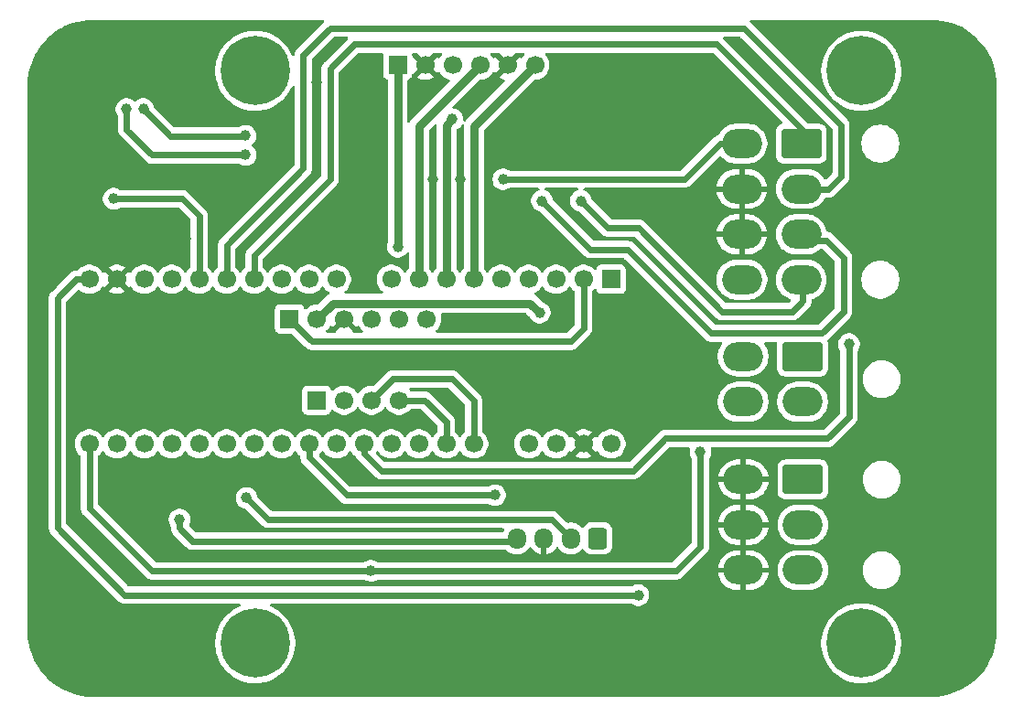
<source format=gbl>
%TF.GenerationSoftware,KiCad,Pcbnew,9.0.2*%
%TF.CreationDate,2026-01-01T17:21:28+07:00*%
%TF.ProjectId,ControlMikon,436f6e74-726f-46c4-9d69-6b6f6e2e6b69,rev?*%
%TF.SameCoordinates,Original*%
%TF.FileFunction,Copper,L2,Bot*%
%TF.FilePolarity,Positive*%
%FSLAX46Y46*%
G04 Gerber Fmt 4.6, Leading zero omitted, Abs format (unit mm)*
G04 Created by KiCad (PCBNEW 9.0.2) date 2026-01-01 17:21:28*
%MOMM*%
%LPD*%
G01*
G04 APERTURE LIST*
G04 Aperture macros list*
%AMRoundRect*
0 Rectangle with rounded corners*
0 $1 Rounding radius*
0 $2 $3 $4 $5 $6 $7 $8 $9 X,Y pos of 4 corners*
0 Add a 4 corners polygon primitive as box body*
4,1,4,$2,$3,$4,$5,$6,$7,$8,$9,$2,$3,0*
0 Add four circle primitives for the rounded corners*
1,1,$1+$1,$2,$3*
1,1,$1+$1,$4,$5*
1,1,$1+$1,$6,$7*
1,1,$1+$1,$8,$9*
0 Add four rect primitives between the rounded corners*
20,1,$1+$1,$2,$3,$4,$5,0*
20,1,$1+$1,$4,$5,$6,$7,0*
20,1,$1+$1,$6,$7,$8,$9,0*
20,1,$1+$1,$8,$9,$2,$3,0*%
G04 Aperture macros list end*
%TA.AperFunction,ComponentPad*%
%ADD10C,6.400000*%
%TD*%
%TA.AperFunction,ComponentPad*%
%ADD11O,3.700000X2.700000*%
%TD*%
%TA.AperFunction,ComponentPad*%
%ADD12RoundRect,0.250001X-1.599999X1.099999X-1.599999X-1.099999X1.599999X-1.099999X1.599999X1.099999X0*%
%TD*%
%TA.AperFunction,ComponentPad*%
%ADD13RoundRect,0.250000X0.600000X0.725000X-0.600000X0.725000X-0.600000X-0.725000X0.600000X-0.725000X0*%
%TD*%
%TA.AperFunction,ComponentPad*%
%ADD14O,1.700000X1.950000*%
%TD*%
%TA.AperFunction,ComponentPad*%
%ADD15C,1.700000*%
%TD*%
%TA.AperFunction,ComponentPad*%
%ADD16R,1.700000X1.700000*%
%TD*%
%TA.AperFunction,ViaPad*%
%ADD17C,1.000000*%
%TD*%
%TA.AperFunction,Conductor*%
%ADD18C,0.800000*%
%TD*%
%TA.AperFunction,Conductor*%
%ADD19C,0.600000*%
%TD*%
G04 APERTURE END LIST*
D10*
%TO.P,H1,1*%
%TO.N,N/C*%
X242631658Y-127955542D03*
%TD*%
%TO.P,H2,1*%
%TO.N,N/C*%
X186557801Y-127955542D03*
%TD*%
%TO.P,H3,1*%
%TO.N,N/C*%
X242631658Y-180955542D03*
%TD*%
%TO.P,H4,1*%
%TO.N,N/C*%
X186557801Y-180955542D03*
%TD*%
D11*
%TO.P,J1,6,Pin_6*%
%TO.N,GND_Isolated*%
X231725000Y-174195000D03*
%TO.P,J1,5,Pin_5*%
X231725000Y-169995000D03*
%TO.P,J1,4,Pin_4*%
X231725000Y-165795000D03*
%TO.P,J1,3,Pin_3*%
%TO.N,Net-(J1-Pin_3)*%
X237225000Y-174195000D03*
%TO.P,J1,2,Pin_2*%
%TO.N,Net-(J1-Pin_2)*%
X237225000Y-169995000D03*
D12*
%TO.P,J1,1,Pin_1*%
%TO.N,5VDigital_Isolated*%
X237225000Y-165795000D03*
%TD*%
D11*
%TO.P,J6,8,Pin_8*%
%TO.N,Out*%
X231588942Y-147300000D03*
%TO.P,J6,7,Pin_7*%
%TO.N,GND_Isolated*%
X231588942Y-143100000D03*
%TO.P,J6,6,Pin_6*%
X231588942Y-138900000D03*
%TO.P,J6,5,Pin_5*%
%TO.N,3V3*%
X231588942Y-134700000D03*
%TO.P,J6,4,Pin_4*%
%TO.N,Net-(J6-Pin_4)*%
X237088942Y-147300000D03*
%TO.P,J6,3,Pin_3*%
%TO.N,Net-(J6-Pin_3)*%
X237088942Y-143100000D03*
%TO.P,J6,2,Pin_2*%
%TO.N,SDA*%
X237088942Y-138900000D03*
D12*
%TO.P,J6,1,Pin_1*%
%TO.N,SCL*%
X237088942Y-134700000D03*
%TD*%
D11*
%TO.P,J10,4,Pin_4*%
%TO.N,CAN_L_Out*%
X231700000Y-158600000D03*
%TO.P,J10,3,Pin_3*%
X231700000Y-154400000D03*
%TO.P,J10,2,Pin_2*%
%TO.N,CAN_H_Out*%
X237200000Y-158600000D03*
D12*
%TO.P,J10,1,Pin_1*%
X237200000Y-154400000D03*
%TD*%
D13*
%TO.P,J2,1,Pin_1*%
%TO.N,3V3*%
X218250000Y-171250000D03*
D14*
%TO.P,J2,2,Pin_2*%
%TO.N,Net-(J2-Pin_2)*%
X215750000Y-171250000D03*
%TO.P,J2,3,Pin_3*%
%TO.N,GND_Isolated*%
X213250000Y-171250000D03*
%TO.P,J2,4,Pin_4*%
%TO.N,Net-(J2-Pin_4)*%
X210750000Y-171250000D03*
%TD*%
D15*
%TO.P,U23,1,VBAT*%
%TO.N,5VDigital_Isolated*%
X171210000Y-162500000D03*
%TO.P,U23,2,PC13*%
%TO.N,unconnected-(U23-PC13-Pad2)*%
X173750000Y-162500000D03*
%TO.P,U23,3,PC14*%
%TO.N,unconnected-(U23-PC14-Pad3)*%
X176290000Y-162500000D03*
%TO.P,U23,4,PC15*%
%TO.N,unconnected-(U23-PC15-Pad4)*%
X178830000Y-162500000D03*
%TO.P,U23,8,VSSA*%
%TO.N,GND_Isolated*%
X173750000Y-147260000D03*
%TO.P,U23,9,VDDA*%
%TO.N,Net-(U23-VDDA)*%
X214390000Y-162500000D03*
%TO.P,U23,10,ADC1_IN0*%
%TO.N,VoltageSensor*%
X181370000Y-162500000D03*
%TO.P,U23,11,ADC1_IN1*%
%TO.N,CurrentSensor*%
X183910000Y-162500000D03*
%TO.P,U23,12,ADC1_IN2*%
%TO.N,BATTV_Out*%
X186450000Y-162500000D03*
%TO.P,U23,13,ADC1_IN3*%
%TO.N,CTRLV_Out*%
X188990000Y-162500000D03*
%TO.P,U23,14,ADC1_IN4*%
%TO.N,Aux1*%
X191530000Y-162500000D03*
%TO.P,U23,15,ADC1_IN5*%
%TO.N,Aux2*%
X194070000Y-162500000D03*
%TO.P,U23,16,ADC1_IN6*%
%TO.N,Out*%
X196610000Y-162500000D03*
%TO.P,U23,17,ADC1_IN7*%
%TO.N,Aux3*%
X199150000Y-162500000D03*
%TO.P,U23,18,ADC1_IN8*%
%TO.N,Out1*%
X201690000Y-162500000D03*
%TO.P,U23,19,PB1*%
%TO.N,FinishLV*%
X204230000Y-162500000D03*
%TO.P,U23,20,PB2*%
%TO.N,Ready*%
X206770000Y-162500000D03*
%TO.P,U23,22,PB11*%
%TO.N,unconnected-(U23-PB11-Pad22)*%
X211850000Y-162500000D03*
%TO.P,U23,23,VSS*%
%TO.N,GND_Isolated*%
X216930000Y-162500000D03*
%TO.P,U23,24,VDD*%
%TO.N,5VDigital_Isolated*%
X219470000Y-162500000D03*
D16*
%TO.P,U23,25,PB12*%
%TO.N,Failure_Mikon*%
X219470000Y-147260000D03*
D15*
%TO.P,U23,26,PB13*%
%TO.N,/PRECHARGE_FINISH_TRIG*%
X216930000Y-147260000D03*
%TO.P,U23,27,PB14*%
%TO.N,DIR*%
X214390000Y-147260000D03*
%TO.P,U23,28,PB15*%
%TO.N,GPO*%
X211850000Y-147260000D03*
%TO.P,U23,29,TIM1_CH1*%
%TO.N,HIN1_Mikon*%
X209310000Y-147260000D03*
%TO.P,U23,30,TIM1_CH2*%
%TO.N,LIN1_Mikon*%
X206770000Y-147260000D03*
%TO.P,U23,31,TIM1_CH3*%
%TO.N,HIN2_Mikon*%
X204230000Y-147260000D03*
%TO.P,U23,32,TIM1_CH4*%
%TO.N,LIN2_Mikon*%
X201690000Y-147260000D03*
%TO.P,U23,33,PA12*%
%TO.N,unconnected-(U23-PA12-Pad33)*%
X199150000Y-147260000D03*
%TO.P,U23,36,VDD*%
%TO.N,5VDigital_Isolated*%
X176290000Y-147260000D03*
%TO.P,U23,39,PB3*%
%TO.N,unconnected-(U23-PB3-Pad39)*%
X194070000Y-147260000D03*
%TO.P,U23,40,PB4*%
%TO.N,unconnected-(U23-PB4-Pad40)*%
X191530000Y-147260000D03*
%TO.P,U23,41,PB5*%
%TO.N,unconnected-(U23-PB5-Pad41)*%
X188990000Y-147260000D03*
%TO.P,U23,42,I2C1_SCL*%
%TO.N,SCL*%
X186450000Y-147260000D03*
%TO.P,U23,43,I2C1_SDA*%
%TO.N,SDA*%
X183910000Y-147260000D03*
%TO.P,U23,45,CAN_RX*%
%TO.N,CAN_Tx*%
X181370000Y-147260000D03*
%TO.P,U23,46,CAN_TX*%
%TO.N,CAN_Rx*%
X178830000Y-147260000D03*
%TO.P,U23,48,VDD*%
%TO.N,Net-(U23-VDDA)*%
X171210000Y-147260000D03*
%TD*%
D16*
%TO.P,J3,1,Pin_1*%
%TO.N,HIN1_Mikon*%
X199732801Y-127430542D03*
D15*
%TO.P,J3,2,Pin_2*%
%TO.N,GND_Isolated*%
X202272801Y-127430542D03*
%TO.P,J3,3,Pin_3*%
%TO.N,HIN2_Mikon*%
X204812801Y-127430542D03*
%TO.P,J3,4,Pin_4*%
%TO.N,LIN2_Mikon*%
X207352801Y-127430542D03*
%TO.P,J3,5,Pin_5*%
%TO.N,GND_Isolated*%
X209892801Y-127430542D03*
%TO.P,J3,6,Pin_6*%
%TO.N,LIN1_Mikon*%
X212432801Y-127430542D03*
%TD*%
D16*
%TO.P,J20,1,Pin_1*%
%TO.N,BATTV_Out*%
X192247801Y-158455542D03*
D15*
%TO.P,J20,2,Pin_2*%
%TO.N,CTRLV_Out*%
X194787801Y-158455542D03*
%TO.P,J20,3,Pin_3*%
%TO.N,Ready*%
X197327801Y-158455542D03*
%TO.P,J20,4,Pin_4*%
%TO.N,FinishLV*%
X199867801Y-158455542D03*
%TD*%
D16*
%TO.P,J18,1,Pin_1*%
%TO.N,/PRECHARGE_FINISH_TRIG*%
X189735381Y-150929775D03*
D15*
%TO.P,J18,2,Pin_2*%
%TO.N,12V_Isolated*%
X192275381Y-150929775D03*
%TO.P,J18,3,Pin_3*%
%TO.N,GND_Isolated*%
X194815381Y-150929775D03*
%TO.P,J18,4,Pin_4*%
%TO.N,3V3*%
X197355381Y-150929775D03*
%TO.P,J18,5,Pin_5*%
%TO.N,Aux2*%
X199895381Y-150929775D03*
%TO.P,J18,6,Pin_6*%
%TO.N,Aux1*%
X202435381Y-150929775D03*
%TD*%
D17*
%TO.N,GND_Isolated*%
X208500000Y-155000000D03*
X205000000Y-151250000D03*
%TO.N,12V_Isolated*%
X212875000Y-150352500D03*
%TO.N,5VDigital_Isolated*%
X197250000Y-174250000D03*
X227750000Y-163250000D03*
%TO.N,GND_Isolated*%
X213000000Y-143500000D03*
X204500000Y-158500000D03*
X171750000Y-182750000D03*
X174750000Y-179750000D03*
X180000000Y-179750000D03*
X177500000Y-182750000D03*
X171750000Y-179750000D03*
X218500000Y-156250000D03*
X203000000Y-138000000D03*
X177750000Y-143500000D03*
X192250000Y-129000000D03*
X177500000Y-179750000D03*
X193500000Y-182750000D03*
X188500000Y-160000000D03*
X188500000Y-156250000D03*
X180100558Y-143505296D03*
X195750000Y-129000000D03*
X195750000Y-165000000D03*
X174750000Y-182750000D03*
X180000000Y-182750000D03*
X205500000Y-138000000D03*
X227750000Y-156250000D03*
X186250000Y-138500000D03*
X193500000Y-179750000D03*
X196500000Y-156250000D03*
X180250000Y-138500000D03*
X194750000Y-143500000D03*
%TO.N,CAL_L*%
X176200000Y-131500000D03*
X185650000Y-133975000D03*
%TO.N,CAN_H*%
X174650000Y-131500000D03*
X185668900Y-135748539D03*
%TO.N,3V3*%
X209500000Y-138000000D03*
%TO.N,Aux1*%
X208750000Y-167250000D03*
%TO.N,Out*%
X241500000Y-153250000D03*
%TO.N,Net-(J2-Pin_4)*%
X179551000Y-169500000D03*
%TO.N,Net-(J2-Pin_2)*%
X185750000Y-167500000D03*
%TO.N,CAN_Tx*%
X173450000Y-139800000D03*
%TO.N,HIN1_Mikon*%
X199750000Y-144250000D03*
%TO.N,HIN2_Mikon*%
X204800000Y-132450000D03*
%TO.N,Net-(U23-VDDA)*%
X222000000Y-176500000D03*
%TO.N,Net-(J6-Pin_4)*%
X216693960Y-140000000D03*
%TO.N,Net-(J6-Pin_3)*%
X213078220Y-140000000D03*
%TO.N,GND_Isolated*%
X204500000Y-155000000D03*
%TD*%
D18*
%TO.N,12V_Isolated*%
X212001275Y-149478775D02*
X212875000Y-150352500D01*
X193726381Y-149478775D02*
X212001275Y-149478775D01*
X192275381Y-150929775D02*
X193726381Y-149478775D01*
D19*
%TO.N,5VDigital_Isolated*%
X225500000Y-174250000D02*
X227750000Y-172000000D01*
X227750000Y-172000000D02*
X227750000Y-163250000D01*
X197250000Y-174250000D02*
X225500000Y-174250000D01*
X171210000Y-168460000D02*
X177000000Y-174250000D01*
X171210000Y-162500000D02*
X171210000Y-168460000D01*
X177000000Y-174250000D02*
X197250000Y-174250000D01*
%TO.N,CAL_L*%
X185650000Y-133975000D02*
X185625000Y-134000000D01*
X178700000Y-134000000D02*
X176200000Y-131500000D01*
X185625000Y-134000000D02*
X178700000Y-134000000D01*
%TO.N,CAN_H*%
X185668900Y-135748539D02*
X185667439Y-135750000D01*
X177000000Y-135750000D02*
X174650000Y-133400000D01*
X174650000Y-133400000D02*
X174650000Y-131500000D01*
X185667439Y-135750000D02*
X177000000Y-135750000D01*
%TO.N,3V3*%
X229550000Y-134700000D02*
X231588942Y-134700000D01*
X226250000Y-138000000D02*
X229550000Y-134700000D01*
X209500000Y-138000000D02*
X226250000Y-138000000D01*
%TO.N,SDA*%
X240750000Y-137750000D02*
X240750000Y-133000000D01*
X191000000Y-126500000D02*
X191000000Y-137000000D01*
X237088942Y-138900000D02*
X239600000Y-138900000D01*
X193500000Y-124000000D02*
X191000000Y-126500000D01*
X191000000Y-137000000D02*
X183910000Y-144090000D01*
X231750000Y-124000000D02*
X193500000Y-124000000D01*
X183910000Y-144090000D02*
X183910000Y-147260000D01*
X240750000Y-133000000D02*
X231750000Y-124000000D01*
X239600000Y-138900000D02*
X240750000Y-137750000D01*
%TO.N,SCL*%
X237088942Y-133338942D02*
X229250000Y-125500000D01*
X237088942Y-134700000D02*
X237088942Y-133338942D01*
X186450000Y-145050000D02*
X186450000Y-147260000D01*
X195750000Y-125500000D02*
X193500000Y-127750000D01*
X229250000Y-125500000D02*
X195750000Y-125500000D01*
X193500000Y-127750000D02*
X193500000Y-138000000D01*
X193500000Y-138000000D02*
X186450000Y-145050000D01*
%TO.N,Aux1*%
X195000000Y-167250000D02*
X191530000Y-163780000D01*
X208750000Y-167250000D02*
X195000000Y-167250000D01*
X191530000Y-163780000D02*
X191530000Y-162500000D01*
%TO.N,Out*%
X221500000Y-165000000D02*
X224500000Y-162000000D01*
X196610000Y-163360000D02*
X198250000Y-165000000D01*
X198250000Y-165000000D02*
X221500000Y-165000000D01*
X239500000Y-162000000D02*
X241500000Y-160000000D01*
X241500000Y-160000000D02*
X241500000Y-153250000D01*
X224500000Y-162000000D02*
X239500000Y-162000000D01*
X196610000Y-162500000D02*
X196610000Y-163360000D01*
%TO.N,Net-(J2-Pin_4)*%
X210750000Y-171250000D02*
X210500000Y-171500000D01*
X180750000Y-171500000D02*
X179551000Y-170301000D01*
X179551000Y-170301000D02*
X179551000Y-169500000D01*
X210500000Y-171500000D02*
X180750000Y-171500000D01*
%TO.N,Net-(J2-Pin_2)*%
X214000000Y-169500000D02*
X215750000Y-171250000D01*
X187750000Y-169500000D02*
X214000000Y-169500000D01*
X215750000Y-171775000D02*
X215750000Y-171250000D01*
X185750000Y-167500000D02*
X187750000Y-169500000D01*
%TO.N,CAN_Tx*%
X179800000Y-139800000D02*
X181390000Y-141390000D01*
X181390000Y-141390000D02*
X181390000Y-147130000D01*
X173450000Y-139800000D02*
X179800000Y-139800000D01*
D18*
%TO.N,HIN1_Mikon*%
X199750000Y-144250000D02*
X199750000Y-127447741D01*
X199750000Y-127447741D02*
X199732801Y-127430542D01*
%TO.N,LIN2_Mikon*%
X207352801Y-127430542D02*
X201710000Y-133073343D01*
X201710000Y-133073343D02*
X201710000Y-147130000D01*
%TO.N,HIN2_Mikon*%
X204800000Y-132450000D02*
X204250000Y-133000000D01*
X204250000Y-133000000D02*
X204250000Y-147130000D01*
D19*
%TO.N,/PRECHARGE_FINISH_TRIG*%
X216950000Y-151800000D02*
X216950000Y-147130000D01*
X189735381Y-150929775D02*
X191805606Y-153000000D01*
X215750000Y-153000000D02*
X216950000Y-151800000D01*
X191805606Y-153000000D02*
X215750000Y-153000000D01*
D18*
%TO.N,LIN1_Mikon*%
X206790000Y-133073343D02*
X206790000Y-147130000D01*
X212432801Y-127430542D02*
X206790000Y-133073343D01*
D19*
%TO.N,Ready*%
X199283343Y-156500000D02*
X204750000Y-156500000D01*
X204750000Y-156500000D02*
X206770000Y-158520000D01*
X197327801Y-158455542D02*
X199283343Y-156500000D01*
X206770000Y-158520000D02*
X206770000Y-162500000D01*
%TO.N,FinishLV*%
X202205542Y-158455542D02*
X199867801Y-158455542D01*
X204230000Y-162500000D02*
X204230000Y-160480000D01*
X204230000Y-160480000D02*
X202205542Y-158455542D01*
%TO.N,Net-(U23-VDDA)*%
X174500000Y-176500000D02*
X168250000Y-170250000D01*
X169990000Y-147260000D02*
X171210000Y-147260000D01*
X222000000Y-176500000D02*
X174500000Y-176500000D01*
X168250000Y-149000000D02*
X169990000Y-147260000D01*
X168250000Y-170250000D02*
X168250000Y-149000000D01*
%TO.N,Net-(J6-Pin_4)*%
X222000000Y-142500000D02*
X229750000Y-150250000D01*
X237225000Y-149275000D02*
X237225000Y-147855000D01*
X236250000Y-150250000D02*
X237225000Y-149275000D01*
X229750000Y-150250000D02*
X236250000Y-150250000D01*
X219193960Y-142500000D02*
X222000000Y-142500000D01*
X216693960Y-140000000D02*
X219193960Y-142500000D01*
%TO.N,Net-(J6-Pin_3)*%
X241000000Y-150250000D02*
X239000000Y-152250000D01*
X237225000Y-143655000D02*
X239405000Y-143655000D01*
X228750000Y-152250000D02*
X221000000Y-144500000D01*
X241000000Y-145250000D02*
X241000000Y-150250000D01*
X239000000Y-152250000D02*
X228750000Y-152250000D01*
X217578220Y-144500000D02*
X213078220Y-140000000D01*
X221000000Y-144500000D02*
X217578220Y-144500000D01*
X239405000Y-143655000D02*
X241000000Y-145250000D01*
%TD*%
%TA.AperFunction,Conductor*%
%TO.N,GND_Isolated*%
G36*
X226735621Y-162820185D02*
G01*
X226781376Y-162872989D01*
X226791320Y-162942147D01*
X226789089Y-162952181D01*
X226789137Y-162952191D01*
X226749500Y-163151456D01*
X226749500Y-163151459D01*
X226749500Y-163348541D01*
X226749500Y-163348543D01*
X226749499Y-163348543D01*
X226787947Y-163541829D01*
X226787950Y-163541839D01*
X226863364Y-163723907D01*
X226863371Y-163723919D01*
X226928602Y-163821543D01*
X226949480Y-163888220D01*
X226949500Y-163890434D01*
X226949500Y-171617060D01*
X226929815Y-171684099D01*
X226913181Y-171704741D01*
X225204741Y-173413181D01*
X225143418Y-173446666D01*
X225117060Y-173449500D01*
X197890435Y-173449500D01*
X197823396Y-173429815D01*
X197821544Y-173428602D01*
X197723911Y-173363366D01*
X197541839Y-173287950D01*
X197541829Y-173287947D01*
X197348543Y-173249500D01*
X197348541Y-173249500D01*
X197151459Y-173249500D01*
X197151457Y-173249500D01*
X196958170Y-173287947D01*
X196958160Y-173287950D01*
X196776088Y-173363366D01*
X196678456Y-173428602D01*
X196611778Y-173449480D01*
X196609565Y-173449500D01*
X177382940Y-173449500D01*
X177315901Y-173429815D01*
X177295259Y-173413181D01*
X173480621Y-169598543D01*
X178550499Y-169598543D01*
X178588947Y-169791829D01*
X178588950Y-169791839D01*
X178664364Y-169973907D01*
X178664371Y-169973919D01*
X178729602Y-170071543D01*
X178750480Y-170138220D01*
X178750500Y-170140434D01*
X178750500Y-170379846D01*
X178781261Y-170534489D01*
X178781264Y-170534501D01*
X178841602Y-170680172D01*
X178841609Y-170680185D01*
X178929210Y-170811288D01*
X178929213Y-170811292D01*
X180128211Y-172010289D01*
X180191663Y-172073741D01*
X180239712Y-172121790D01*
X180370814Y-172209390D01*
X180370827Y-172209397D01*
X180479618Y-172254459D01*
X180516503Y-172269737D01*
X180612731Y-172288878D01*
X180671153Y-172300499D01*
X180671156Y-172300500D01*
X180671158Y-172300500D01*
X209714242Y-172300500D01*
X209781281Y-172320185D01*
X209801923Y-172336819D01*
X209870213Y-172405109D01*
X210042179Y-172530048D01*
X210042181Y-172530049D01*
X210042184Y-172530051D01*
X210231588Y-172626557D01*
X210433757Y-172692246D01*
X210643713Y-172725500D01*
X210643714Y-172725500D01*
X210856286Y-172725500D01*
X210856287Y-172725500D01*
X211066243Y-172692246D01*
X211268412Y-172626557D01*
X211457816Y-172530051D01*
X211534342Y-172474452D01*
X211629786Y-172405109D01*
X211629788Y-172405106D01*
X211629792Y-172405104D01*
X211780104Y-172254792D01*
X211899991Y-172089779D01*
X211955320Y-172047115D01*
X212024933Y-172041136D01*
X212086729Y-172073741D01*
X212100627Y-172089781D01*
X212220272Y-172254459D01*
X212220276Y-172254464D01*
X212370535Y-172404723D01*
X212370540Y-172404727D01*
X212542442Y-172529620D01*
X212731782Y-172626095D01*
X212933871Y-172691757D01*
X213000000Y-172702231D01*
X213000000Y-171654145D01*
X213066657Y-171692630D01*
X213187465Y-171725000D01*
X213312535Y-171725000D01*
X213433343Y-171692630D01*
X213500000Y-171654145D01*
X213500000Y-172702230D01*
X213566126Y-172691757D01*
X213566129Y-172691757D01*
X213768217Y-172626095D01*
X213957557Y-172529620D01*
X214129459Y-172404727D01*
X214129464Y-172404723D01*
X214279721Y-172254466D01*
X214399371Y-172089781D01*
X214454701Y-172047115D01*
X214524314Y-172041136D01*
X214586110Y-172073741D01*
X214600008Y-172089781D01*
X214719890Y-172254785D01*
X214719894Y-172254790D01*
X214870213Y-172405109D01*
X215042179Y-172530048D01*
X215042181Y-172530049D01*
X215042184Y-172530051D01*
X215231588Y-172626557D01*
X215433757Y-172692246D01*
X215643713Y-172725500D01*
X215643714Y-172725500D01*
X215856286Y-172725500D01*
X215856287Y-172725500D01*
X216066243Y-172692246D01*
X216268412Y-172626557D01*
X216457816Y-172530051D01*
X216576729Y-172443656D01*
X216629784Y-172405110D01*
X216629784Y-172405109D01*
X216629792Y-172405104D01*
X216768604Y-172266291D01*
X216829923Y-172232809D01*
X216899615Y-172237793D01*
X216955549Y-172279664D01*
X216961821Y-172288878D01*
X216965185Y-172294333D01*
X216965186Y-172294334D01*
X217057288Y-172443656D01*
X217181344Y-172567712D01*
X217330666Y-172659814D01*
X217497203Y-172714999D01*
X217599991Y-172725500D01*
X218900008Y-172725499D01*
X219002797Y-172714999D01*
X219169334Y-172659814D01*
X219318656Y-172567712D01*
X219442712Y-172443656D01*
X219534814Y-172294334D01*
X219589999Y-172127797D01*
X219600500Y-172025009D01*
X219600499Y-170474992D01*
X219589999Y-170372203D01*
X219534814Y-170205666D01*
X219442712Y-170056344D01*
X219318656Y-169932288D01*
X219169334Y-169840186D01*
X219002797Y-169785001D01*
X219002795Y-169785000D01*
X218900010Y-169774500D01*
X217599998Y-169774500D01*
X217599981Y-169774501D01*
X217497203Y-169785000D01*
X217497200Y-169785001D01*
X217330668Y-169840185D01*
X217330663Y-169840187D01*
X217181342Y-169932289D01*
X217057289Y-170056342D01*
X216961821Y-170211121D01*
X216909873Y-170257845D01*
X216840910Y-170269068D01*
X216776828Y-170241224D01*
X216768601Y-170233705D01*
X216629786Y-170094890D01*
X216457820Y-169969951D01*
X216268414Y-169873444D01*
X216268413Y-169873443D01*
X216268412Y-169873443D01*
X216066243Y-169807754D01*
X216066241Y-169807753D01*
X216066240Y-169807753D01*
X215904957Y-169782208D01*
X215856287Y-169774500D01*
X215643713Y-169774500D01*
X215643708Y-169774500D01*
X215501404Y-169797039D01*
X215432111Y-169788085D01*
X215394325Y-169762247D01*
X214510292Y-168878213D01*
X214510288Y-168878210D01*
X214379185Y-168790609D01*
X214379172Y-168790602D01*
X214233501Y-168730264D01*
X214233489Y-168730261D01*
X214078845Y-168699500D01*
X214078842Y-168699500D01*
X188132940Y-168699500D01*
X188065901Y-168679815D01*
X188045259Y-168663181D01*
X186768893Y-167386815D01*
X186735408Y-167325492D01*
X186734986Y-167323468D01*
X186712051Y-167208165D01*
X186688562Y-167151456D01*
X186636635Y-167026092D01*
X186636628Y-167026079D01*
X186527139Y-166862218D01*
X186527136Y-166862214D01*
X186387785Y-166722863D01*
X186387781Y-166722860D01*
X186223920Y-166613371D01*
X186223907Y-166613364D01*
X186041839Y-166537950D01*
X186041829Y-166537947D01*
X185848543Y-166499500D01*
X185848541Y-166499500D01*
X185651459Y-166499500D01*
X185651457Y-166499500D01*
X185458170Y-166537947D01*
X185458160Y-166537950D01*
X185276092Y-166613364D01*
X185276079Y-166613371D01*
X185112218Y-166722860D01*
X185112214Y-166722863D01*
X184972863Y-166862214D01*
X184972860Y-166862218D01*
X184863371Y-167026079D01*
X184863364Y-167026092D01*
X184787950Y-167208160D01*
X184787947Y-167208170D01*
X184749500Y-167401456D01*
X184749500Y-167401459D01*
X184749500Y-167598541D01*
X184749500Y-167598543D01*
X184749499Y-167598543D01*
X184787947Y-167791829D01*
X184787950Y-167791839D01*
X184863364Y-167973907D01*
X184863371Y-167973920D01*
X184972860Y-168137781D01*
X184972863Y-168137785D01*
X185112214Y-168277136D01*
X185112218Y-168277139D01*
X185276079Y-168386628D01*
X185276092Y-168386635D01*
X185361250Y-168421908D01*
X185458165Y-168462051D01*
X185573328Y-168484958D01*
X185635235Y-168517341D01*
X185636815Y-168518893D01*
X187128211Y-170010289D01*
X187189465Y-170071543D01*
X187239712Y-170121790D01*
X187370814Y-170209390D01*
X187370827Y-170209397D01*
X187456782Y-170245000D01*
X187516503Y-170269737D01*
X187671153Y-170300499D01*
X187671156Y-170300500D01*
X187671158Y-170300500D01*
X187828842Y-170300500D01*
X209452053Y-170300500D01*
X209453700Y-170300983D01*
X209455361Y-170300544D01*
X209487113Y-170310794D01*
X209519092Y-170320185D01*
X209520215Y-170321481D01*
X209521852Y-170322010D01*
X209543034Y-170347816D01*
X209564847Y-170372989D01*
X209565091Y-170374687D01*
X209566182Y-170376016D01*
X209570046Y-170409147D01*
X209574791Y-170442147D01*
X209574140Y-170444256D01*
X209574276Y-170445415D01*
X209567354Y-170466278D01*
X209563433Y-170479002D01*
X209562991Y-170479903D01*
X209498443Y-170606588D01*
X209493389Y-170622142D01*
X209489543Y-170630002D01*
X209471633Y-170649589D01*
X209456655Y-170671494D01*
X209448426Y-170674971D01*
X209442396Y-170681567D01*
X209416739Y-170688362D01*
X209392297Y-170698692D01*
X209378163Y-170699500D01*
X181132940Y-170699500D01*
X181065901Y-170679815D01*
X181045259Y-170663181D01*
X180472307Y-170090229D01*
X180438822Y-170028906D01*
X180443806Y-169959214D01*
X180445427Y-169955096D01*
X180493023Y-169840187D01*
X180513051Y-169791835D01*
X180551500Y-169598541D01*
X180551500Y-169401459D01*
X180551500Y-169401456D01*
X180513052Y-169208170D01*
X180513051Y-169208169D01*
X180513051Y-169208165D01*
X180513049Y-169208160D01*
X180437635Y-169026092D01*
X180437628Y-169026079D01*
X180328139Y-168862218D01*
X180328136Y-168862214D01*
X180188785Y-168722863D01*
X180188781Y-168722860D01*
X180024920Y-168613371D01*
X180024907Y-168613364D01*
X179842839Y-168537950D01*
X179842829Y-168537947D01*
X179649543Y-168499500D01*
X179649541Y-168499500D01*
X179452459Y-168499500D01*
X179452457Y-168499500D01*
X179259170Y-168537947D01*
X179259160Y-168537950D01*
X179077092Y-168613364D01*
X179077079Y-168613371D01*
X178913218Y-168722860D01*
X178913214Y-168722863D01*
X178773863Y-168862214D01*
X178773860Y-168862218D01*
X178664371Y-169026079D01*
X178664364Y-169026092D01*
X178588950Y-169208160D01*
X178588947Y-169208170D01*
X178550500Y-169401456D01*
X178550500Y-169401459D01*
X178550500Y-169598541D01*
X178550500Y-169598543D01*
X178550499Y-169598543D01*
X173480621Y-169598543D01*
X172046819Y-168164741D01*
X172013334Y-168103418D01*
X172010500Y-168077060D01*
X172010500Y-163650893D01*
X172030185Y-163583854D01*
X172061614Y-163550576D01*
X172089792Y-163530104D01*
X172240104Y-163379792D01*
X172240106Y-163379788D01*
X172240109Y-163379786D01*
X172365048Y-163207820D01*
X172365047Y-163207820D01*
X172365051Y-163207816D01*
X172369514Y-163199054D01*
X172417488Y-163148259D01*
X172485308Y-163131463D01*
X172551444Y-163153999D01*
X172590486Y-163199056D01*
X172594951Y-163207820D01*
X172719890Y-163379786D01*
X172870213Y-163530109D01*
X173042179Y-163655048D01*
X173042181Y-163655049D01*
X173042184Y-163655051D01*
X173231588Y-163751557D01*
X173433757Y-163817246D01*
X173643713Y-163850500D01*
X173643714Y-163850500D01*
X173856286Y-163850500D01*
X173856287Y-163850500D01*
X174066243Y-163817246D01*
X174268412Y-163751557D01*
X174457816Y-163655051D01*
X174509922Y-163617194D01*
X174629786Y-163530109D01*
X174629788Y-163530106D01*
X174629792Y-163530104D01*
X174780104Y-163379792D01*
X174780106Y-163379788D01*
X174780109Y-163379786D01*
X174905048Y-163207820D01*
X174905047Y-163207820D01*
X174905051Y-163207816D01*
X174909514Y-163199054D01*
X174957488Y-163148259D01*
X175025308Y-163131463D01*
X175091444Y-163153999D01*
X175130486Y-163199056D01*
X175134951Y-163207820D01*
X175259890Y-163379786D01*
X175410213Y-163530109D01*
X175582179Y-163655048D01*
X175582181Y-163655049D01*
X175582184Y-163655051D01*
X175771588Y-163751557D01*
X175973757Y-163817246D01*
X176183713Y-163850500D01*
X176183714Y-163850500D01*
X176396286Y-163850500D01*
X176396287Y-163850500D01*
X176606243Y-163817246D01*
X176808412Y-163751557D01*
X176997816Y-163655051D01*
X177049922Y-163617194D01*
X177169786Y-163530109D01*
X177169788Y-163530106D01*
X177169792Y-163530104D01*
X177320104Y-163379792D01*
X177320106Y-163379788D01*
X177320109Y-163379786D01*
X177445048Y-163207820D01*
X177445047Y-163207820D01*
X177445051Y-163207816D01*
X177449514Y-163199054D01*
X177497488Y-163148259D01*
X177565308Y-163131463D01*
X177631444Y-163153999D01*
X177670486Y-163199056D01*
X177674951Y-163207820D01*
X177799890Y-163379786D01*
X177950213Y-163530109D01*
X178122179Y-163655048D01*
X178122181Y-163655049D01*
X178122184Y-163655051D01*
X178311588Y-163751557D01*
X178513757Y-163817246D01*
X178723713Y-163850500D01*
X178723714Y-163850500D01*
X178936286Y-163850500D01*
X178936287Y-163850500D01*
X179146243Y-163817246D01*
X179348412Y-163751557D01*
X179537816Y-163655051D01*
X179589922Y-163617194D01*
X179709786Y-163530109D01*
X179709788Y-163530106D01*
X179709792Y-163530104D01*
X179860104Y-163379792D01*
X179860106Y-163379788D01*
X179860109Y-163379786D01*
X179985048Y-163207820D01*
X179985047Y-163207820D01*
X179985051Y-163207816D01*
X179989514Y-163199054D01*
X180037488Y-163148259D01*
X180105308Y-163131463D01*
X180171444Y-163153999D01*
X180210486Y-163199056D01*
X180214951Y-163207820D01*
X180339890Y-163379786D01*
X180490213Y-163530109D01*
X180662179Y-163655048D01*
X180662181Y-163655049D01*
X180662184Y-163655051D01*
X180851588Y-163751557D01*
X181053757Y-163817246D01*
X181263713Y-163850500D01*
X181263714Y-163850500D01*
X181476286Y-163850500D01*
X181476287Y-163850500D01*
X181686243Y-163817246D01*
X181888412Y-163751557D01*
X182077816Y-163655051D01*
X182129922Y-163617194D01*
X182249786Y-163530109D01*
X182249788Y-163530106D01*
X182249792Y-163530104D01*
X182400104Y-163379792D01*
X182400106Y-163379788D01*
X182400109Y-163379786D01*
X182525048Y-163207820D01*
X182525047Y-163207820D01*
X182525051Y-163207816D01*
X182529514Y-163199054D01*
X182577488Y-163148259D01*
X182645308Y-163131463D01*
X182711444Y-163153999D01*
X182750486Y-163199056D01*
X182754951Y-163207820D01*
X182879890Y-163379786D01*
X183030213Y-163530109D01*
X183202179Y-163655048D01*
X183202181Y-163655049D01*
X183202184Y-163655051D01*
X183391588Y-163751557D01*
X183593757Y-163817246D01*
X183803713Y-163850500D01*
X183803714Y-163850500D01*
X184016286Y-163850500D01*
X184016287Y-163850500D01*
X184226243Y-163817246D01*
X184428412Y-163751557D01*
X184617816Y-163655051D01*
X184669922Y-163617194D01*
X184789786Y-163530109D01*
X184789788Y-163530106D01*
X184789792Y-163530104D01*
X184940104Y-163379792D01*
X184940106Y-163379788D01*
X184940109Y-163379786D01*
X185065048Y-163207820D01*
X185065047Y-163207820D01*
X185065051Y-163207816D01*
X185069514Y-163199054D01*
X185117488Y-163148259D01*
X185185308Y-163131463D01*
X185251444Y-163153999D01*
X185290486Y-163199056D01*
X185294951Y-163207820D01*
X185419890Y-163379786D01*
X185570213Y-163530109D01*
X185742179Y-163655048D01*
X185742181Y-163655049D01*
X185742184Y-163655051D01*
X185931588Y-163751557D01*
X186133757Y-163817246D01*
X186343713Y-163850500D01*
X186343714Y-163850500D01*
X186556286Y-163850500D01*
X186556287Y-163850500D01*
X186766243Y-163817246D01*
X186968412Y-163751557D01*
X187157816Y-163655051D01*
X187209922Y-163617194D01*
X187329786Y-163530109D01*
X187329788Y-163530106D01*
X187329792Y-163530104D01*
X187480104Y-163379792D01*
X187480106Y-163379788D01*
X187480109Y-163379786D01*
X187605048Y-163207820D01*
X187605047Y-163207820D01*
X187605051Y-163207816D01*
X187609514Y-163199054D01*
X187657488Y-163148259D01*
X187725308Y-163131463D01*
X187791444Y-163153999D01*
X187830486Y-163199056D01*
X187834951Y-163207820D01*
X187959890Y-163379786D01*
X188110213Y-163530109D01*
X188282179Y-163655048D01*
X188282181Y-163655049D01*
X188282184Y-163655051D01*
X188471588Y-163751557D01*
X188673757Y-163817246D01*
X188883713Y-163850500D01*
X188883714Y-163850500D01*
X189096286Y-163850500D01*
X189096287Y-163850500D01*
X189306243Y-163817246D01*
X189508412Y-163751557D01*
X189697816Y-163655051D01*
X189749922Y-163617194D01*
X189869786Y-163530109D01*
X189869788Y-163530106D01*
X189869792Y-163530104D01*
X190020104Y-163379792D01*
X190020106Y-163379788D01*
X190020109Y-163379786D01*
X190145048Y-163207820D01*
X190145047Y-163207820D01*
X190145051Y-163207816D01*
X190149514Y-163199054D01*
X190197488Y-163148259D01*
X190265308Y-163131463D01*
X190331444Y-163153999D01*
X190370486Y-163199056D01*
X190374951Y-163207820D01*
X190499890Y-163379786D01*
X190499896Y-163379792D01*
X190650208Y-163530104D01*
X190678384Y-163550575D01*
X190721050Y-163605902D01*
X190729500Y-163650893D01*
X190729500Y-163858846D01*
X190760261Y-164013489D01*
X190760264Y-164013501D01*
X190820602Y-164159172D01*
X190820609Y-164159185D01*
X190908210Y-164290288D01*
X190908213Y-164290292D01*
X194378211Y-167760289D01*
X194489711Y-167871789D01*
X194489712Y-167871790D01*
X194620814Y-167959390D01*
X194620827Y-167959397D01*
X194766498Y-168019735D01*
X194766503Y-168019737D01*
X194921153Y-168050499D01*
X194921156Y-168050500D01*
X194921158Y-168050500D01*
X208109565Y-168050500D01*
X208176604Y-168070185D01*
X208178456Y-168071398D01*
X208276086Y-168136632D01*
X208276087Y-168136632D01*
X208276088Y-168136633D01*
X208372706Y-168176653D01*
X208458165Y-168212051D01*
X208458169Y-168212051D01*
X208458170Y-168212052D01*
X208651456Y-168250500D01*
X208651459Y-168250500D01*
X208848543Y-168250500D01*
X208978582Y-168224632D01*
X209041835Y-168212051D01*
X209204919Y-168144500D01*
X209223907Y-168136635D01*
X209223907Y-168136634D01*
X209223914Y-168136632D01*
X209387782Y-168027139D01*
X209527139Y-167887782D01*
X209636632Y-167723914D01*
X209712051Y-167541835D01*
X209739974Y-167401459D01*
X209750500Y-167348543D01*
X209750500Y-167151456D01*
X209712052Y-166958170D01*
X209712051Y-166958169D01*
X209712051Y-166958165D01*
X209672307Y-166862214D01*
X209636635Y-166776092D01*
X209636628Y-166776079D01*
X209527139Y-166612218D01*
X209527136Y-166612214D01*
X209387785Y-166472863D01*
X209387781Y-166472860D01*
X209223920Y-166363371D01*
X209223907Y-166363364D01*
X209041839Y-166287950D01*
X209041829Y-166287947D01*
X208848543Y-166249500D01*
X208848541Y-166249500D01*
X208651459Y-166249500D01*
X208651457Y-166249500D01*
X208458170Y-166287947D01*
X208458160Y-166287950D01*
X208276088Y-166363366D01*
X208178456Y-166428602D01*
X208111778Y-166449480D01*
X208109565Y-166449500D01*
X195382940Y-166449500D01*
X195315901Y-166429815D01*
X195295259Y-166413181D01*
X192498668Y-163616590D01*
X192465183Y-163555267D01*
X192470167Y-163485575D01*
X192498668Y-163441228D01*
X192560104Y-163379792D01*
X192560106Y-163379788D01*
X192560109Y-163379786D01*
X192685048Y-163207820D01*
X192685047Y-163207820D01*
X192685051Y-163207816D01*
X192689514Y-163199054D01*
X192737488Y-163148259D01*
X192805308Y-163131463D01*
X192871444Y-163153999D01*
X192910486Y-163199056D01*
X192914951Y-163207820D01*
X193039890Y-163379786D01*
X193190213Y-163530109D01*
X193362179Y-163655048D01*
X193362181Y-163655049D01*
X193362184Y-163655051D01*
X193551588Y-163751557D01*
X193753757Y-163817246D01*
X193963713Y-163850500D01*
X193963714Y-163850500D01*
X194176286Y-163850500D01*
X194176287Y-163850500D01*
X194386243Y-163817246D01*
X194588412Y-163751557D01*
X194777816Y-163655051D01*
X194829922Y-163617194D01*
X194949786Y-163530109D01*
X194949788Y-163530106D01*
X194949792Y-163530104D01*
X195100104Y-163379792D01*
X195100106Y-163379788D01*
X195100109Y-163379786D01*
X195225048Y-163207820D01*
X195225047Y-163207820D01*
X195225051Y-163207816D01*
X195229514Y-163199054D01*
X195277488Y-163148259D01*
X195345308Y-163131463D01*
X195411444Y-163153999D01*
X195450486Y-163199056D01*
X195454951Y-163207820D01*
X195579890Y-163379786D01*
X195579896Y-163379792D01*
X195730208Y-163530104D01*
X195809499Y-163587712D01*
X195821784Y-163596637D01*
X195863460Y-163649502D01*
X195900606Y-163739179D01*
X195900609Y-163739185D01*
X195988210Y-163870288D01*
X195988213Y-163870292D01*
X197628211Y-165510289D01*
X197739708Y-165621786D01*
X197739712Y-165621790D01*
X197870814Y-165709390D01*
X197870827Y-165709397D01*
X198016498Y-165769735D01*
X198016503Y-165769737D01*
X198016507Y-165769737D01*
X198016508Y-165769738D01*
X198171154Y-165800500D01*
X198171157Y-165800500D01*
X221578844Y-165800500D01*
X221578845Y-165800499D01*
X221733497Y-165769737D01*
X221879179Y-165709394D01*
X222010289Y-165621789D01*
X224795259Y-162836819D01*
X224856582Y-162803334D01*
X224882940Y-162800500D01*
X226668582Y-162800500D01*
X226735621Y-162820185D01*
G37*
%TD.AperFunction*%
%TA.AperFunction,Conductor*%
G36*
X204434099Y-157320185D02*
G01*
X204454741Y-157336819D01*
X205933181Y-158815259D01*
X205966666Y-158876582D01*
X205969500Y-158902940D01*
X205969500Y-161349106D01*
X205949815Y-161416145D01*
X205918387Y-161449422D01*
X205890208Y-161469896D01*
X205890206Y-161469898D01*
X205890205Y-161469898D01*
X205739890Y-161620213D01*
X205614949Y-161792182D01*
X205610484Y-161800946D01*
X205562509Y-161851742D01*
X205494688Y-161868536D01*
X205428553Y-161845998D01*
X205389516Y-161800946D01*
X205385050Y-161792182D01*
X205260109Y-161620213D01*
X205109794Y-161469898D01*
X205109792Y-161469896D01*
X205081613Y-161449422D01*
X205038949Y-161394094D01*
X205030500Y-161349106D01*
X205030500Y-160401155D01*
X205030499Y-160401153D01*
X205003063Y-160263224D01*
X204999737Y-160246503D01*
X204999735Y-160246498D01*
X204939397Y-160100827D01*
X204939390Y-160100814D01*
X204851790Y-159969712D01*
X204851789Y-159969711D01*
X204740289Y-159858211D01*
X203733656Y-158851578D01*
X202715834Y-157833755D01*
X202715830Y-157833752D01*
X202584727Y-157746151D01*
X202584714Y-157746144D01*
X202439043Y-157685806D01*
X202439031Y-157685803D01*
X202284387Y-157655042D01*
X202284384Y-157655042D01*
X201018695Y-157655042D01*
X200986481Y-157645582D01*
X200954062Y-157636865D01*
X200952788Y-157635689D01*
X200951656Y-157635357D01*
X200926866Y-157614369D01*
X200922337Y-157609378D01*
X200897905Y-157575750D01*
X200832207Y-157510052D01*
X200830188Y-157507827D01*
X200816206Y-157478979D01*
X200800851Y-157450858D01*
X200801072Y-157447754D01*
X200799715Y-157444953D01*
X200803548Y-157413133D01*
X200805835Y-157381166D01*
X200807700Y-157378673D01*
X200808073Y-157375585D01*
X200828495Y-157350895D01*
X200847707Y-157325233D01*
X200850623Y-157324145D01*
X200852607Y-157321747D01*
X200883138Y-157312017D01*
X200913171Y-157300816D01*
X200918936Y-157300610D01*
X200919178Y-157300533D01*
X200919402Y-157300593D01*
X200922017Y-157300500D01*
X204367060Y-157300500D01*
X204434099Y-157320185D01*
G37*
%TD.AperFunction*%
%TA.AperFunction,Conductor*%
G36*
X249163446Y-123246525D02*
G01*
X249626860Y-123264733D01*
X249636530Y-123265494D01*
X250094690Y-123319721D01*
X250104294Y-123321242D01*
X250556773Y-123411246D01*
X250566233Y-123413517D01*
X251010242Y-123538741D01*
X251019502Y-123541749D01*
X251452331Y-123701428D01*
X251461326Y-123705154D01*
X251880291Y-123898299D01*
X251888962Y-123902718D01*
X252291473Y-124128136D01*
X252299757Y-124133211D01*
X252641572Y-124361606D01*
X252683356Y-124389525D01*
X252691233Y-124395248D01*
X253053527Y-124680859D01*
X253060930Y-124687182D01*
X253183517Y-124800500D01*
X253399702Y-125000340D01*
X253406574Y-125007212D01*
X253719732Y-125345986D01*
X253726050Y-125353383D01*
X253815961Y-125467435D01*
X254011670Y-125715692D01*
X254017392Y-125723568D01*
X254034046Y-125748492D01*
X254273692Y-126107151D01*
X254278771Y-126115437D01*
X254497328Y-126505703D01*
X254504195Y-126517964D01*
X254508614Y-126526637D01*
X254599135Y-126722994D01*
X254701756Y-126945597D01*
X254705482Y-126954593D01*
X254865154Y-127387407D01*
X254868163Y-127396667D01*
X254993389Y-127840694D01*
X254995661Y-127850161D01*
X255085657Y-128302610D01*
X255087181Y-128312227D01*
X255141406Y-128770385D01*
X255142169Y-128780092D01*
X255160398Y-129244120D01*
X255160494Y-129249005D01*
X255153316Y-179830441D01*
X255153315Y-179837876D01*
X255153306Y-179837913D01*
X255153306Y-179901364D01*
X255153306Y-179901381D01*
X255153210Y-179906249D01*
X255135002Y-180369652D01*
X255134238Y-180379359D01*
X255080013Y-180837495D01*
X255078490Y-180847111D01*
X254988488Y-181299581D01*
X254986215Y-181309049D01*
X254860991Y-181753058D01*
X254857983Y-181762317D01*
X254698307Y-182195139D01*
X254694581Y-182204135D01*
X254501433Y-182623105D01*
X254497014Y-182631776D01*
X254271602Y-183034280D01*
X254266515Y-183042581D01*
X254010208Y-183426171D01*
X254004485Y-183434048D01*
X253718874Y-183796343D01*
X253712551Y-183803746D01*
X253399398Y-184142513D01*
X253392513Y-184149398D01*
X253053746Y-184462551D01*
X253046343Y-184468874D01*
X252684048Y-184754485D01*
X252676171Y-184760208D01*
X252292581Y-185016515D01*
X252284288Y-185021596D01*
X251881780Y-185247013D01*
X251873105Y-185251433D01*
X251454135Y-185444581D01*
X251445139Y-185448307D01*
X251012317Y-185607983D01*
X251003058Y-185610991D01*
X250559049Y-185736215D01*
X250549581Y-185738488D01*
X250097111Y-185828490D01*
X250087495Y-185830013D01*
X249629359Y-185884238D01*
X249619652Y-185885002D01*
X249156401Y-185903204D01*
X249151533Y-185903300D01*
X171502423Y-185903304D01*
X171497555Y-185903208D01*
X171034151Y-185885003D01*
X171024444Y-185884239D01*
X170566309Y-185830014D01*
X170556693Y-185828491D01*
X170104232Y-185738491D01*
X170094764Y-185736218D01*
X169650741Y-185610991D01*
X169641481Y-185607983D01*
X169208659Y-185448306D01*
X169199664Y-185444580D01*
X168780708Y-185251440D01*
X168772033Y-185247019D01*
X168369514Y-185021597D01*
X168361212Y-185016510D01*
X167977631Y-184760210D01*
X167969755Y-184754487D01*
X167607458Y-184468876D01*
X167600054Y-184462553D01*
X167579905Y-184443927D01*
X167261282Y-184149394D01*
X167254409Y-184142521D01*
X167059251Y-183931401D01*
X166941250Y-183803748D01*
X166934927Y-183796345D01*
X166684143Y-183478228D01*
X166649313Y-183434047D01*
X166643593Y-183426173D01*
X166467473Y-183162591D01*
X166387279Y-183042573D01*
X166382214Y-183034308D01*
X166156775Y-182631758D01*
X166152367Y-182623106D01*
X166113879Y-182539620D01*
X165959219Y-182204135D01*
X165955495Y-182195145D01*
X165795815Y-181762316D01*
X165792807Y-181753056D01*
X165667584Y-181309049D01*
X165665311Y-181299581D01*
X165635072Y-181147560D01*
X165575308Y-180847105D01*
X165573786Y-180837495D01*
X165519559Y-180379341D01*
X165518798Y-180369671D01*
X165500596Y-179906426D01*
X165500500Y-179901558D01*
X165500500Y-131598543D01*
X173649499Y-131598543D01*
X173687947Y-131791829D01*
X173687950Y-131791839D01*
X173763364Y-131973907D01*
X173763371Y-131973919D01*
X173828602Y-132071543D01*
X173849480Y-132138220D01*
X173849500Y-132140434D01*
X173849500Y-133478846D01*
X173880261Y-133633489D01*
X173880264Y-133633501D01*
X173940602Y-133779172D01*
X173940609Y-133779185D01*
X174028210Y-133910288D01*
X174028213Y-133910292D01*
X176378211Y-136260289D01*
X176479079Y-136361157D01*
X176489712Y-136371790D01*
X176620814Y-136459390D01*
X176620827Y-136459397D01*
X176766498Y-136519735D01*
X176766503Y-136519737D01*
X176921153Y-136550499D01*
X176921156Y-136550500D01*
X176921158Y-136550500D01*
X185030652Y-136550500D01*
X185097691Y-136570185D01*
X185099543Y-136571398D01*
X185194979Y-136635167D01*
X185194992Y-136635174D01*
X185362944Y-136704741D01*
X185377065Y-136710590D01*
X185377069Y-136710590D01*
X185377070Y-136710591D01*
X185570356Y-136749039D01*
X185570359Y-136749039D01*
X185767443Y-136749039D01*
X185897482Y-136723171D01*
X185960735Y-136710590D01*
X186142814Y-136635171D01*
X186306682Y-136525678D01*
X186446039Y-136386321D01*
X186555532Y-136222453D01*
X186630951Y-136040374D01*
X186666620Y-135861057D01*
X186669400Y-135847082D01*
X186669400Y-135649995D01*
X186630952Y-135456709D01*
X186630951Y-135456708D01*
X186630951Y-135456704D01*
X186564429Y-135296104D01*
X186555535Y-135274631D01*
X186555528Y-135274618D01*
X186446039Y-135110757D01*
X186446036Y-135110753D01*
X186306684Y-134971401D01*
X186297684Y-134965387D01*
X186287461Y-134958557D01*
X186242657Y-134904946D01*
X186233948Y-134835621D01*
X186264102Y-134772594D01*
X186283147Y-134756092D01*
X186283074Y-134756003D01*
X186286428Y-134753249D01*
X186287472Y-134752346D01*
X186287782Y-134752139D01*
X186427139Y-134612782D01*
X186536632Y-134448914D01*
X186612051Y-134266835D01*
X186649571Y-134078211D01*
X186650500Y-134073543D01*
X186650500Y-133876456D01*
X186612052Y-133683170D01*
X186612051Y-133683169D01*
X186612051Y-133683165D01*
X186591475Y-133633489D01*
X186536635Y-133501092D01*
X186536628Y-133501079D01*
X186427139Y-133337218D01*
X186427136Y-133337214D01*
X186287785Y-133197863D01*
X186287781Y-133197860D01*
X186123920Y-133088371D01*
X186123907Y-133088364D01*
X185941839Y-133012950D01*
X185941829Y-133012947D01*
X185748543Y-132974500D01*
X185748541Y-132974500D01*
X185551459Y-132974500D01*
X185551457Y-132974500D01*
X185358170Y-133012947D01*
X185358160Y-133012950D01*
X185176092Y-133088364D01*
X185176079Y-133088371D01*
X185041041Y-133178602D01*
X184974364Y-133199480D01*
X184972150Y-133199500D01*
X179082940Y-133199500D01*
X179015901Y-133179815D01*
X178995259Y-133163181D01*
X177218893Y-131386815D01*
X177185408Y-131325492D01*
X177184986Y-131323468D01*
X177162051Y-131208165D01*
X177131083Y-131133401D01*
X177086635Y-131026092D01*
X177086628Y-131026079D01*
X176977139Y-130862218D01*
X176977136Y-130862214D01*
X176837785Y-130722863D01*
X176837781Y-130722860D01*
X176673920Y-130613371D01*
X176673907Y-130613364D01*
X176491839Y-130537950D01*
X176491829Y-130537947D01*
X176298543Y-130499500D01*
X176298541Y-130499500D01*
X176101459Y-130499500D01*
X176101457Y-130499500D01*
X175908170Y-130537947D01*
X175908160Y-130537950D01*
X175726092Y-130613364D01*
X175726079Y-130613371D01*
X175562218Y-130722860D01*
X175562214Y-130722863D01*
X175512681Y-130772397D01*
X175451358Y-130805882D01*
X175381666Y-130800898D01*
X175337319Y-130772397D01*
X175287785Y-130722863D01*
X175287781Y-130722860D01*
X175123920Y-130613371D01*
X175123907Y-130613364D01*
X174941839Y-130537950D01*
X174941829Y-130537947D01*
X174748543Y-130499500D01*
X174748541Y-130499500D01*
X174551459Y-130499500D01*
X174551457Y-130499500D01*
X174358170Y-130537947D01*
X174358160Y-130537950D01*
X174176092Y-130613364D01*
X174176079Y-130613371D01*
X174012218Y-130722860D01*
X174012214Y-130722863D01*
X173872863Y-130862214D01*
X173872860Y-130862218D01*
X173763371Y-131026079D01*
X173763364Y-131026092D01*
X173687950Y-131208160D01*
X173687947Y-131208170D01*
X173649500Y-131401456D01*
X173649500Y-131401459D01*
X173649500Y-131598541D01*
X173649500Y-131598543D01*
X173649499Y-131598543D01*
X165500500Y-131598543D01*
X165500500Y-129252423D01*
X165500596Y-129247555D01*
X165510483Y-128995909D01*
X165518803Y-128784132D01*
X165519564Y-128774466D01*
X165573792Y-128316299D01*
X165575314Y-128306693D01*
X165665317Y-127854218D01*
X165667587Y-127844765D01*
X165792814Y-127400742D01*
X165795822Y-127391482D01*
X165955502Y-126958651D01*
X165959225Y-126949665D01*
X166152376Y-126530685D01*
X166156772Y-126522057D01*
X166382224Y-126119485D01*
X166387275Y-126111243D01*
X166643606Y-125727617D01*
X166649319Y-125719756D01*
X166934934Y-125357453D01*
X166941235Y-125350074D01*
X167254424Y-125011270D01*
X167261270Y-125004424D01*
X167600074Y-124691235D01*
X167607453Y-124684934D01*
X167969758Y-124399317D01*
X167977617Y-124393606D01*
X168361243Y-124137275D01*
X168369485Y-124132224D01*
X168772057Y-123906772D01*
X168780685Y-123902376D01*
X169199673Y-123709221D01*
X169208651Y-123705502D01*
X169641489Y-123545819D01*
X169650742Y-123542814D01*
X170094765Y-123417587D01*
X170104218Y-123415317D01*
X170556703Y-123325312D01*
X170566299Y-123323792D01*
X171024466Y-123269564D01*
X171034132Y-123268803D01*
X171497557Y-123250596D01*
X171502416Y-123250500D01*
X171565892Y-123250500D01*
X171565906Y-123250496D01*
X192819171Y-123249382D01*
X192886211Y-123269063D01*
X192931969Y-123321865D01*
X192941916Y-123391023D01*
X192912894Y-123454580D01*
X192906858Y-123461063D01*
X191687063Y-124680859D01*
X190489711Y-125878211D01*
X190433960Y-125933962D01*
X190378209Y-125989712D01*
X190290609Y-126120814D01*
X190290602Y-126120827D01*
X190230264Y-126266498D01*
X190230261Y-126266510D01*
X190199500Y-126421153D01*
X190199500Y-126454118D01*
X190179815Y-126521157D01*
X190127011Y-126566912D01*
X190057853Y-126576856D01*
X189994297Y-126547831D01*
X189960939Y-126501571D01*
X189946964Y-126467833D01*
X189907048Y-126371466D01*
X189767945Y-126111223D01*
X189735660Y-126050821D01*
X189735659Y-126050819D01*
X189735654Y-126050810D01*
X189533655Y-125748498D01*
X189302998Y-125467441D01*
X189302997Y-125467440D01*
X189302993Y-125467435D01*
X189045907Y-125210349D01*
X188764850Y-124979692D01*
X188764849Y-124979691D01*
X188764845Y-124979688D01*
X188462533Y-124777689D01*
X188462528Y-124777686D01*
X188462521Y-124777682D01*
X188141884Y-124606298D01*
X188141879Y-124606296D01*
X187805966Y-124467156D01*
X187458024Y-124361609D01*
X187458013Y-124361606D01*
X187101431Y-124290679D01*
X186828912Y-124263838D01*
X186739595Y-124255042D01*
X186376007Y-124255042D01*
X186293480Y-124263170D01*
X186014170Y-124290679D01*
X185657588Y-124361606D01*
X185657577Y-124361609D01*
X185309635Y-124467156D01*
X184973722Y-124606296D01*
X184973717Y-124606298D01*
X184653080Y-124777682D01*
X184653062Y-124777693D01*
X184350765Y-124979682D01*
X184350751Y-124979692D01*
X184069694Y-125210349D01*
X183812608Y-125467435D01*
X183581951Y-125748492D01*
X183581941Y-125748506D01*
X183379952Y-126050803D01*
X183379941Y-126050821D01*
X183208557Y-126371458D01*
X183208555Y-126371463D01*
X183069415Y-126707376D01*
X182963868Y-127055318D01*
X182963865Y-127055329D01*
X182892938Y-127411911D01*
X182873693Y-127607319D01*
X182857301Y-127773748D01*
X182857301Y-128137336D01*
X182866444Y-128230168D01*
X182892938Y-128499172D01*
X182963865Y-128855754D01*
X182963868Y-128855765D01*
X182963870Y-128855774D01*
X182963871Y-128855775D01*
X182974357Y-128890345D01*
X183069415Y-129203707D01*
X183208555Y-129539620D01*
X183208557Y-129539625D01*
X183379941Y-129860262D01*
X183379952Y-129860280D01*
X183581941Y-130162577D01*
X183581951Y-130162591D01*
X183812608Y-130443648D01*
X184069694Y-130700734D01*
X184069699Y-130700738D01*
X184069700Y-130700739D01*
X184350757Y-130931396D01*
X184653069Y-131133395D01*
X184653078Y-131133400D01*
X184653080Y-131133401D01*
X184973717Y-131304785D01*
X184973719Y-131304785D01*
X184973725Y-131304789D01*
X185309637Y-131443928D01*
X185657568Y-131549472D01*
X185657574Y-131549473D01*
X185657577Y-131549474D01*
X185657588Y-131549477D01*
X186014170Y-131620404D01*
X186376007Y-131656042D01*
X186376010Y-131656042D01*
X186739592Y-131656042D01*
X186739595Y-131656042D01*
X187101432Y-131620404D01*
X187211346Y-131598541D01*
X187458013Y-131549477D01*
X187458024Y-131549474D01*
X187458024Y-131549473D01*
X187458034Y-131549472D01*
X187805965Y-131443928D01*
X188141877Y-131304789D01*
X188462533Y-131133395D01*
X188764845Y-130931396D01*
X189045902Y-130700739D01*
X189302998Y-130443643D01*
X189533655Y-130162586D01*
X189735654Y-129860274D01*
X189907048Y-129539618D01*
X189960939Y-129409512D01*
X190004780Y-129355109D01*
X190071074Y-129333044D01*
X190138773Y-129350323D01*
X190186384Y-129401460D01*
X190199500Y-129456965D01*
X190199500Y-136617060D01*
X190179815Y-136684099D01*
X190163181Y-136704741D01*
X183399711Y-143468211D01*
X183343960Y-143523962D01*
X183288209Y-143579712D01*
X183200609Y-143710814D01*
X183200602Y-143710827D01*
X183140264Y-143856498D01*
X183140261Y-143856510D01*
X183109500Y-144011153D01*
X183109500Y-146109106D01*
X183089815Y-146176145D01*
X183058387Y-146209422D01*
X183030208Y-146229896D01*
X183030206Y-146229898D01*
X183030205Y-146229898D01*
X182879890Y-146380213D01*
X182754949Y-146552182D01*
X182750484Y-146560946D01*
X182702509Y-146611742D01*
X182634688Y-146628536D01*
X182568553Y-146605998D01*
X182529516Y-146560946D01*
X182525050Y-146552182D01*
X182400109Y-146380213D01*
X182249790Y-146229894D01*
X182241614Y-146223954D01*
X182198949Y-146168624D01*
X182190500Y-146123636D01*
X182190500Y-141311157D01*
X182190499Y-141311153D01*
X182184631Y-141281653D01*
X182159738Y-141156503D01*
X182099394Y-141010821D01*
X182099392Y-141010818D01*
X182099390Y-141010814D01*
X182011789Y-140879711D01*
X182011786Y-140879707D01*
X180310292Y-139178213D01*
X180310288Y-139178210D01*
X180179185Y-139090609D01*
X180179172Y-139090602D01*
X180033501Y-139030264D01*
X180033489Y-139030261D01*
X179878845Y-138999500D01*
X179878842Y-138999500D01*
X174090435Y-138999500D01*
X174023396Y-138979815D01*
X174021544Y-138978602D01*
X173923911Y-138913366D01*
X173741839Y-138837950D01*
X173741829Y-138837947D01*
X173548543Y-138799500D01*
X173548541Y-138799500D01*
X173351459Y-138799500D01*
X173351457Y-138799500D01*
X173158170Y-138837947D01*
X173158160Y-138837950D01*
X172976092Y-138913364D01*
X172976079Y-138913371D01*
X172812218Y-139022860D01*
X172812214Y-139022863D01*
X172672863Y-139162214D01*
X172672860Y-139162218D01*
X172563371Y-139326079D01*
X172563364Y-139326092D01*
X172487950Y-139508160D01*
X172487947Y-139508170D01*
X172449500Y-139701456D01*
X172449500Y-139701459D01*
X172449500Y-139898541D01*
X172449500Y-139898543D01*
X172449499Y-139898543D01*
X172487947Y-140091829D01*
X172487950Y-140091839D01*
X172563364Y-140273907D01*
X172563371Y-140273920D01*
X172672860Y-140437781D01*
X172672863Y-140437785D01*
X172812214Y-140577136D01*
X172812218Y-140577139D01*
X172976079Y-140686628D01*
X172976092Y-140686635D01*
X173129066Y-140749998D01*
X173158165Y-140762051D01*
X173158169Y-140762051D01*
X173158170Y-140762052D01*
X173351456Y-140800500D01*
X173351459Y-140800500D01*
X173548543Y-140800500D01*
X173678582Y-140774632D01*
X173741835Y-140762051D01*
X173923914Y-140686632D01*
X174021544Y-140621398D01*
X174088222Y-140600520D01*
X174090435Y-140600500D01*
X179417060Y-140600500D01*
X179484099Y-140620185D01*
X179504741Y-140636819D01*
X180553181Y-141685259D01*
X180586666Y-141746582D01*
X180589500Y-141772940D01*
X180589500Y-146094575D01*
X180569815Y-146161614D01*
X180538387Y-146194891D01*
X180490208Y-146229896D01*
X180490206Y-146229898D01*
X180490205Y-146229898D01*
X180339890Y-146380213D01*
X180214949Y-146552182D01*
X180210484Y-146560946D01*
X180162509Y-146611742D01*
X180094688Y-146628536D01*
X180028553Y-146605998D01*
X179989516Y-146560946D01*
X179985050Y-146552182D01*
X179860109Y-146380213D01*
X179709786Y-146229890D01*
X179537820Y-146104951D01*
X179348414Y-146008444D01*
X179348413Y-146008443D01*
X179348412Y-146008443D01*
X179146243Y-145942754D01*
X179146241Y-145942753D01*
X179146240Y-145942753D01*
X178984957Y-145917208D01*
X178936287Y-145909500D01*
X178723713Y-145909500D01*
X178675042Y-145917208D01*
X178513760Y-145942753D01*
X178311585Y-146008444D01*
X178122179Y-146104951D01*
X177950213Y-146229890D01*
X177799890Y-146380213D01*
X177674949Y-146552182D01*
X177670484Y-146560946D01*
X177622509Y-146611742D01*
X177554688Y-146628536D01*
X177488553Y-146605998D01*
X177449516Y-146560946D01*
X177445050Y-146552182D01*
X177320109Y-146380213D01*
X177169786Y-146229890D01*
X176997820Y-146104951D01*
X176808414Y-146008444D01*
X176808413Y-146008443D01*
X176808412Y-146008443D01*
X176606243Y-145942754D01*
X176606241Y-145942753D01*
X176606240Y-145942753D01*
X176444957Y-145917208D01*
X176396287Y-145909500D01*
X176183713Y-145909500D01*
X176135042Y-145917208D01*
X175973760Y-145942753D01*
X175771585Y-146008444D01*
X175582179Y-146104951D01*
X175410213Y-146229890D01*
X175259890Y-146380213D01*
X175134949Y-146552182D01*
X175130202Y-146561499D01*
X175082227Y-146612293D01*
X175014405Y-146629087D01*
X174948271Y-146606548D01*
X174909234Y-146561495D01*
X174904626Y-146552452D01*
X174865270Y-146498282D01*
X174865269Y-146498282D01*
X174232962Y-147130590D01*
X174215925Y-147067007D01*
X174150099Y-146952993D01*
X174057007Y-146859901D01*
X173942993Y-146794075D01*
X173879409Y-146777037D01*
X174511716Y-146144728D01*
X174457550Y-146105375D01*
X174268217Y-146008904D01*
X174066129Y-145943242D01*
X173856246Y-145910000D01*
X173643754Y-145910000D01*
X173433872Y-145943242D01*
X173433869Y-145943242D01*
X173231782Y-146008904D01*
X173042439Y-146105380D01*
X172988282Y-146144727D01*
X172988282Y-146144728D01*
X173620591Y-146777037D01*
X173557007Y-146794075D01*
X173442993Y-146859901D01*
X173349901Y-146952993D01*
X173284075Y-147067007D01*
X173267037Y-147130591D01*
X172634728Y-146498282D01*
X172634727Y-146498282D01*
X172595380Y-146552440D01*
X172595376Y-146552446D01*
X172590760Y-146561505D01*
X172542781Y-146612297D01*
X172474959Y-146629087D01*
X172408826Y-146606543D01*
X172369794Y-146561493D01*
X172365051Y-146552184D01*
X172365049Y-146552181D01*
X172365048Y-146552179D01*
X172240109Y-146380213D01*
X172089786Y-146229890D01*
X171917820Y-146104951D01*
X171728414Y-146008444D01*
X171728413Y-146008443D01*
X171728412Y-146008443D01*
X171526243Y-145942754D01*
X171526241Y-145942753D01*
X171526240Y-145942753D01*
X171364957Y-145917208D01*
X171316287Y-145909500D01*
X171103713Y-145909500D01*
X171055042Y-145917208D01*
X170893760Y-145942753D01*
X170691585Y-146008444D01*
X170502179Y-146104951D01*
X170330213Y-146229890D01*
X170179898Y-146380205D01*
X170179898Y-146380206D01*
X170179896Y-146380208D01*
X170159422Y-146408386D01*
X170104094Y-146451051D01*
X170059106Y-146459500D01*
X169911153Y-146459500D01*
X169756510Y-146490260D01*
X169756502Y-146490262D01*
X169610824Y-146550604D01*
X169610814Y-146550609D01*
X169479711Y-146638210D01*
X169479707Y-146638213D01*
X168159422Y-147958500D01*
X167739711Y-148378211D01*
X167708636Y-148409286D01*
X167628209Y-148489712D01*
X167540609Y-148620814D01*
X167540602Y-148620827D01*
X167480264Y-148766498D01*
X167480261Y-148766510D01*
X167449500Y-148921153D01*
X167449500Y-170328846D01*
X167480261Y-170483489D01*
X167480264Y-170483501D01*
X167540602Y-170629172D01*
X167540609Y-170629185D01*
X167628210Y-170760288D01*
X167628213Y-170760292D01*
X173989707Y-177121786D01*
X173989711Y-177121789D01*
X174120814Y-177209390D01*
X174120818Y-177209392D01*
X174120821Y-177209394D01*
X174266503Y-177269738D01*
X174421153Y-177300499D01*
X174421157Y-177300500D01*
X174421158Y-177300500D01*
X185088590Y-177300500D01*
X185155629Y-177320185D01*
X185201384Y-177372989D01*
X185211328Y-177442147D01*
X185182303Y-177505703D01*
X185136043Y-177539061D01*
X184973722Y-177606296D01*
X184973717Y-177606298D01*
X184653080Y-177777682D01*
X184653062Y-177777693D01*
X184350765Y-177979682D01*
X184350751Y-177979692D01*
X184069694Y-178210349D01*
X183812608Y-178467435D01*
X183581951Y-178748492D01*
X183581941Y-178748506D01*
X183379952Y-179050803D01*
X183379941Y-179050821D01*
X183208557Y-179371458D01*
X183208555Y-179371463D01*
X183069415Y-179707376D01*
X182963868Y-180055318D01*
X182963865Y-180055329D01*
X182892938Y-180411911D01*
X182857301Y-180773751D01*
X182857301Y-181137332D01*
X182892938Y-181499172D01*
X182963865Y-181855754D01*
X182963868Y-181855765D01*
X183069415Y-182203707D01*
X183208555Y-182539620D01*
X183208557Y-182539625D01*
X183379941Y-182860262D01*
X183379952Y-182860280D01*
X183581941Y-183162577D01*
X183581951Y-183162591D01*
X183812608Y-183443648D01*
X184069694Y-183700734D01*
X184069699Y-183700738D01*
X184069700Y-183700739D01*
X184350757Y-183931396D01*
X184653069Y-184133395D01*
X184653078Y-184133400D01*
X184653080Y-184133401D01*
X184973717Y-184304785D01*
X184973719Y-184304785D01*
X184973725Y-184304789D01*
X185309637Y-184443928D01*
X185657568Y-184549472D01*
X185657574Y-184549473D01*
X185657577Y-184549474D01*
X185657588Y-184549477D01*
X186014170Y-184620404D01*
X186376007Y-184656042D01*
X186376010Y-184656042D01*
X186739592Y-184656042D01*
X186739595Y-184656042D01*
X187101432Y-184620404D01*
X187170846Y-184606596D01*
X187458013Y-184549477D01*
X187458024Y-184549474D01*
X187458024Y-184549473D01*
X187458034Y-184549472D01*
X187805965Y-184443928D01*
X188141877Y-184304789D01*
X188462533Y-184133395D01*
X188764845Y-183931396D01*
X189045902Y-183700739D01*
X189302998Y-183443643D01*
X189533655Y-183162586D01*
X189735654Y-182860274D01*
X189907048Y-182539618D01*
X190046187Y-182203706D01*
X190151731Y-181855775D01*
X190151733Y-181855765D01*
X190151736Y-181855754D01*
X190222663Y-181499172D01*
X190258301Y-181137336D01*
X190258301Y-180773751D01*
X238931158Y-180773751D01*
X238931158Y-181137332D01*
X238966795Y-181499172D01*
X239037722Y-181855754D01*
X239037725Y-181855765D01*
X239143272Y-182203707D01*
X239282412Y-182539620D01*
X239282414Y-182539625D01*
X239453798Y-182860262D01*
X239453809Y-182860280D01*
X239655798Y-183162577D01*
X239655808Y-183162591D01*
X239886465Y-183443648D01*
X240143551Y-183700734D01*
X240143556Y-183700738D01*
X240143557Y-183700739D01*
X240424614Y-183931396D01*
X240726926Y-184133395D01*
X240726935Y-184133400D01*
X240726937Y-184133401D01*
X241047574Y-184304785D01*
X241047576Y-184304785D01*
X241047582Y-184304789D01*
X241383494Y-184443928D01*
X241731425Y-184549472D01*
X241731431Y-184549473D01*
X241731434Y-184549474D01*
X241731445Y-184549477D01*
X242088027Y-184620404D01*
X242449864Y-184656042D01*
X242449867Y-184656042D01*
X242813449Y-184656042D01*
X242813452Y-184656042D01*
X243175289Y-184620404D01*
X243244703Y-184606596D01*
X243531870Y-184549477D01*
X243531881Y-184549474D01*
X243531881Y-184549473D01*
X243531891Y-184549472D01*
X243879822Y-184443928D01*
X244215734Y-184304789D01*
X244536390Y-184133395D01*
X244838702Y-183931396D01*
X245119759Y-183700739D01*
X245376855Y-183443643D01*
X245607512Y-183162586D01*
X245809511Y-182860274D01*
X245980905Y-182539618D01*
X246120044Y-182203706D01*
X246225588Y-181855775D01*
X246225590Y-181855765D01*
X246225593Y-181855754D01*
X246296520Y-181499172D01*
X246332158Y-181137336D01*
X246332158Y-180773748D01*
X246296520Y-180411911D01*
X246289083Y-180374521D01*
X246225593Y-180055329D01*
X246225590Y-180055318D01*
X246225589Y-180055315D01*
X246225588Y-180055309D01*
X246120044Y-179707378D01*
X245980905Y-179371466D01*
X245809511Y-179050810D01*
X245607512Y-178748498D01*
X245376855Y-178467441D01*
X245376854Y-178467440D01*
X245376850Y-178467435D01*
X245119764Y-178210349D01*
X244838707Y-177979692D01*
X244838706Y-177979691D01*
X244838702Y-177979688D01*
X244536390Y-177777689D01*
X244536385Y-177777686D01*
X244536378Y-177777682D01*
X244215741Y-177606298D01*
X244215736Y-177606296D01*
X243879823Y-177467156D01*
X243531881Y-177361609D01*
X243531870Y-177361606D01*
X243175288Y-177290679D01*
X242902769Y-177263838D01*
X242813452Y-177255042D01*
X242449864Y-177255042D01*
X242367337Y-177263170D01*
X242088027Y-177290679D01*
X241731445Y-177361606D01*
X241731434Y-177361609D01*
X241383492Y-177467156D01*
X241047579Y-177606296D01*
X241047574Y-177606298D01*
X240726937Y-177777682D01*
X240726919Y-177777693D01*
X240424622Y-177979682D01*
X240424608Y-177979692D01*
X240143551Y-178210349D01*
X239886465Y-178467435D01*
X239655808Y-178748492D01*
X239655798Y-178748506D01*
X239453809Y-179050803D01*
X239453798Y-179050821D01*
X239282414Y-179371458D01*
X239282412Y-179371463D01*
X239143272Y-179707376D01*
X239037725Y-180055318D01*
X239037722Y-180055329D01*
X238966795Y-180411911D01*
X238931158Y-180773751D01*
X190258301Y-180773751D01*
X190258301Y-180773748D01*
X190222663Y-180411911D01*
X190215226Y-180374521D01*
X190151736Y-180055329D01*
X190151733Y-180055318D01*
X190151732Y-180055315D01*
X190151731Y-180055309D01*
X190046187Y-179707378D01*
X189907048Y-179371466D01*
X189735654Y-179050810D01*
X189533655Y-178748498D01*
X189302998Y-178467441D01*
X189302997Y-178467440D01*
X189302993Y-178467435D01*
X189045907Y-178210349D01*
X188764850Y-177979692D01*
X188764849Y-177979691D01*
X188764845Y-177979688D01*
X188462533Y-177777689D01*
X188462528Y-177777686D01*
X188462521Y-177777682D01*
X188141884Y-177606298D01*
X188141879Y-177606296D01*
X187979559Y-177539061D01*
X187925156Y-177495220D01*
X187903091Y-177428926D01*
X187920370Y-177361227D01*
X187971507Y-177313616D01*
X188027012Y-177300500D01*
X221359565Y-177300500D01*
X221426604Y-177320185D01*
X221428456Y-177321398D01*
X221526086Y-177386632D01*
X221526087Y-177386632D01*
X221526088Y-177386633D01*
X221660112Y-177442147D01*
X221708165Y-177462051D01*
X221708169Y-177462051D01*
X221708170Y-177462052D01*
X221901456Y-177500500D01*
X221901459Y-177500500D01*
X222098543Y-177500500D01*
X222228582Y-177474632D01*
X222291835Y-177462051D01*
X222473914Y-177386632D01*
X222637782Y-177277139D01*
X222777139Y-177137782D01*
X222886632Y-176973914D01*
X222962051Y-176791835D01*
X223000500Y-176598541D01*
X223000500Y-176401459D01*
X223000500Y-176401456D01*
X222962052Y-176208170D01*
X222962051Y-176208169D01*
X222962051Y-176208165D01*
X222962049Y-176208160D01*
X222886635Y-176026092D01*
X222886628Y-176026079D01*
X222777139Y-175862218D01*
X222777136Y-175862214D01*
X222637785Y-175722863D01*
X222637781Y-175722860D01*
X222473920Y-175613371D01*
X222473907Y-175613364D01*
X222291839Y-175537950D01*
X222291829Y-175537947D01*
X222098543Y-175499500D01*
X222098541Y-175499500D01*
X221901459Y-175499500D01*
X221901457Y-175499500D01*
X221708170Y-175537947D01*
X221708160Y-175537950D01*
X221526088Y-175613366D01*
X221428456Y-175678602D01*
X221361778Y-175699480D01*
X221359565Y-175699500D01*
X174882940Y-175699500D01*
X174815901Y-175679815D01*
X174795259Y-175663181D01*
X169086819Y-169954741D01*
X169053334Y-169893418D01*
X169050500Y-169867060D01*
X169050500Y-162393713D01*
X169859500Y-162393713D01*
X169859500Y-162606286D01*
X169890486Y-162801927D01*
X169892754Y-162816243D01*
X169938867Y-162958165D01*
X169958444Y-163018414D01*
X170054951Y-163207820D01*
X170179890Y-163379786D01*
X170179896Y-163379792D01*
X170330208Y-163530104D01*
X170358384Y-163550575D01*
X170401050Y-163605902D01*
X170409500Y-163650893D01*
X170409500Y-168538846D01*
X170440261Y-168693489D01*
X170440264Y-168693501D01*
X170500602Y-168839172D01*
X170500609Y-168839185D01*
X170588210Y-168970288D01*
X170588213Y-168970292D01*
X176489707Y-174871786D01*
X176489711Y-174871789D01*
X176620814Y-174959390D01*
X176620818Y-174959392D01*
X176620821Y-174959394D01*
X176766503Y-175019738D01*
X176921153Y-175050499D01*
X176921157Y-175050500D01*
X176921158Y-175050500D01*
X196609565Y-175050500D01*
X196676604Y-175070185D01*
X196678456Y-175071398D01*
X196776086Y-175136632D01*
X196958165Y-175212051D01*
X196958169Y-175212051D01*
X196958170Y-175212052D01*
X197151456Y-175250500D01*
X197151459Y-175250500D01*
X197348543Y-175250500D01*
X197478582Y-175224632D01*
X197541835Y-175212051D01*
X197723914Y-175136632D01*
X197821544Y-175071398D01*
X197888222Y-175050520D01*
X197890435Y-175050500D01*
X225578844Y-175050500D01*
X225578845Y-175050499D01*
X225733497Y-175019737D01*
X225879179Y-174959394D01*
X226010289Y-174871789D01*
X226260768Y-174621310D01*
X226564278Y-174317801D01*
X226937079Y-173945000D01*
X229391950Y-173945000D01*
X230857096Y-173945000D01*
X230825000Y-174106358D01*
X230825000Y-174283642D01*
X230857096Y-174445000D01*
X229391950Y-174445000D01*
X229406653Y-174556687D01*
X229469421Y-174790939D01*
X229562220Y-175014978D01*
X229562227Y-175014993D01*
X229683480Y-175225009D01*
X229831110Y-175417405D01*
X229831116Y-175417412D01*
X230002587Y-175588883D01*
X230002594Y-175588889D01*
X230194990Y-175736519D01*
X230405006Y-175857772D01*
X230405021Y-175857779D01*
X230629060Y-175950578D01*
X230863312Y-176013346D01*
X231103735Y-176044998D01*
X231103752Y-176045000D01*
X231475000Y-176045000D01*
X231475000Y-175062904D01*
X231636358Y-175095000D01*
X231813642Y-175095000D01*
X231975000Y-175062904D01*
X231975000Y-176045000D01*
X232346248Y-176045000D01*
X232346264Y-176044998D01*
X232586687Y-176013346D01*
X232820939Y-175950578D01*
X233044978Y-175857779D01*
X233044993Y-175857772D01*
X233255009Y-175736519D01*
X233447405Y-175588889D01*
X233447412Y-175588883D01*
X233618883Y-175417412D01*
X233618889Y-175417405D01*
X233766519Y-175225009D01*
X233887772Y-175014993D01*
X233887779Y-175014978D01*
X233980578Y-174790939D01*
X234043346Y-174556687D01*
X234058050Y-174445000D01*
X232592904Y-174445000D01*
X232625000Y-174283642D01*
X232625000Y-174106358D01*
X232618506Y-174073711D01*
X234874500Y-174073711D01*
X234874500Y-174316288D01*
X234906161Y-174556785D01*
X234968947Y-174791104D01*
X235061773Y-175015205D01*
X235061777Y-175015214D01*
X235064389Y-175019738D01*
X235183064Y-175225289D01*
X235183066Y-175225292D01*
X235183067Y-175225293D01*
X235330733Y-175417736D01*
X235330739Y-175417743D01*
X235502256Y-175589260D01*
X235502263Y-175589266D01*
X235598591Y-175663181D01*
X235694711Y-175736936D01*
X235904788Y-175858224D01*
X236128900Y-175951054D01*
X236363211Y-176013838D01*
X236543586Y-176037584D01*
X236603711Y-176045500D01*
X236603712Y-176045500D01*
X237846289Y-176045500D01*
X237894388Y-176039167D01*
X238086789Y-176013838D01*
X238321100Y-175951054D01*
X238545212Y-175858224D01*
X238755289Y-175736936D01*
X238947738Y-175589265D01*
X239119265Y-175417738D01*
X239266936Y-175225289D01*
X239388224Y-175015212D01*
X239481054Y-174791100D01*
X239543838Y-174556789D01*
X239575500Y-174316288D01*
X239575500Y-174080258D01*
X242774500Y-174080258D01*
X242774500Y-174309741D01*
X242792308Y-174445000D01*
X242804452Y-174537238D01*
X242809690Y-174556785D01*
X242863842Y-174758887D01*
X242951650Y-174970876D01*
X242951657Y-174970890D01*
X243066392Y-175169617D01*
X243206081Y-175351661D01*
X243206089Y-175351670D01*
X243368330Y-175513911D01*
X243368338Y-175513918D01*
X243550382Y-175653607D01*
X243550385Y-175653608D01*
X243550388Y-175653611D01*
X243749112Y-175768344D01*
X243749117Y-175768346D01*
X243749123Y-175768349D01*
X243840480Y-175806190D01*
X243961113Y-175856158D01*
X244182762Y-175915548D01*
X244410266Y-175945500D01*
X244410273Y-175945500D01*
X244639727Y-175945500D01*
X244639734Y-175945500D01*
X244867238Y-175915548D01*
X245088887Y-175856158D01*
X245300888Y-175768344D01*
X245499612Y-175653611D01*
X245681661Y-175513919D01*
X245681665Y-175513914D01*
X245681670Y-175513911D01*
X245843911Y-175351670D01*
X245843914Y-175351665D01*
X245843919Y-175351661D01*
X245983611Y-175169612D01*
X246098344Y-174970888D01*
X246186158Y-174758887D01*
X246245548Y-174537238D01*
X246275500Y-174309734D01*
X246275500Y-174080266D01*
X246245548Y-173852762D01*
X246186158Y-173631113D01*
X246110923Y-173449480D01*
X246098349Y-173419123D01*
X246098346Y-173419117D01*
X246098344Y-173419112D01*
X245983611Y-173220388D01*
X245983608Y-173220385D01*
X245983607Y-173220382D01*
X245843918Y-173038338D01*
X245843911Y-173038330D01*
X245681670Y-172876089D01*
X245681661Y-172876081D01*
X245499617Y-172736392D01*
X245480751Y-172725500D01*
X245355294Y-172653067D01*
X245300890Y-172621657D01*
X245300876Y-172621650D01*
X245088887Y-172533842D01*
X245082860Y-172532227D01*
X244867238Y-172474452D01*
X244829215Y-172469446D01*
X244639741Y-172444500D01*
X244639734Y-172444500D01*
X244410266Y-172444500D01*
X244410258Y-172444500D01*
X244193715Y-172473009D01*
X244182762Y-172474452D01*
X244089076Y-172499554D01*
X243961112Y-172533842D01*
X243749123Y-172621650D01*
X243749109Y-172621657D01*
X243550382Y-172736392D01*
X243368338Y-172876081D01*
X243206081Y-173038338D01*
X243066392Y-173220382D01*
X242951657Y-173419109D01*
X242951650Y-173419123D01*
X242863842Y-173631112D01*
X242804453Y-173852759D01*
X242804451Y-173852770D01*
X242774500Y-174080258D01*
X239575500Y-174080258D01*
X239575500Y-174073712D01*
X239543838Y-173833211D01*
X239481054Y-173598900D01*
X239388224Y-173374788D01*
X239266936Y-173164711D01*
X239119520Y-172972594D01*
X239119266Y-172972263D01*
X239119260Y-172972256D01*
X238947743Y-172800739D01*
X238947736Y-172800733D01*
X238755293Y-172653067D01*
X238755292Y-172653066D01*
X238755289Y-172653064D01*
X238583661Y-172553974D01*
X238545214Y-172531777D01*
X238545205Y-172531773D01*
X238321104Y-172438947D01*
X238098048Y-172379179D01*
X238086789Y-172376162D01*
X238086788Y-172376161D01*
X238086785Y-172376161D01*
X237846289Y-172344500D01*
X237846288Y-172344500D01*
X236603712Y-172344500D01*
X236603711Y-172344500D01*
X236363214Y-172376161D01*
X236128895Y-172438947D01*
X235904794Y-172531773D01*
X235904785Y-172531777D01*
X235694706Y-172653067D01*
X235502263Y-172800733D01*
X235502256Y-172800739D01*
X235330739Y-172972256D01*
X235330733Y-172972263D01*
X235183067Y-173164706D01*
X235061777Y-173374785D01*
X235061773Y-173374794D01*
X234968947Y-173598895D01*
X234906161Y-173833214D01*
X234874500Y-174073711D01*
X232618506Y-174073711D01*
X232592904Y-173945000D01*
X234058049Y-173945000D01*
X234043346Y-173833312D01*
X233980578Y-173599060D01*
X233887779Y-173375021D01*
X233887772Y-173375006D01*
X233766519Y-173164990D01*
X233618889Y-172972594D01*
X233618883Y-172972587D01*
X233447412Y-172801116D01*
X233447405Y-172801110D01*
X233255009Y-172653480D01*
X233044993Y-172532227D01*
X233044978Y-172532220D01*
X232820939Y-172439421D01*
X232586687Y-172376653D01*
X232346264Y-172345001D01*
X232346248Y-172345000D01*
X231975000Y-172345000D01*
X231975000Y-173327095D01*
X231813642Y-173295000D01*
X231636358Y-173295000D01*
X231475000Y-173327095D01*
X231475000Y-172345000D01*
X231103752Y-172345000D01*
X231103735Y-172345001D01*
X230863312Y-172376653D01*
X230629060Y-172439421D01*
X230405021Y-172532220D01*
X230405006Y-172532227D01*
X230194990Y-172653480D01*
X230002594Y-172801110D01*
X230002587Y-172801116D01*
X229831116Y-172972587D01*
X229831110Y-172972594D01*
X229683480Y-173164990D01*
X229562227Y-173375006D01*
X229562220Y-173375021D01*
X229469421Y-173599060D01*
X229406653Y-173833312D01*
X229391950Y-173945000D01*
X226937079Y-173945000D01*
X226985242Y-173896837D01*
X228371786Y-172510292D01*
X228371789Y-172510289D01*
X228459394Y-172379179D01*
X228519738Y-172233497D01*
X228550500Y-172078842D01*
X228550500Y-171921157D01*
X228550500Y-169745000D01*
X229391950Y-169745000D01*
X230857096Y-169745000D01*
X230825000Y-169906358D01*
X230825000Y-170083642D01*
X230857096Y-170245000D01*
X229391950Y-170245000D01*
X229406653Y-170356687D01*
X229469421Y-170590939D01*
X229562220Y-170814978D01*
X229562227Y-170814993D01*
X229683480Y-171025009D01*
X229831110Y-171217405D01*
X229831116Y-171217412D01*
X230002587Y-171388883D01*
X230002594Y-171388889D01*
X230194990Y-171536519D01*
X230405006Y-171657772D01*
X230405021Y-171657779D01*
X230629060Y-171750578D01*
X230863312Y-171813346D01*
X231103735Y-171844998D01*
X231103752Y-171845000D01*
X231475000Y-171845000D01*
X231475000Y-170862904D01*
X231636358Y-170895000D01*
X231813642Y-170895000D01*
X231975000Y-170862904D01*
X231975000Y-171845000D01*
X232346248Y-171845000D01*
X232346264Y-171844998D01*
X232586687Y-171813346D01*
X232820939Y-171750578D01*
X233044978Y-171657779D01*
X233044993Y-171657772D01*
X233255009Y-171536519D01*
X233447405Y-171388889D01*
X233447412Y-171388883D01*
X233618883Y-171217412D01*
X233618889Y-171217405D01*
X233766519Y-171025009D01*
X233887772Y-170814993D01*
X233887779Y-170814978D01*
X233980578Y-170590939D01*
X234043346Y-170356687D01*
X234058050Y-170245000D01*
X232592904Y-170245000D01*
X232625000Y-170083642D01*
X232625000Y-169906358D01*
X232618506Y-169873711D01*
X234874500Y-169873711D01*
X234874500Y-170116288D01*
X234906161Y-170356785D01*
X234968947Y-170591104D01*
X235052397Y-170792570D01*
X235061776Y-170815212D01*
X235183064Y-171025289D01*
X235183066Y-171025292D01*
X235183067Y-171025293D01*
X235330733Y-171217736D01*
X235330739Y-171217743D01*
X235502256Y-171389260D01*
X235502262Y-171389265D01*
X235694711Y-171536936D01*
X235904788Y-171658224D01*
X236128900Y-171751054D01*
X236363211Y-171813838D01*
X236543586Y-171837584D01*
X236603711Y-171845500D01*
X236603712Y-171845500D01*
X237846289Y-171845500D01*
X237894388Y-171839167D01*
X238086789Y-171813838D01*
X238321100Y-171751054D01*
X238545212Y-171658224D01*
X238755289Y-171536936D01*
X238947738Y-171389265D01*
X239119265Y-171217738D01*
X239266936Y-171025289D01*
X239388224Y-170815212D01*
X239481054Y-170591100D01*
X239543838Y-170356789D01*
X239575500Y-170116288D01*
X239575500Y-169873712D01*
X239543838Y-169633211D01*
X239481054Y-169398900D01*
X239388224Y-169174788D01*
X239266936Y-168964711D01*
X239119520Y-168772594D01*
X239119266Y-168772263D01*
X239119260Y-168772256D01*
X238947743Y-168600739D01*
X238947736Y-168600733D01*
X238755293Y-168453067D01*
X238755292Y-168453066D01*
X238755289Y-168453064D01*
X238545212Y-168331776D01*
X238545205Y-168331773D01*
X238321104Y-168238947D01*
X238086785Y-168176161D01*
X237846289Y-168144500D01*
X237846288Y-168144500D01*
X236603712Y-168144500D01*
X236603711Y-168144500D01*
X236363214Y-168176161D01*
X236128895Y-168238947D01*
X235904794Y-168331773D01*
X235904785Y-168331777D01*
X235694706Y-168453067D01*
X235502263Y-168600733D01*
X235502256Y-168600739D01*
X235330739Y-168772256D01*
X235330733Y-168772263D01*
X235183067Y-168964706D01*
X235061777Y-169174785D01*
X235061773Y-169174794D01*
X234968947Y-169398895D01*
X234906161Y-169633214D01*
X234874500Y-169873711D01*
X232618506Y-169873711D01*
X232592904Y-169745000D01*
X234058049Y-169745000D01*
X234043346Y-169633312D01*
X233980578Y-169399060D01*
X233887779Y-169175021D01*
X233887772Y-169175006D01*
X233766519Y-168964990D01*
X233618889Y-168772594D01*
X233618883Y-168772587D01*
X233447412Y-168601116D01*
X233447405Y-168601110D01*
X233255009Y-168453480D01*
X233044993Y-168332227D01*
X233044978Y-168332220D01*
X232820939Y-168239421D01*
X232586687Y-168176653D01*
X232346264Y-168145001D01*
X232346248Y-168145000D01*
X231975000Y-168145000D01*
X231975000Y-169127095D01*
X231813642Y-169095000D01*
X231636358Y-169095000D01*
X231475000Y-169127095D01*
X231475000Y-168145000D01*
X231103752Y-168145000D01*
X231103735Y-168145001D01*
X230863312Y-168176653D01*
X230629060Y-168239421D01*
X230405021Y-168332220D01*
X230405006Y-168332227D01*
X230194990Y-168453480D01*
X230002594Y-168601110D01*
X230002587Y-168601116D01*
X229831116Y-168772587D01*
X229831110Y-168772594D01*
X229683480Y-168964990D01*
X229562227Y-169175006D01*
X229562220Y-169175021D01*
X229469421Y-169399060D01*
X229406653Y-169633312D01*
X229391950Y-169745000D01*
X228550500Y-169745000D01*
X228550500Y-165545000D01*
X229391950Y-165545000D01*
X230857096Y-165545000D01*
X230825000Y-165706358D01*
X230825000Y-165883642D01*
X230857096Y-166045000D01*
X229391950Y-166045000D01*
X229406653Y-166156687D01*
X229469421Y-166390939D01*
X229562220Y-166614978D01*
X229562227Y-166614993D01*
X229683480Y-166825009D01*
X229831110Y-167017405D01*
X229831116Y-167017412D01*
X230002587Y-167188883D01*
X230002594Y-167188889D01*
X230194990Y-167336519D01*
X230405006Y-167457772D01*
X230405021Y-167457779D01*
X230629060Y-167550578D01*
X230863312Y-167613346D01*
X231103735Y-167644998D01*
X231103752Y-167645000D01*
X231475000Y-167645000D01*
X231475000Y-166662904D01*
X231636358Y-166695000D01*
X231813642Y-166695000D01*
X231975000Y-166662904D01*
X231975000Y-167645000D01*
X232346248Y-167645000D01*
X232346264Y-167644998D01*
X232586687Y-167613346D01*
X232820939Y-167550578D01*
X233044978Y-167457779D01*
X233044993Y-167457772D01*
X233255009Y-167336519D01*
X233447405Y-167188889D01*
X233447412Y-167188883D01*
X233618883Y-167017412D01*
X233618889Y-167017405D01*
X233766519Y-166825009D01*
X233887772Y-166614993D01*
X233887779Y-166614978D01*
X233980578Y-166390939D01*
X234043346Y-166156687D01*
X234058050Y-166045000D01*
X232592904Y-166045000D01*
X232625000Y-165883642D01*
X232625000Y-165706358D01*
X232592904Y-165545000D01*
X234058049Y-165545000D01*
X234043346Y-165433312D01*
X233980578Y-165199060D01*
X233887779Y-164975021D01*
X233887772Y-164975006D01*
X233766519Y-164764990D01*
X233729942Y-164717321D01*
X233674436Y-164644984D01*
X234874500Y-164644984D01*
X234874500Y-166945015D01*
X234885000Y-167047795D01*
X234885001Y-167047796D01*
X234940186Y-167214335D01*
X234940187Y-167214337D01*
X235032286Y-167363651D01*
X235032289Y-167363655D01*
X235156344Y-167487710D01*
X235156348Y-167487713D01*
X235305662Y-167579812D01*
X235305664Y-167579813D01*
X235305666Y-167579814D01*
X235472203Y-167634999D01*
X235574992Y-167645500D01*
X235574997Y-167645500D01*
X238875003Y-167645500D01*
X238875008Y-167645500D01*
X238977797Y-167634999D01*
X239144334Y-167579814D01*
X239293655Y-167487711D01*
X239417711Y-167363655D01*
X239509814Y-167214334D01*
X239564999Y-167047797D01*
X239575500Y-166945008D01*
X239575500Y-165680258D01*
X242774500Y-165680258D01*
X242774500Y-165909741D01*
X242792308Y-166045000D01*
X242804452Y-166137238D01*
X242844835Y-166287950D01*
X242863842Y-166358887D01*
X242951650Y-166570876D01*
X242951657Y-166570890D01*
X243066392Y-166769617D01*
X243206081Y-166951661D01*
X243206089Y-166951670D01*
X243368330Y-167113911D01*
X243368338Y-167113918D01*
X243550382Y-167253607D01*
X243550385Y-167253608D01*
X243550388Y-167253611D01*
X243749112Y-167368344D01*
X243749117Y-167368346D01*
X243749123Y-167368349D01*
X243829051Y-167401456D01*
X243961113Y-167456158D01*
X244182762Y-167515548D01*
X244410266Y-167545500D01*
X244410273Y-167545500D01*
X244639727Y-167545500D01*
X244639734Y-167545500D01*
X244867238Y-167515548D01*
X245088887Y-167456158D01*
X245300888Y-167368344D01*
X245499612Y-167253611D01*
X245681661Y-167113919D01*
X245681665Y-167113914D01*
X245681670Y-167113911D01*
X245843911Y-166951670D01*
X245843914Y-166951665D01*
X245843919Y-166951661D01*
X245983611Y-166769612D01*
X246098344Y-166570888D01*
X246186158Y-166358887D01*
X246245548Y-166137238D01*
X246275500Y-165909734D01*
X246275500Y-165680266D01*
X246245548Y-165452762D01*
X246186158Y-165231113D01*
X246098344Y-165019112D01*
X245983611Y-164820388D01*
X245983608Y-164820385D01*
X245983607Y-164820382D01*
X245843918Y-164638338D01*
X245843911Y-164638330D01*
X245681670Y-164476089D01*
X245681661Y-164476081D01*
X245499617Y-164336392D01*
X245300890Y-164221657D01*
X245300876Y-164221650D01*
X245088887Y-164133842D01*
X245082860Y-164132227D01*
X244867238Y-164074452D01*
X244829215Y-164069446D01*
X244639741Y-164044500D01*
X244639734Y-164044500D01*
X244410266Y-164044500D01*
X244410258Y-164044500D01*
X244193715Y-164073009D01*
X244182762Y-164074452D01*
X244089076Y-164099554D01*
X243961112Y-164133842D01*
X243749123Y-164221650D01*
X243749109Y-164221657D01*
X243550382Y-164336392D01*
X243368338Y-164476081D01*
X243206081Y-164638338D01*
X243066392Y-164820382D01*
X242951657Y-165019109D01*
X242951650Y-165019123D01*
X242863842Y-165231112D01*
X242804453Y-165452759D01*
X242804451Y-165452770D01*
X242774500Y-165680258D01*
X239575500Y-165680258D01*
X239575500Y-164644992D01*
X239564999Y-164542203D01*
X239509814Y-164375666D01*
X239485589Y-164336392D01*
X239417713Y-164226348D01*
X239417710Y-164226344D01*
X239293655Y-164102289D01*
X239293651Y-164102286D01*
X239144337Y-164010187D01*
X239144335Y-164010186D01*
X239043138Y-163976653D01*
X238977797Y-163955001D01*
X238977795Y-163955000D01*
X238875015Y-163944500D01*
X238875008Y-163944500D01*
X235574992Y-163944500D01*
X235574984Y-163944500D01*
X235472204Y-163955000D01*
X235472203Y-163955001D01*
X235305664Y-164010186D01*
X235305662Y-164010187D01*
X235156348Y-164102286D01*
X235156344Y-164102289D01*
X235032289Y-164226344D01*
X235032286Y-164226348D01*
X234940187Y-164375662D01*
X234940186Y-164375664D01*
X234885001Y-164542203D01*
X234885000Y-164542204D01*
X234874500Y-164644984D01*
X233674436Y-164644984D01*
X233618889Y-164572594D01*
X233618883Y-164572587D01*
X233447412Y-164401116D01*
X233447405Y-164401110D01*
X233255009Y-164253480D01*
X233044993Y-164132227D01*
X233044978Y-164132220D01*
X232820939Y-164039421D01*
X232586687Y-163976653D01*
X232346264Y-163945001D01*
X232346248Y-163945000D01*
X231975000Y-163945000D01*
X231975000Y-164927095D01*
X231813642Y-164895000D01*
X231636358Y-164895000D01*
X231475000Y-164927095D01*
X231475000Y-163945000D01*
X231103752Y-163945000D01*
X231103735Y-163945001D01*
X230863312Y-163976653D01*
X230629060Y-164039421D01*
X230405021Y-164132220D01*
X230405006Y-164132227D01*
X230194990Y-164253480D01*
X230002594Y-164401110D01*
X230002587Y-164401116D01*
X229831116Y-164572587D01*
X229831110Y-164572594D01*
X229683480Y-164764990D01*
X229562227Y-164975006D01*
X229562220Y-164975021D01*
X229469421Y-165199060D01*
X229406653Y-165433312D01*
X229391950Y-165545000D01*
X228550500Y-165545000D01*
X228550500Y-163890434D01*
X228570185Y-163823395D01*
X228571398Y-163821543D01*
X228618161Y-163751557D01*
X228636632Y-163723914D01*
X228712051Y-163541835D01*
X228732063Y-163441228D01*
X228750500Y-163348543D01*
X228750500Y-163151456D01*
X228710863Y-162952191D01*
X228712684Y-162951828D01*
X228712129Y-162890647D01*
X228749368Y-162831528D01*
X228812657Y-162801927D01*
X228831418Y-162800500D01*
X239578844Y-162800500D01*
X239578845Y-162800499D01*
X239733497Y-162769737D01*
X239879179Y-162709394D01*
X240010289Y-162621789D01*
X242121789Y-160510289D01*
X242209394Y-160379179D01*
X242269737Y-160233497D01*
X242300500Y-160078842D01*
X242300500Y-156385258D01*
X242749500Y-156385258D01*
X242749500Y-156614741D01*
X242771411Y-156781161D01*
X242779452Y-156842238D01*
X242837282Y-157058064D01*
X242838842Y-157063887D01*
X242926650Y-157275876D01*
X242926657Y-157275890D01*
X242940862Y-157300493D01*
X243012998Y-157425438D01*
X243041392Y-157474617D01*
X243181081Y-157656661D01*
X243181089Y-157656670D01*
X243343330Y-157818911D01*
X243343338Y-157818918D01*
X243343339Y-157818919D01*
X243362670Y-157833752D01*
X243525382Y-157958607D01*
X243525385Y-157958608D01*
X243525388Y-157958611D01*
X243724112Y-158073344D01*
X243724117Y-158073346D01*
X243724123Y-158073349D01*
X243815480Y-158111190D01*
X243936113Y-158161158D01*
X244157762Y-158220548D01*
X244385266Y-158250500D01*
X244385273Y-158250500D01*
X244614727Y-158250500D01*
X244614734Y-158250500D01*
X244842238Y-158220548D01*
X245063887Y-158161158D01*
X245275888Y-158073344D01*
X245474612Y-157958611D01*
X245656661Y-157818919D01*
X245656665Y-157818914D01*
X245656670Y-157818911D01*
X245818911Y-157656670D01*
X245818914Y-157656665D01*
X245818919Y-157656661D01*
X245958611Y-157474612D01*
X246073344Y-157275888D01*
X246161158Y-157063887D01*
X246220548Y-156842238D01*
X246250500Y-156614734D01*
X246250500Y-156385266D01*
X246220548Y-156157762D01*
X246161158Y-155936113D01*
X246102403Y-155794266D01*
X246073349Y-155724123D01*
X246073346Y-155724117D01*
X246073344Y-155724112D01*
X245958611Y-155525388D01*
X245958608Y-155525385D01*
X245958607Y-155525382D01*
X245818918Y-155343338D01*
X245818911Y-155343330D01*
X245656670Y-155181089D01*
X245656661Y-155181081D01*
X245474617Y-155041392D01*
X245275890Y-154926657D01*
X245275876Y-154926650D01*
X245063887Y-154838842D01*
X244842238Y-154779452D01*
X244804215Y-154774446D01*
X244614741Y-154749500D01*
X244614734Y-154749500D01*
X244385266Y-154749500D01*
X244385258Y-154749500D01*
X244168715Y-154778009D01*
X244157762Y-154779452D01*
X244064076Y-154804554D01*
X243936112Y-154838842D01*
X243724123Y-154926650D01*
X243724109Y-154926657D01*
X243525382Y-155041392D01*
X243343338Y-155181081D01*
X243181081Y-155343338D01*
X243041392Y-155525382D01*
X242926657Y-155724109D01*
X242926650Y-155724123D01*
X242838842Y-155936112D01*
X242779453Y-156157759D01*
X242779451Y-156157770D01*
X242749500Y-156385258D01*
X242300500Y-156385258D01*
X242300500Y-153890434D01*
X242320185Y-153823395D01*
X242321398Y-153821543D01*
X242333190Y-153803895D01*
X242386632Y-153723914D01*
X242462051Y-153541835D01*
X242500500Y-153348541D01*
X242500500Y-153151459D01*
X242500500Y-153151456D01*
X242462052Y-152958170D01*
X242462051Y-152958169D01*
X242462051Y-152958165D01*
X242423022Y-152863940D01*
X242386635Y-152776092D01*
X242386628Y-152776079D01*
X242277139Y-152612218D01*
X242277136Y-152612214D01*
X242137785Y-152472863D01*
X242137781Y-152472860D01*
X241973920Y-152363371D01*
X241973907Y-152363364D01*
X241791839Y-152287950D01*
X241791829Y-152287947D01*
X241598543Y-152249500D01*
X241598541Y-152249500D01*
X241401459Y-152249500D01*
X241401457Y-152249500D01*
X241208170Y-152287947D01*
X241208160Y-152287950D01*
X241026092Y-152363364D01*
X241026079Y-152363371D01*
X240862218Y-152472860D01*
X240862214Y-152472863D01*
X240722863Y-152612214D01*
X240722860Y-152612218D01*
X240613371Y-152776079D01*
X240613364Y-152776092D01*
X240537950Y-152958160D01*
X240537947Y-152958170D01*
X240499500Y-153151456D01*
X240499500Y-153151459D01*
X240499500Y-153348541D01*
X240499500Y-153348543D01*
X240499499Y-153348543D01*
X240537947Y-153541829D01*
X240537950Y-153541839D01*
X240613364Y-153723907D01*
X240613371Y-153723919D01*
X240678602Y-153821543D01*
X240699480Y-153888220D01*
X240699500Y-153890434D01*
X240699500Y-159617060D01*
X240679815Y-159684099D01*
X240663181Y-159704741D01*
X239204741Y-161163181D01*
X239143418Y-161196666D01*
X239117060Y-161199500D01*
X224421153Y-161199500D01*
X224266510Y-161230260D01*
X224266502Y-161230262D01*
X224120824Y-161290604D01*
X224120814Y-161290609D01*
X223989711Y-161378210D01*
X223989707Y-161378213D01*
X221204741Y-164163181D01*
X221143418Y-164196666D01*
X221117060Y-164199500D01*
X198632940Y-164199500D01*
X198565901Y-164179815D01*
X198545259Y-164163181D01*
X197766230Y-163384152D01*
X197732745Y-163322829D01*
X197737729Y-163253137D01*
X197753590Y-163223590D01*
X197765051Y-163207816D01*
X197769514Y-163199054D01*
X197817488Y-163148259D01*
X197885308Y-163131463D01*
X197951444Y-163153999D01*
X197990486Y-163199056D01*
X197994951Y-163207820D01*
X198119890Y-163379786D01*
X198270213Y-163530109D01*
X198442179Y-163655048D01*
X198442181Y-163655049D01*
X198442184Y-163655051D01*
X198631588Y-163751557D01*
X198833757Y-163817246D01*
X199043713Y-163850500D01*
X199043714Y-163850500D01*
X199256286Y-163850500D01*
X199256287Y-163850500D01*
X199466243Y-163817246D01*
X199668412Y-163751557D01*
X199857816Y-163655051D01*
X199909922Y-163617194D01*
X200029786Y-163530109D01*
X200029788Y-163530106D01*
X200029792Y-163530104D01*
X200180104Y-163379792D01*
X200180106Y-163379788D01*
X200180109Y-163379786D01*
X200305048Y-163207820D01*
X200305047Y-163207820D01*
X200305051Y-163207816D01*
X200309514Y-163199054D01*
X200357488Y-163148259D01*
X200425308Y-163131463D01*
X200491444Y-163153999D01*
X200530486Y-163199056D01*
X200534951Y-163207820D01*
X200659890Y-163379786D01*
X200810213Y-163530109D01*
X200982179Y-163655048D01*
X200982181Y-163655049D01*
X200982184Y-163655051D01*
X201171588Y-163751557D01*
X201373757Y-163817246D01*
X201583713Y-163850500D01*
X201583714Y-163850500D01*
X201796286Y-163850500D01*
X201796287Y-163850500D01*
X202006243Y-163817246D01*
X202208412Y-163751557D01*
X202397816Y-163655051D01*
X202449922Y-163617194D01*
X202569786Y-163530109D01*
X202569788Y-163530106D01*
X202569792Y-163530104D01*
X202720104Y-163379792D01*
X202720106Y-163379788D01*
X202720109Y-163379786D01*
X202845048Y-163207820D01*
X202845047Y-163207820D01*
X202845051Y-163207816D01*
X202849514Y-163199054D01*
X202897488Y-163148259D01*
X202965308Y-163131463D01*
X203031444Y-163153999D01*
X203070486Y-163199056D01*
X203074951Y-163207820D01*
X203199890Y-163379786D01*
X203350213Y-163530109D01*
X203522179Y-163655048D01*
X203522181Y-163655049D01*
X203522184Y-163655051D01*
X203711588Y-163751557D01*
X203913757Y-163817246D01*
X204123713Y-163850500D01*
X204123714Y-163850500D01*
X204336286Y-163850500D01*
X204336287Y-163850500D01*
X204546243Y-163817246D01*
X204748412Y-163751557D01*
X204937816Y-163655051D01*
X204989922Y-163617194D01*
X205109786Y-163530109D01*
X205109788Y-163530106D01*
X205109792Y-163530104D01*
X205260104Y-163379792D01*
X205260106Y-163379788D01*
X205260109Y-163379786D01*
X205385048Y-163207820D01*
X205385047Y-163207820D01*
X205385051Y-163207816D01*
X205389514Y-163199054D01*
X205437488Y-163148259D01*
X205505308Y-163131463D01*
X205571444Y-163153999D01*
X205610486Y-163199056D01*
X205614951Y-163207820D01*
X205739890Y-163379786D01*
X205890213Y-163530109D01*
X206062179Y-163655048D01*
X206062181Y-163655049D01*
X206062184Y-163655051D01*
X206251588Y-163751557D01*
X206453757Y-163817246D01*
X206663713Y-163850500D01*
X206663714Y-163850500D01*
X206876286Y-163850500D01*
X206876287Y-163850500D01*
X207086243Y-163817246D01*
X207288412Y-163751557D01*
X207477816Y-163655051D01*
X207529922Y-163617194D01*
X207649786Y-163530109D01*
X207649788Y-163530106D01*
X207649792Y-163530104D01*
X207800104Y-163379792D01*
X207800106Y-163379788D01*
X207800109Y-163379786D01*
X207925048Y-163207820D01*
X207925047Y-163207820D01*
X207925051Y-163207816D01*
X208021557Y-163018412D01*
X208087246Y-162816243D01*
X208120500Y-162606287D01*
X208120500Y-162393713D01*
X210499500Y-162393713D01*
X210499500Y-162606286D01*
X210530486Y-162801927D01*
X210532754Y-162816243D01*
X210578867Y-162958165D01*
X210598444Y-163018414D01*
X210694951Y-163207820D01*
X210819890Y-163379786D01*
X210970213Y-163530109D01*
X211142179Y-163655048D01*
X211142181Y-163655049D01*
X211142184Y-163655051D01*
X211331588Y-163751557D01*
X211533757Y-163817246D01*
X211743713Y-163850500D01*
X211743714Y-163850500D01*
X211956286Y-163850500D01*
X211956287Y-163850500D01*
X212166243Y-163817246D01*
X212368412Y-163751557D01*
X212557816Y-163655051D01*
X212609922Y-163617194D01*
X212729786Y-163530109D01*
X212729788Y-163530106D01*
X212729792Y-163530104D01*
X212880104Y-163379792D01*
X212880106Y-163379788D01*
X212880109Y-163379786D01*
X213005048Y-163207820D01*
X213005047Y-163207820D01*
X213005051Y-163207816D01*
X213009514Y-163199054D01*
X213057488Y-163148259D01*
X213125308Y-163131463D01*
X213191444Y-163153999D01*
X213230486Y-163199056D01*
X213234951Y-163207820D01*
X213359890Y-163379786D01*
X213510213Y-163530109D01*
X213682179Y-163655048D01*
X213682181Y-163655049D01*
X213682184Y-163655051D01*
X213871588Y-163751557D01*
X214073757Y-163817246D01*
X214283713Y-163850500D01*
X214283714Y-163850500D01*
X214496286Y-163850500D01*
X214496287Y-163850500D01*
X214706243Y-163817246D01*
X214908412Y-163751557D01*
X215097816Y-163655051D01*
X215149922Y-163617194D01*
X215269786Y-163530109D01*
X215269788Y-163530106D01*
X215269792Y-163530104D01*
X215420104Y-163379792D01*
X215420106Y-163379788D01*
X215420109Y-163379786D01*
X215505890Y-163261717D01*
X215545051Y-163207816D01*
X215549793Y-163198508D01*
X215597763Y-163147711D01*
X215665583Y-163130911D01*
X215731719Y-163153445D01*
X215770763Y-163198500D01*
X215775373Y-163207547D01*
X215814728Y-163261716D01*
X216447037Y-162629408D01*
X216464075Y-162692993D01*
X216529901Y-162807007D01*
X216622993Y-162900099D01*
X216737007Y-162965925D01*
X216800590Y-162982962D01*
X216168282Y-163615269D01*
X216168282Y-163615270D01*
X216222449Y-163654624D01*
X216411782Y-163751095D01*
X216613870Y-163816757D01*
X216823754Y-163850000D01*
X217036246Y-163850000D01*
X217246127Y-163816757D01*
X217246130Y-163816757D01*
X217448217Y-163751095D01*
X217637554Y-163654622D01*
X217691716Y-163615270D01*
X217691717Y-163615270D01*
X217059408Y-162982962D01*
X217122993Y-162965925D01*
X217237007Y-162900099D01*
X217330099Y-162807007D01*
X217395925Y-162692993D01*
X217412962Y-162629408D01*
X218045270Y-163261717D01*
X218045270Y-163261716D01*
X218084622Y-163207555D01*
X218089232Y-163198507D01*
X218137205Y-163147709D01*
X218205025Y-163130912D01*
X218271161Y-163153447D01*
X218310204Y-163198504D01*
X218314949Y-163207817D01*
X218439890Y-163379786D01*
X218590213Y-163530109D01*
X218762179Y-163655048D01*
X218762181Y-163655049D01*
X218762184Y-163655051D01*
X218951588Y-163751557D01*
X219153757Y-163817246D01*
X219363713Y-163850500D01*
X219363714Y-163850500D01*
X219576286Y-163850500D01*
X219576287Y-163850500D01*
X219786243Y-163817246D01*
X219988412Y-163751557D01*
X220177816Y-163655051D01*
X220229922Y-163617194D01*
X220349786Y-163530109D01*
X220349788Y-163530106D01*
X220349792Y-163530104D01*
X220500104Y-163379792D01*
X220500106Y-163379788D01*
X220500109Y-163379786D01*
X220625048Y-163207820D01*
X220625047Y-163207820D01*
X220625051Y-163207816D01*
X220721557Y-163018412D01*
X220787246Y-162816243D01*
X220820500Y-162606287D01*
X220820500Y-162393713D01*
X220787246Y-162183757D01*
X220721557Y-161981588D01*
X220625051Y-161792184D01*
X220625049Y-161792181D01*
X220625048Y-161792179D01*
X220500109Y-161620213D01*
X220349786Y-161469890D01*
X220177820Y-161344951D01*
X219988414Y-161248444D01*
X219988413Y-161248443D01*
X219988412Y-161248443D01*
X219786243Y-161182754D01*
X219786241Y-161182753D01*
X219786240Y-161182753D01*
X219624957Y-161157208D01*
X219576287Y-161149500D01*
X219363713Y-161149500D01*
X219315042Y-161157208D01*
X219153760Y-161182753D01*
X218951585Y-161248444D01*
X218762179Y-161344951D01*
X218590213Y-161469890D01*
X218439890Y-161620213D01*
X218314949Y-161792182D01*
X218310202Y-161801499D01*
X218262227Y-161852293D01*
X218194405Y-161869087D01*
X218128271Y-161846548D01*
X218089234Y-161801495D01*
X218084626Y-161792452D01*
X218045270Y-161738282D01*
X218045269Y-161738282D01*
X217412962Y-162370590D01*
X217395925Y-162307007D01*
X217330099Y-162192993D01*
X217237007Y-162099901D01*
X217122993Y-162034075D01*
X217059409Y-162017037D01*
X217691716Y-161384728D01*
X217637550Y-161345375D01*
X217448217Y-161248904D01*
X217246129Y-161183242D01*
X217036246Y-161150000D01*
X216823754Y-161150000D01*
X216613872Y-161183242D01*
X216613869Y-161183242D01*
X216411782Y-161248904D01*
X216222439Y-161345380D01*
X216168282Y-161384727D01*
X216168282Y-161384728D01*
X216800591Y-162017037D01*
X216737007Y-162034075D01*
X216622993Y-162099901D01*
X216529901Y-162192993D01*
X216464075Y-162307007D01*
X216447037Y-162370591D01*
X215814728Y-161738282D01*
X215814727Y-161738282D01*
X215775380Y-161792440D01*
X215775376Y-161792446D01*
X215770760Y-161801505D01*
X215722781Y-161852297D01*
X215654959Y-161869087D01*
X215588826Y-161846543D01*
X215549794Y-161801493D01*
X215545051Y-161792184D01*
X215545049Y-161792181D01*
X215545048Y-161792179D01*
X215420109Y-161620213D01*
X215269786Y-161469890D01*
X215097820Y-161344951D01*
X214908414Y-161248444D01*
X214908413Y-161248443D01*
X214908412Y-161248443D01*
X214706243Y-161182754D01*
X214706241Y-161182753D01*
X214706240Y-161182753D01*
X214544957Y-161157208D01*
X214496287Y-161149500D01*
X214283713Y-161149500D01*
X214235042Y-161157208D01*
X214073760Y-161182753D01*
X213871585Y-161248444D01*
X213682179Y-161344951D01*
X213510213Y-161469890D01*
X213359890Y-161620213D01*
X213234949Y-161792182D01*
X213230484Y-161800946D01*
X213182509Y-161851742D01*
X213114688Y-161868536D01*
X213048553Y-161845998D01*
X213009516Y-161800946D01*
X213005050Y-161792182D01*
X212880109Y-161620213D01*
X212729786Y-161469890D01*
X212557820Y-161344951D01*
X212368414Y-161248444D01*
X212368413Y-161248443D01*
X212368412Y-161248443D01*
X212166243Y-161182754D01*
X212166241Y-161182753D01*
X212166240Y-161182753D01*
X212004957Y-161157208D01*
X211956287Y-161149500D01*
X211743713Y-161149500D01*
X211695042Y-161157208D01*
X211533760Y-161182753D01*
X211331585Y-161248444D01*
X211142179Y-161344951D01*
X210970213Y-161469890D01*
X210819890Y-161620213D01*
X210694951Y-161792179D01*
X210598444Y-161981585D01*
X210532753Y-162183760D01*
X210499500Y-162393713D01*
X208120500Y-162393713D01*
X208087246Y-162183757D01*
X208021557Y-161981588D01*
X207925051Y-161792184D01*
X207925049Y-161792181D01*
X207925048Y-161792179D01*
X207800109Y-161620213D01*
X207649794Y-161469898D01*
X207649792Y-161469896D01*
X207621613Y-161449422D01*
X207578949Y-161394094D01*
X207570500Y-161349106D01*
X207570500Y-158482338D01*
X207570500Y-158478711D01*
X229349500Y-158478711D01*
X229349500Y-158721288D01*
X229381161Y-158961785D01*
X229443947Y-159196104D01*
X229509107Y-159353414D01*
X229536776Y-159420212D01*
X229658064Y-159630289D01*
X229658066Y-159630292D01*
X229658067Y-159630293D01*
X229805733Y-159822736D01*
X229805739Y-159822743D01*
X229977256Y-159994260D01*
X229977262Y-159994265D01*
X230169711Y-160141936D01*
X230379788Y-160263224D01*
X230603900Y-160356054D01*
X230838211Y-160418838D01*
X231018586Y-160442584D01*
X231078711Y-160450500D01*
X231078712Y-160450500D01*
X232321289Y-160450500D01*
X232369388Y-160444167D01*
X232561789Y-160418838D01*
X232796100Y-160356054D01*
X233020212Y-160263224D01*
X233230289Y-160141936D01*
X233422738Y-159994265D01*
X233594265Y-159822738D01*
X233741936Y-159630289D01*
X233863224Y-159420212D01*
X233956054Y-159196100D01*
X234018838Y-158961789D01*
X234050500Y-158721288D01*
X234050500Y-158478712D01*
X234050500Y-158478711D01*
X234849500Y-158478711D01*
X234849500Y-158721288D01*
X234881161Y-158961785D01*
X234943947Y-159196104D01*
X235009107Y-159353414D01*
X235036776Y-159420212D01*
X235158064Y-159630289D01*
X235158066Y-159630292D01*
X235158067Y-159630293D01*
X235305733Y-159822736D01*
X235305739Y-159822743D01*
X235477256Y-159994260D01*
X235477262Y-159994265D01*
X235669711Y-160141936D01*
X235879788Y-160263224D01*
X236103900Y-160356054D01*
X236338211Y-160418838D01*
X236518586Y-160442584D01*
X236578711Y-160450500D01*
X236578712Y-160450500D01*
X237821289Y-160450500D01*
X237869388Y-160444167D01*
X238061789Y-160418838D01*
X238296100Y-160356054D01*
X238520212Y-160263224D01*
X238730289Y-160141936D01*
X238922738Y-159994265D01*
X239094265Y-159822738D01*
X239241936Y-159630289D01*
X239363224Y-159420212D01*
X239456054Y-159196100D01*
X239518838Y-158961789D01*
X239550500Y-158721288D01*
X239550500Y-158478712D01*
X239518838Y-158238211D01*
X239456054Y-158003900D01*
X239363224Y-157779788D01*
X239241936Y-157569711D01*
X239094265Y-157377262D01*
X239094260Y-157377256D01*
X238922743Y-157205739D01*
X238922736Y-157205733D01*
X238730293Y-157058067D01*
X238730292Y-157058066D01*
X238730289Y-157058064D01*
X238520212Y-156936776D01*
X238520205Y-156936773D01*
X238296104Y-156843947D01*
X238061785Y-156781161D01*
X237821289Y-156749500D01*
X237821288Y-156749500D01*
X236578712Y-156749500D01*
X236578711Y-156749500D01*
X236338214Y-156781161D01*
X236103895Y-156843947D01*
X235879794Y-156936773D01*
X235879785Y-156936777D01*
X235669706Y-157058067D01*
X235477263Y-157205733D01*
X235477256Y-157205739D01*
X235305739Y-157377256D01*
X235305733Y-157377263D01*
X235158067Y-157569706D01*
X235158064Y-157569710D01*
X235158064Y-157569711D01*
X235141817Y-157597851D01*
X235036777Y-157779785D01*
X235036773Y-157779794D01*
X234943947Y-158003895D01*
X234881161Y-158238214D01*
X234849500Y-158478711D01*
X234050500Y-158478711D01*
X234018838Y-158238211D01*
X233956054Y-158003900D01*
X233863224Y-157779788D01*
X233741936Y-157569711D01*
X233594265Y-157377262D01*
X233594260Y-157377256D01*
X233422743Y-157205739D01*
X233422736Y-157205733D01*
X233230293Y-157058067D01*
X233230292Y-157058066D01*
X233230289Y-157058064D01*
X233020212Y-156936776D01*
X233020205Y-156936773D01*
X232796104Y-156843947D01*
X232561785Y-156781161D01*
X232321289Y-156749500D01*
X232321288Y-156749500D01*
X231078712Y-156749500D01*
X231078711Y-156749500D01*
X230838214Y-156781161D01*
X230603895Y-156843947D01*
X230379794Y-156936773D01*
X230379785Y-156936777D01*
X230169706Y-157058067D01*
X229977263Y-157205733D01*
X229977256Y-157205739D01*
X229805739Y-157377256D01*
X229805733Y-157377263D01*
X229658067Y-157569706D01*
X229658064Y-157569710D01*
X229658064Y-157569711D01*
X229641817Y-157597851D01*
X229536777Y-157779785D01*
X229536773Y-157779794D01*
X229443947Y-158003895D01*
X229381161Y-158238214D01*
X229349500Y-158478711D01*
X207570500Y-158478711D01*
X207570500Y-158441158D01*
X207557679Y-158376700D01*
X207539737Y-158286502D01*
X207519735Y-158238214D01*
X207512418Y-158220548D01*
X207479395Y-158140823D01*
X207479390Y-158140814D01*
X207391790Y-158009712D01*
X207340685Y-157958607D01*
X207280289Y-157898211D01*
X206318851Y-156936773D01*
X205260292Y-155878213D01*
X205260288Y-155878210D01*
X205129185Y-155790609D01*
X205129172Y-155790602D01*
X204983501Y-155730264D01*
X204983489Y-155730261D01*
X204828845Y-155699500D01*
X204828842Y-155699500D01*
X199362185Y-155699500D01*
X199204501Y-155699500D01*
X199204498Y-155699500D01*
X199049853Y-155730261D01*
X199049841Y-155730264D01*
X198904170Y-155790602D01*
X198904157Y-155790609D01*
X198773054Y-155878210D01*
X198773050Y-155878213D01*
X197575565Y-157075698D01*
X197514242Y-157109183D01*
X197468487Y-157110490D01*
X197434088Y-157105042D01*
X197221514Y-157105042D01*
X197172843Y-157112750D01*
X197011561Y-157138295D01*
X196809386Y-157203986D01*
X196619980Y-157300493D01*
X196448014Y-157425432D01*
X196297691Y-157575755D01*
X196172750Y-157747724D01*
X196168285Y-157756488D01*
X196120310Y-157807284D01*
X196052489Y-157824078D01*
X195986354Y-157801540D01*
X195947317Y-157756488D01*
X195942851Y-157747724D01*
X195817910Y-157575755D01*
X195667587Y-157425432D01*
X195495621Y-157300493D01*
X195306215Y-157203986D01*
X195306214Y-157203985D01*
X195306213Y-157203985D01*
X195104044Y-157138296D01*
X195104042Y-157138295D01*
X195104041Y-157138295D01*
X194942758Y-157112750D01*
X194894088Y-157105042D01*
X194681514Y-157105042D01*
X194632843Y-157112750D01*
X194471561Y-157138295D01*
X194269386Y-157203986D01*
X194079980Y-157300493D01*
X193908016Y-157425431D01*
X193794474Y-157538973D01*
X193733151Y-157572457D01*
X193663459Y-157567473D01*
X193607526Y-157525601D01*
X193590611Y-157494624D01*
X193541598Y-157363213D01*
X193541594Y-157363206D01*
X193455348Y-157247997D01*
X193455345Y-157247994D01*
X193340136Y-157161748D01*
X193340129Y-157161744D01*
X193205283Y-157111450D01*
X193205284Y-157111450D01*
X193145684Y-157105043D01*
X193145682Y-157105042D01*
X193145674Y-157105042D01*
X193145665Y-157105042D01*
X191349930Y-157105042D01*
X191349924Y-157105043D01*
X191290317Y-157111450D01*
X191155472Y-157161744D01*
X191155465Y-157161748D01*
X191040256Y-157247994D01*
X191040253Y-157247997D01*
X190954007Y-157363206D01*
X190954003Y-157363213D01*
X190903709Y-157498059D01*
X190897302Y-157557658D01*
X190897301Y-157557677D01*
X190897301Y-159353412D01*
X190897302Y-159353418D01*
X190903709Y-159413025D01*
X190954003Y-159547870D01*
X190954007Y-159547877D01*
X191040253Y-159663086D01*
X191040256Y-159663089D01*
X191155465Y-159749335D01*
X191155472Y-159749339D01*
X191290318Y-159799633D01*
X191290317Y-159799633D01*
X191297245Y-159800377D01*
X191349928Y-159806042D01*
X193145673Y-159806041D01*
X193205284Y-159799633D01*
X193340132Y-159749338D01*
X193455347Y-159663088D01*
X193541597Y-159547873D01*
X193590611Y-159416458D01*
X193632482Y-159360526D01*
X193697946Y-159336108D01*
X193766219Y-159350959D01*
X193794474Y-159372111D01*
X193908014Y-159485651D01*
X194079980Y-159610590D01*
X194079982Y-159610591D01*
X194079985Y-159610593D01*
X194269389Y-159707099D01*
X194471558Y-159772788D01*
X194681514Y-159806042D01*
X194681515Y-159806042D01*
X194894087Y-159806042D01*
X194894088Y-159806042D01*
X195104044Y-159772788D01*
X195306213Y-159707099D01*
X195495617Y-159610593D01*
X195581939Y-159547877D01*
X195667587Y-159485651D01*
X195667589Y-159485648D01*
X195667593Y-159485646D01*
X195817905Y-159335334D01*
X195817907Y-159335330D01*
X195817910Y-159335328D01*
X195942849Y-159163362D01*
X195942848Y-159163362D01*
X195942852Y-159163358D01*
X195947315Y-159154596D01*
X195995289Y-159103801D01*
X196063109Y-159087005D01*
X196129245Y-159109541D01*
X196168287Y-159154598D01*
X196172752Y-159163362D01*
X196297691Y-159335328D01*
X196448014Y-159485651D01*
X196619980Y-159610590D01*
X196619982Y-159610591D01*
X196619985Y-159610593D01*
X196809389Y-159707099D01*
X197011558Y-159772788D01*
X197221514Y-159806042D01*
X197221515Y-159806042D01*
X197434087Y-159806042D01*
X197434088Y-159806042D01*
X197644044Y-159772788D01*
X197846213Y-159707099D01*
X198035617Y-159610593D01*
X198121939Y-159547877D01*
X198207587Y-159485651D01*
X198207589Y-159485648D01*
X198207593Y-159485646D01*
X198357905Y-159335334D01*
X198357907Y-159335330D01*
X198357910Y-159335328D01*
X198482849Y-159163362D01*
X198482848Y-159163362D01*
X198482852Y-159163358D01*
X198487315Y-159154596D01*
X198535289Y-159103801D01*
X198603109Y-159087005D01*
X198669245Y-159109541D01*
X198708287Y-159154598D01*
X198712752Y-159163362D01*
X198837691Y-159335328D01*
X198988014Y-159485651D01*
X199159980Y-159610590D01*
X199159982Y-159610591D01*
X199159985Y-159610593D01*
X199349389Y-159707099D01*
X199551558Y-159772788D01*
X199761514Y-159806042D01*
X199761515Y-159806042D01*
X199974087Y-159806042D01*
X199974088Y-159806042D01*
X200184044Y-159772788D01*
X200386213Y-159707099D01*
X200575617Y-159610593D01*
X200661939Y-159547877D01*
X200747587Y-159485651D01*
X200747589Y-159485648D01*
X200747593Y-159485646D01*
X200897905Y-159335334D01*
X200918378Y-159307155D01*
X200973707Y-159264491D01*
X201018695Y-159256042D01*
X201822602Y-159256042D01*
X201889641Y-159275727D01*
X201910283Y-159292361D01*
X203393181Y-160775259D01*
X203426666Y-160836582D01*
X203429500Y-160862940D01*
X203429500Y-161349106D01*
X203409815Y-161416145D01*
X203378387Y-161449422D01*
X203350208Y-161469896D01*
X203350206Y-161469898D01*
X203350205Y-161469898D01*
X203199890Y-161620213D01*
X203074949Y-161792182D01*
X203070484Y-161800946D01*
X203022509Y-161851742D01*
X202954688Y-161868536D01*
X202888553Y-161845998D01*
X202849516Y-161800946D01*
X202845050Y-161792182D01*
X202720109Y-161620213D01*
X202569786Y-161469890D01*
X202397820Y-161344951D01*
X202208414Y-161248444D01*
X202208413Y-161248443D01*
X202208412Y-161248443D01*
X202006243Y-161182754D01*
X202006241Y-161182753D01*
X202006240Y-161182753D01*
X201844957Y-161157208D01*
X201796287Y-161149500D01*
X201583713Y-161149500D01*
X201535042Y-161157208D01*
X201373760Y-161182753D01*
X201171585Y-161248444D01*
X200982179Y-161344951D01*
X200810213Y-161469890D01*
X200659890Y-161620213D01*
X200534949Y-161792182D01*
X200530484Y-161800946D01*
X200482509Y-161851742D01*
X200414688Y-161868536D01*
X200348553Y-161845998D01*
X200309516Y-161800946D01*
X200305050Y-161792182D01*
X200180109Y-161620213D01*
X200029786Y-161469890D01*
X199857820Y-161344951D01*
X199668414Y-161248444D01*
X199668413Y-161248443D01*
X199668412Y-161248443D01*
X199466243Y-161182754D01*
X199466241Y-161182753D01*
X199466240Y-161182753D01*
X199304957Y-161157208D01*
X199256287Y-161149500D01*
X199043713Y-161149500D01*
X198995042Y-161157208D01*
X198833760Y-161182753D01*
X198631585Y-161248444D01*
X198442179Y-161344951D01*
X198270213Y-161469890D01*
X198119890Y-161620213D01*
X197994949Y-161792182D01*
X197990484Y-161800946D01*
X197942509Y-161851742D01*
X197874688Y-161868536D01*
X197808553Y-161845998D01*
X197769516Y-161800946D01*
X197765050Y-161792182D01*
X197640109Y-161620213D01*
X197489786Y-161469890D01*
X197317820Y-161344951D01*
X197128414Y-161248444D01*
X197128413Y-161248443D01*
X197128412Y-161248443D01*
X196926243Y-161182754D01*
X196926241Y-161182753D01*
X196926240Y-161182753D01*
X196764957Y-161157208D01*
X196716287Y-161149500D01*
X196503713Y-161149500D01*
X196455042Y-161157208D01*
X196293760Y-161182753D01*
X196091585Y-161248444D01*
X195902179Y-161344951D01*
X195730213Y-161469890D01*
X195579890Y-161620213D01*
X195454949Y-161792182D01*
X195450484Y-161800946D01*
X195402509Y-161851742D01*
X195334688Y-161868536D01*
X195268553Y-161845998D01*
X195229516Y-161800946D01*
X195225050Y-161792182D01*
X195100109Y-161620213D01*
X194949786Y-161469890D01*
X194777820Y-161344951D01*
X194588414Y-161248444D01*
X194588413Y-161248443D01*
X194588412Y-161248443D01*
X194386243Y-161182754D01*
X194386241Y-161182753D01*
X194386240Y-161182753D01*
X194224957Y-161157208D01*
X194176287Y-161149500D01*
X193963713Y-161149500D01*
X193915042Y-161157208D01*
X193753760Y-161182753D01*
X193551585Y-161248444D01*
X193362179Y-161344951D01*
X193190213Y-161469890D01*
X193039890Y-161620213D01*
X192914949Y-161792182D01*
X192910484Y-161800946D01*
X192862509Y-161851742D01*
X192794688Y-161868536D01*
X192728553Y-161845998D01*
X192689516Y-161800946D01*
X192685050Y-161792182D01*
X192560109Y-161620213D01*
X192409786Y-161469890D01*
X192237820Y-161344951D01*
X192048414Y-161248444D01*
X192048413Y-161248443D01*
X192048412Y-161248443D01*
X191846243Y-161182754D01*
X191846241Y-161182753D01*
X191846240Y-161182753D01*
X191684957Y-161157208D01*
X191636287Y-161149500D01*
X191423713Y-161149500D01*
X191375042Y-161157208D01*
X191213760Y-161182753D01*
X191011585Y-161248444D01*
X190822179Y-161344951D01*
X190650213Y-161469890D01*
X190499890Y-161620213D01*
X190374949Y-161792182D01*
X190370484Y-161800946D01*
X190322509Y-161851742D01*
X190254688Y-161868536D01*
X190188553Y-161845998D01*
X190149516Y-161800946D01*
X190145050Y-161792182D01*
X190020109Y-161620213D01*
X189869786Y-161469890D01*
X189697820Y-161344951D01*
X189508414Y-161248444D01*
X189508413Y-161248443D01*
X189508412Y-161248443D01*
X189306243Y-161182754D01*
X189306241Y-161182753D01*
X189306240Y-161182753D01*
X189144957Y-161157208D01*
X189096287Y-161149500D01*
X188883713Y-161149500D01*
X188835042Y-161157208D01*
X188673760Y-161182753D01*
X188471585Y-161248444D01*
X188282179Y-161344951D01*
X188110213Y-161469890D01*
X187959890Y-161620213D01*
X187834949Y-161792182D01*
X187830484Y-161800946D01*
X187782509Y-161851742D01*
X187714688Y-161868536D01*
X187648553Y-161845998D01*
X187609516Y-161800946D01*
X187605050Y-161792182D01*
X187480109Y-161620213D01*
X187329786Y-161469890D01*
X187157820Y-161344951D01*
X186968414Y-161248444D01*
X186968413Y-161248443D01*
X186968412Y-161248443D01*
X186766243Y-161182754D01*
X186766241Y-161182753D01*
X186766240Y-161182753D01*
X186604957Y-161157208D01*
X186556287Y-161149500D01*
X186343713Y-161149500D01*
X186295042Y-161157208D01*
X186133760Y-161182753D01*
X185931585Y-161248444D01*
X185742179Y-161344951D01*
X185570213Y-161469890D01*
X185419890Y-161620213D01*
X185294949Y-161792182D01*
X185290484Y-161800946D01*
X185242509Y-161851742D01*
X185174688Y-161868536D01*
X185108553Y-161845998D01*
X185069516Y-161800946D01*
X185065050Y-161792182D01*
X184940109Y-161620213D01*
X184789786Y-161469890D01*
X184617820Y-161344951D01*
X184428414Y-161248444D01*
X184428413Y-161248443D01*
X184428412Y-161248443D01*
X184226243Y-161182754D01*
X184226241Y-161182753D01*
X184226240Y-161182753D01*
X184064957Y-161157208D01*
X184016287Y-161149500D01*
X183803713Y-161149500D01*
X183755042Y-161157208D01*
X183593760Y-161182753D01*
X183391585Y-161248444D01*
X183202179Y-161344951D01*
X183030213Y-161469890D01*
X182879890Y-161620213D01*
X182754949Y-161792182D01*
X182750484Y-161800946D01*
X182702509Y-161851742D01*
X182634688Y-161868536D01*
X182568553Y-161845998D01*
X182529516Y-161800946D01*
X182525050Y-161792182D01*
X182400109Y-161620213D01*
X182249786Y-161469890D01*
X182077820Y-161344951D01*
X181888414Y-161248444D01*
X181888413Y-161248443D01*
X181888412Y-161248443D01*
X181686243Y-161182754D01*
X181686241Y-161182753D01*
X181686240Y-161182753D01*
X181524957Y-161157208D01*
X181476287Y-161149500D01*
X181263713Y-161149500D01*
X181215042Y-161157208D01*
X181053760Y-161182753D01*
X180851585Y-161248444D01*
X180662179Y-161344951D01*
X180490213Y-161469890D01*
X180339890Y-161620213D01*
X180214949Y-161792182D01*
X180210484Y-161800946D01*
X180162509Y-161851742D01*
X180094688Y-161868536D01*
X180028553Y-161845998D01*
X179989516Y-161800946D01*
X179985050Y-161792182D01*
X179860109Y-161620213D01*
X179709786Y-161469890D01*
X179537820Y-161344951D01*
X179348414Y-161248444D01*
X179348413Y-161248443D01*
X179348412Y-161248443D01*
X179146243Y-161182754D01*
X179146241Y-161182753D01*
X179146240Y-161182753D01*
X178984957Y-161157208D01*
X178936287Y-161149500D01*
X178723713Y-161149500D01*
X178675042Y-161157208D01*
X178513760Y-161182753D01*
X178311585Y-161248444D01*
X178122179Y-161344951D01*
X177950213Y-161469890D01*
X177799890Y-161620213D01*
X177674949Y-161792182D01*
X177670484Y-161800946D01*
X177622509Y-161851742D01*
X177554688Y-161868536D01*
X177488553Y-161845998D01*
X177449516Y-161800946D01*
X177445050Y-161792182D01*
X177320109Y-161620213D01*
X177169786Y-161469890D01*
X176997820Y-161344951D01*
X176808414Y-161248444D01*
X176808413Y-161248443D01*
X176808412Y-161248443D01*
X176606243Y-161182754D01*
X176606241Y-161182753D01*
X176606240Y-161182753D01*
X176444957Y-161157208D01*
X176396287Y-161149500D01*
X176183713Y-161149500D01*
X176135042Y-161157208D01*
X175973760Y-161182753D01*
X175771585Y-161248444D01*
X175582179Y-161344951D01*
X175410213Y-161469890D01*
X175259890Y-161620213D01*
X175134949Y-161792182D01*
X175130484Y-161800946D01*
X175082509Y-161851742D01*
X175014688Y-161868536D01*
X174948553Y-161845998D01*
X174909516Y-161800946D01*
X174905050Y-161792182D01*
X174780109Y-161620213D01*
X174629786Y-161469890D01*
X174457820Y-161344951D01*
X174268414Y-161248444D01*
X174268413Y-161248443D01*
X174268412Y-161248443D01*
X174066243Y-161182754D01*
X174066241Y-161182753D01*
X174066240Y-161182753D01*
X173904957Y-161157208D01*
X173856287Y-161149500D01*
X173643713Y-161149500D01*
X173595042Y-161157208D01*
X173433760Y-161182753D01*
X173231585Y-161248444D01*
X173042179Y-161344951D01*
X172870213Y-161469890D01*
X172719890Y-161620213D01*
X172594949Y-161792182D01*
X172590484Y-161800946D01*
X172542509Y-161851742D01*
X172474688Y-161868536D01*
X172408553Y-161845998D01*
X172369516Y-161800946D01*
X172365050Y-161792182D01*
X172240109Y-161620213D01*
X172089786Y-161469890D01*
X171917820Y-161344951D01*
X171728414Y-161248444D01*
X171728413Y-161248443D01*
X171728412Y-161248443D01*
X171526243Y-161182754D01*
X171526241Y-161182753D01*
X171526240Y-161182753D01*
X171364957Y-161157208D01*
X171316287Y-161149500D01*
X171103713Y-161149500D01*
X171055042Y-161157208D01*
X170893760Y-161182753D01*
X170691585Y-161248444D01*
X170502179Y-161344951D01*
X170330213Y-161469890D01*
X170179890Y-161620213D01*
X170054951Y-161792179D01*
X169958444Y-161981585D01*
X169892753Y-162183760D01*
X169859500Y-162393713D01*
X169050500Y-162393713D01*
X169050500Y-149382940D01*
X169070185Y-149315901D01*
X169086819Y-149295259D01*
X170123410Y-148258668D01*
X170184733Y-148225183D01*
X170254425Y-148230167D01*
X170298772Y-148258668D01*
X170330213Y-148290109D01*
X170502179Y-148415048D01*
X170502181Y-148415049D01*
X170502184Y-148415051D01*
X170691588Y-148511557D01*
X170893757Y-148577246D01*
X171103713Y-148610500D01*
X171103714Y-148610500D01*
X171316286Y-148610500D01*
X171316287Y-148610500D01*
X171526243Y-148577246D01*
X171728412Y-148511557D01*
X171917816Y-148415051D01*
X171985342Y-148365991D01*
X172089786Y-148290109D01*
X172089788Y-148290106D01*
X172089792Y-148290104D01*
X172240104Y-148139792D01*
X172240106Y-148139788D01*
X172240109Y-148139786D01*
X172325890Y-148021717D01*
X172365051Y-147967816D01*
X172369793Y-147958508D01*
X172417763Y-147907711D01*
X172485583Y-147890911D01*
X172551719Y-147913445D01*
X172590763Y-147958500D01*
X172595373Y-147967547D01*
X172634728Y-148021716D01*
X173267037Y-147389408D01*
X173284075Y-147452993D01*
X173349901Y-147567007D01*
X173442993Y-147660099D01*
X173557007Y-147725925D01*
X173620590Y-147742962D01*
X172988282Y-148375269D01*
X172988282Y-148375270D01*
X173042449Y-148414624D01*
X173231782Y-148511095D01*
X173433870Y-148576757D01*
X173643754Y-148610000D01*
X173856246Y-148610000D01*
X174066127Y-148576757D01*
X174066130Y-148576757D01*
X174268217Y-148511095D01*
X174457554Y-148414622D01*
X174511716Y-148375270D01*
X174511717Y-148375270D01*
X173879408Y-147742962D01*
X173942993Y-147725925D01*
X174057007Y-147660099D01*
X174150099Y-147567007D01*
X174215925Y-147452993D01*
X174232962Y-147389408D01*
X174865270Y-148021717D01*
X174865270Y-148021716D01*
X174904622Y-147967555D01*
X174909232Y-147958507D01*
X174957205Y-147907709D01*
X175025025Y-147890912D01*
X175091161Y-147913447D01*
X175130204Y-147958504D01*
X175134949Y-147967817D01*
X175259890Y-148139786D01*
X175410213Y-148290109D01*
X175582179Y-148415048D01*
X175582181Y-148415049D01*
X175582184Y-148415051D01*
X175771588Y-148511557D01*
X175973757Y-148577246D01*
X176183713Y-148610500D01*
X176183714Y-148610500D01*
X176396286Y-148610500D01*
X176396287Y-148610500D01*
X176606243Y-148577246D01*
X176808412Y-148511557D01*
X176997816Y-148415051D01*
X177065342Y-148365991D01*
X177169786Y-148290109D01*
X177169788Y-148290106D01*
X177169792Y-148290104D01*
X177320104Y-148139792D01*
X177320106Y-148139788D01*
X177320109Y-148139786D01*
X177445048Y-147967820D01*
X177445047Y-147967820D01*
X177445051Y-147967816D01*
X177449514Y-147959054D01*
X177497488Y-147908259D01*
X177565308Y-147891463D01*
X177631444Y-147913999D01*
X177670486Y-147959056D01*
X177674951Y-147967820D01*
X177799890Y-148139786D01*
X177950213Y-148290109D01*
X178122179Y-148415048D01*
X178122181Y-148415049D01*
X178122184Y-148415051D01*
X178311588Y-148511557D01*
X178513757Y-148577246D01*
X178723713Y-148610500D01*
X178723714Y-148610500D01*
X178936286Y-148610500D01*
X178936287Y-148610500D01*
X179146243Y-148577246D01*
X179348412Y-148511557D01*
X179537816Y-148415051D01*
X179605342Y-148365991D01*
X179709786Y-148290109D01*
X179709788Y-148290106D01*
X179709792Y-148290104D01*
X179860104Y-148139792D01*
X179860106Y-148139788D01*
X179860109Y-148139786D01*
X179985048Y-147967820D01*
X179985047Y-147967820D01*
X179985051Y-147967816D01*
X179989514Y-147959054D01*
X180037488Y-147908259D01*
X180105308Y-147891463D01*
X180171444Y-147913999D01*
X180210486Y-147959056D01*
X180214951Y-147967820D01*
X180339890Y-148139786D01*
X180490213Y-148290109D01*
X180662179Y-148415048D01*
X180662181Y-148415049D01*
X180662184Y-148415051D01*
X180851588Y-148511557D01*
X181053757Y-148577246D01*
X181263713Y-148610500D01*
X181263714Y-148610500D01*
X181476286Y-148610500D01*
X181476287Y-148610500D01*
X181686243Y-148577246D01*
X181888412Y-148511557D01*
X182077816Y-148415051D01*
X182145342Y-148365991D01*
X182249786Y-148290109D01*
X182249788Y-148290106D01*
X182249792Y-148290104D01*
X182400104Y-148139792D01*
X182400106Y-148139788D01*
X182400109Y-148139786D01*
X182525048Y-147967820D01*
X182525047Y-147967820D01*
X182525051Y-147967816D01*
X182529514Y-147959054D01*
X182577488Y-147908259D01*
X182645308Y-147891463D01*
X182711444Y-147913999D01*
X182750486Y-147959056D01*
X182754951Y-147967820D01*
X182879890Y-148139786D01*
X183030213Y-148290109D01*
X183202179Y-148415048D01*
X183202181Y-148415049D01*
X183202184Y-148415051D01*
X183391588Y-148511557D01*
X183593757Y-148577246D01*
X183803713Y-148610500D01*
X183803714Y-148610500D01*
X184016286Y-148610500D01*
X184016287Y-148610500D01*
X184226243Y-148577246D01*
X184428412Y-148511557D01*
X184617816Y-148415051D01*
X184685342Y-148365991D01*
X184789786Y-148290109D01*
X184789788Y-148290106D01*
X184789792Y-148290104D01*
X184940104Y-148139792D01*
X184940106Y-148139788D01*
X184940109Y-148139786D01*
X185065048Y-147967820D01*
X185065047Y-147967820D01*
X185065051Y-147967816D01*
X185069514Y-147959054D01*
X185117488Y-147908259D01*
X185185308Y-147891463D01*
X185251444Y-147913999D01*
X185290486Y-147959056D01*
X185294951Y-147967820D01*
X185419890Y-148139786D01*
X185570213Y-148290109D01*
X185742179Y-148415048D01*
X185742181Y-148415049D01*
X185742184Y-148415051D01*
X185931588Y-148511557D01*
X186133757Y-148577246D01*
X186343713Y-148610500D01*
X186343714Y-148610500D01*
X186556286Y-148610500D01*
X186556287Y-148610500D01*
X186766243Y-148577246D01*
X186968412Y-148511557D01*
X187157816Y-148415051D01*
X187225342Y-148365991D01*
X187329786Y-148290109D01*
X187329788Y-148290106D01*
X187329792Y-148290104D01*
X187480104Y-148139792D01*
X187480106Y-148139788D01*
X187480109Y-148139786D01*
X187605048Y-147967820D01*
X187605047Y-147967820D01*
X187605051Y-147967816D01*
X187609514Y-147959054D01*
X187657488Y-147908259D01*
X187725308Y-147891463D01*
X187791444Y-147913999D01*
X187830486Y-147959056D01*
X187834951Y-147967820D01*
X187959890Y-148139786D01*
X188110213Y-148290109D01*
X188282179Y-148415048D01*
X188282181Y-148415049D01*
X188282184Y-148415051D01*
X188471588Y-148511557D01*
X188673757Y-148577246D01*
X188883713Y-148610500D01*
X188883714Y-148610500D01*
X189096286Y-148610500D01*
X189096287Y-148610500D01*
X189306243Y-148577246D01*
X189508412Y-148511557D01*
X189697816Y-148415051D01*
X189765342Y-148365991D01*
X189869786Y-148290109D01*
X189869788Y-148290106D01*
X189869792Y-148290104D01*
X190020104Y-148139792D01*
X190020106Y-148139788D01*
X190020109Y-148139786D01*
X190145048Y-147967820D01*
X190145047Y-147967820D01*
X190145051Y-147967816D01*
X190149514Y-147959054D01*
X190197488Y-147908259D01*
X190265308Y-147891463D01*
X190331444Y-147913999D01*
X190370486Y-147959056D01*
X190374951Y-147967820D01*
X190499890Y-148139786D01*
X190650213Y-148290109D01*
X190822179Y-148415048D01*
X190822181Y-148415049D01*
X190822184Y-148415051D01*
X191011588Y-148511557D01*
X191213757Y-148577246D01*
X191423713Y-148610500D01*
X191423714Y-148610500D01*
X191636286Y-148610500D01*
X191636287Y-148610500D01*
X191846243Y-148577246D01*
X192048412Y-148511557D01*
X192237816Y-148415051D01*
X192305342Y-148365991D01*
X192409786Y-148290109D01*
X192409788Y-148290106D01*
X192409792Y-148290104D01*
X192560104Y-148139792D01*
X192560106Y-148139788D01*
X192560109Y-148139786D01*
X192685048Y-147967820D01*
X192685047Y-147967820D01*
X192685051Y-147967816D01*
X192689514Y-147959054D01*
X192737488Y-147908259D01*
X192805308Y-147891463D01*
X192871444Y-147913999D01*
X192910486Y-147959056D01*
X192914951Y-147967820D01*
X193039890Y-148139786D01*
X193190213Y-148290109D01*
X193362179Y-148415048D01*
X193362181Y-148415049D01*
X193362184Y-148415051D01*
X193382211Y-148425255D01*
X193433007Y-148473227D01*
X193449803Y-148541048D01*
X193427267Y-148607183D01*
X193373371Y-148650300D01*
X193299842Y-148680757D01*
X193299827Y-148680765D01*
X193152345Y-148779310D01*
X193152341Y-148779313D01*
X192388700Y-149542956D01*
X192327377Y-149576441D01*
X192301019Y-149579275D01*
X192169094Y-149579275D01*
X192120423Y-149586983D01*
X191959141Y-149612528D01*
X191756966Y-149678219D01*
X191567560Y-149774726D01*
X191395596Y-149899664D01*
X191282054Y-150013206D01*
X191220731Y-150046690D01*
X191151039Y-150041706D01*
X191095106Y-149999834D01*
X191078191Y-149968857D01*
X191029178Y-149837446D01*
X191029174Y-149837439D01*
X190942928Y-149722230D01*
X190942925Y-149722227D01*
X190827716Y-149635981D01*
X190827709Y-149635977D01*
X190692863Y-149585683D01*
X190692864Y-149585683D01*
X190633264Y-149579276D01*
X190633262Y-149579275D01*
X190633254Y-149579275D01*
X190633245Y-149579275D01*
X188837510Y-149579275D01*
X188837504Y-149579276D01*
X188777897Y-149585683D01*
X188643052Y-149635977D01*
X188643045Y-149635981D01*
X188527836Y-149722227D01*
X188527833Y-149722230D01*
X188441587Y-149837439D01*
X188441583Y-149837446D01*
X188391289Y-149972292D01*
X188384882Y-150031891D01*
X188384881Y-150031910D01*
X188384881Y-151827645D01*
X188384882Y-151827651D01*
X188391289Y-151887258D01*
X188441583Y-152022103D01*
X188441587Y-152022110D01*
X188527833Y-152137319D01*
X188527836Y-152137322D01*
X188643045Y-152223568D01*
X188643052Y-152223572D01*
X188777898Y-152273866D01*
X188777897Y-152273866D01*
X188784825Y-152274610D01*
X188837508Y-152280275D01*
X189902440Y-152280274D01*
X189969479Y-152299958D01*
X189990121Y-152316593D01*
X191179476Y-153505947D01*
X191179497Y-153505970D01*
X191295313Y-153621786D01*
X191295317Y-153621789D01*
X191426420Y-153709390D01*
X191426433Y-153709397D01*
X191572104Y-153769735D01*
X191572109Y-153769737D01*
X191572113Y-153769737D01*
X191572114Y-153769738D01*
X191726760Y-153800500D01*
X191726763Y-153800500D01*
X215828844Y-153800500D01*
X215828845Y-153800499D01*
X215983497Y-153769737D01*
X216129179Y-153709394D01*
X216260289Y-153621789D01*
X217460286Y-152421790D01*
X217460289Y-152421789D01*
X217571789Y-152310289D01*
X217659394Y-152179179D01*
X217719737Y-152033497D01*
X217750500Y-151878842D01*
X217750500Y-148396363D01*
X217759418Y-148365991D01*
X217766654Y-148335164D01*
X217769358Y-148332137D01*
X217770185Y-148329324D01*
X217788265Y-148307259D01*
X217794544Y-148301181D01*
X217809792Y-148290104D01*
X217924088Y-148175807D01*
X217924772Y-148175146D01*
X217954857Y-148159351D01*
X217984648Y-148143084D01*
X217985700Y-148143159D01*
X217986634Y-148142669D01*
X218020449Y-148145644D01*
X218054340Y-148148068D01*
X218055185Y-148148700D01*
X218056235Y-148148793D01*
X218083083Y-148169585D01*
X218110273Y-148189939D01*
X218110937Y-148191156D01*
X218111476Y-148191573D01*
X218112050Y-148193194D01*
X218127189Y-148220917D01*
X218176202Y-148352328D01*
X218176206Y-148352335D01*
X218262452Y-148467544D01*
X218262455Y-148467547D01*
X218377664Y-148553793D01*
X218377671Y-148553797D01*
X218512517Y-148604091D01*
X218512516Y-148604091D01*
X218519444Y-148604835D01*
X218572127Y-148610500D01*
X220367872Y-148610499D01*
X220427483Y-148604091D01*
X220562331Y-148553796D01*
X220677546Y-148467546D01*
X220763796Y-148352331D01*
X220814091Y-148217483D01*
X220820500Y-148157873D01*
X220820499Y-146362128D01*
X220814091Y-146302517D01*
X220812810Y-146299083D01*
X220763797Y-146167671D01*
X220763793Y-146167664D01*
X220677547Y-146052455D01*
X220677544Y-146052452D01*
X220562335Y-145966206D01*
X220562328Y-145966202D01*
X220427482Y-145915908D01*
X220427483Y-145915908D01*
X220367883Y-145909501D01*
X220367881Y-145909500D01*
X220367873Y-145909500D01*
X220367864Y-145909500D01*
X218572129Y-145909500D01*
X218572123Y-145909501D01*
X218512516Y-145915908D01*
X218377671Y-145966202D01*
X218377664Y-145966206D01*
X218262455Y-146052452D01*
X218262452Y-146052455D01*
X218176206Y-146167664D01*
X218176203Y-146167669D01*
X218127189Y-146299083D01*
X218085317Y-146355016D01*
X218019853Y-146379433D01*
X217951580Y-146364581D01*
X217923326Y-146343430D01*
X217809786Y-146229890D01*
X217637820Y-146104951D01*
X217448414Y-146008444D01*
X217448413Y-146008443D01*
X217448412Y-146008443D01*
X217246243Y-145942754D01*
X217246241Y-145942753D01*
X217246240Y-145942753D01*
X217084957Y-145917208D01*
X217036287Y-145909500D01*
X216823713Y-145909500D01*
X216775042Y-145917208D01*
X216613760Y-145942753D01*
X216411585Y-146008444D01*
X216222179Y-146104951D01*
X216050213Y-146229890D01*
X215899890Y-146380213D01*
X215774949Y-146552182D01*
X215770484Y-146560946D01*
X215722509Y-146611742D01*
X215654688Y-146628536D01*
X215588553Y-146605998D01*
X215549516Y-146560946D01*
X215545050Y-146552182D01*
X215420109Y-146380213D01*
X215269786Y-146229890D01*
X215097820Y-146104951D01*
X214908414Y-146008444D01*
X214908413Y-146008443D01*
X214908412Y-146008443D01*
X214706243Y-145942754D01*
X214706241Y-145942753D01*
X214706240Y-145942753D01*
X214544957Y-145917208D01*
X214496287Y-145909500D01*
X214283713Y-145909500D01*
X214235042Y-145917208D01*
X214073760Y-145942753D01*
X213871585Y-146008444D01*
X213682179Y-146104951D01*
X213510213Y-146229890D01*
X213359890Y-146380213D01*
X213234949Y-146552182D01*
X213230484Y-146560946D01*
X213182509Y-146611742D01*
X213114688Y-146628536D01*
X213048553Y-146605998D01*
X213009516Y-146560946D01*
X213005050Y-146552182D01*
X212880109Y-146380213D01*
X212729786Y-146229890D01*
X212557820Y-146104951D01*
X212368414Y-146008444D01*
X212368413Y-146008443D01*
X212368412Y-146008443D01*
X212166243Y-145942754D01*
X212166241Y-145942753D01*
X212166240Y-145942753D01*
X212004957Y-145917208D01*
X211956287Y-145909500D01*
X211743713Y-145909500D01*
X211695042Y-145917208D01*
X211533760Y-145942753D01*
X211331585Y-146008444D01*
X211142179Y-146104951D01*
X210970213Y-146229890D01*
X210819890Y-146380213D01*
X210694949Y-146552182D01*
X210690484Y-146560946D01*
X210642509Y-146611742D01*
X210574688Y-146628536D01*
X210508553Y-146605998D01*
X210469516Y-146560946D01*
X210465050Y-146552182D01*
X210340109Y-146380213D01*
X210189786Y-146229890D01*
X210017820Y-146104951D01*
X209828414Y-146008444D01*
X209828413Y-146008443D01*
X209828412Y-146008443D01*
X209626243Y-145942754D01*
X209626241Y-145942753D01*
X209626240Y-145942753D01*
X209464957Y-145917208D01*
X209416287Y-145909500D01*
X209203713Y-145909500D01*
X209155042Y-145917208D01*
X208993760Y-145942753D01*
X208791585Y-146008444D01*
X208602179Y-146104951D01*
X208430213Y-146229890D01*
X208279890Y-146380213D01*
X208154949Y-146552182D01*
X208150484Y-146560946D01*
X208102509Y-146611742D01*
X208034688Y-146628536D01*
X207968553Y-146605998D01*
X207929516Y-146560946D01*
X207925050Y-146552182D01*
X207800109Y-146380213D01*
X207726819Y-146306923D01*
X207693334Y-146245600D01*
X207690500Y-146219242D01*
X207690500Y-138098543D01*
X208499499Y-138098543D01*
X208537947Y-138291829D01*
X208537950Y-138291839D01*
X208613364Y-138473907D01*
X208613371Y-138473920D01*
X208722860Y-138637781D01*
X208722863Y-138637785D01*
X208862214Y-138777136D01*
X208862218Y-138777139D01*
X209026079Y-138886628D01*
X209026092Y-138886635D01*
X209160112Y-138942147D01*
X209208165Y-138962051D01*
X209208169Y-138962051D01*
X209208170Y-138962052D01*
X209401456Y-139000500D01*
X209401459Y-139000500D01*
X209598543Y-139000500D01*
X209728582Y-138974632D01*
X209791835Y-138962051D01*
X209973914Y-138886632D01*
X210071544Y-138821398D01*
X210138222Y-138800520D01*
X210140435Y-138800500D01*
X212736248Y-138800500D01*
X212803287Y-138820185D01*
X212849042Y-138872989D01*
X212858986Y-138942147D01*
X212829961Y-139005703D01*
X212783700Y-139039061D01*
X212604312Y-139113364D01*
X212604299Y-139113371D01*
X212440438Y-139222860D01*
X212440434Y-139222863D01*
X212301083Y-139362214D01*
X212301080Y-139362218D01*
X212191591Y-139526079D01*
X212191584Y-139526092D01*
X212116170Y-139708160D01*
X212116167Y-139708170D01*
X212077720Y-139901456D01*
X212077720Y-139901459D01*
X212077720Y-140098541D01*
X212077720Y-140098543D01*
X212077719Y-140098543D01*
X212116167Y-140291829D01*
X212116170Y-140291839D01*
X212191584Y-140473907D01*
X212191591Y-140473920D01*
X212301080Y-140637781D01*
X212301083Y-140637785D01*
X212440434Y-140777136D01*
X212440438Y-140777139D01*
X212604299Y-140886628D01*
X212604312Y-140886635D01*
X212689470Y-140921908D01*
X212786385Y-140962051D01*
X212901548Y-140984958D01*
X212963455Y-141017341D01*
X212965035Y-141018893D01*
X216956431Y-145010289D01*
X217067931Y-145121789D01*
X217067932Y-145121790D01*
X217199034Y-145209390D01*
X217199047Y-145209397D01*
X217298280Y-145250500D01*
X217344723Y-145269737D01*
X217499373Y-145300499D01*
X217499376Y-145300500D01*
X217499378Y-145300500D01*
X220617060Y-145300500D01*
X220684099Y-145320185D01*
X220704741Y-145336819D01*
X228128211Y-152760289D01*
X228231862Y-152863940D01*
X228239712Y-152871790D01*
X228370814Y-152959390D01*
X228370827Y-152959397D01*
X228516498Y-153019735D01*
X228516503Y-153019737D01*
X228671153Y-153050499D01*
X228671156Y-153050500D01*
X228671158Y-153050500D01*
X229651556Y-153050500D01*
X229718595Y-153070185D01*
X229764350Y-153122989D01*
X229774294Y-153192147D01*
X229749932Y-153249986D01*
X229658067Y-153369706D01*
X229536777Y-153579785D01*
X229536773Y-153579794D01*
X229443947Y-153803895D01*
X229381161Y-154038214D01*
X229349500Y-154278711D01*
X229349500Y-154521288D01*
X229381161Y-154761785D01*
X229443947Y-154996104D01*
X229520567Y-155181081D01*
X229536776Y-155220212D01*
X229658064Y-155430289D01*
X229658066Y-155430292D01*
X229658067Y-155430293D01*
X229805733Y-155622736D01*
X229805739Y-155622743D01*
X229977256Y-155794260D01*
X229977263Y-155794266D01*
X230086661Y-155878210D01*
X230169711Y-155941936D01*
X230379788Y-156063224D01*
X230603900Y-156156054D01*
X230838211Y-156218838D01*
X230998940Y-156239998D01*
X231078711Y-156250500D01*
X231078712Y-156250500D01*
X232321289Y-156250500D01*
X232401052Y-156239999D01*
X232561789Y-156218838D01*
X232796100Y-156156054D01*
X233020212Y-156063224D01*
X233230289Y-155941936D01*
X233422738Y-155794265D01*
X233594265Y-155622738D01*
X233741936Y-155430289D01*
X233863224Y-155220212D01*
X233956054Y-154996100D01*
X234018838Y-154761789D01*
X234050500Y-154521288D01*
X234050500Y-154278712D01*
X234018838Y-154038211D01*
X233956054Y-153803900D01*
X233863224Y-153579788D01*
X233741936Y-153369711D01*
X233650068Y-153249986D01*
X233624874Y-153184817D01*
X233638912Y-153116372D01*
X233687726Y-153066383D01*
X233748444Y-153050500D01*
X234732567Y-153050500D01*
X234799606Y-153070185D01*
X234845361Y-153122989D01*
X234855924Y-153187102D01*
X234854594Y-153200122D01*
X234849500Y-153249984D01*
X234849500Y-155550015D01*
X234860000Y-155652795D01*
X234860001Y-155652797D01*
X234883636Y-155724123D01*
X234915186Y-155819335D01*
X234915187Y-155819337D01*
X235007286Y-155968651D01*
X235007289Y-155968655D01*
X235131344Y-156092710D01*
X235131348Y-156092713D01*
X235280662Y-156184812D01*
X235280664Y-156184813D01*
X235280666Y-156184814D01*
X235447203Y-156239999D01*
X235549992Y-156250500D01*
X235549997Y-156250500D01*
X238850003Y-156250500D01*
X238850008Y-156250500D01*
X238952797Y-156239999D01*
X239119334Y-156184814D01*
X239268655Y-156092711D01*
X239392711Y-155968655D01*
X239484814Y-155819334D01*
X239539999Y-155652797D01*
X239550500Y-155550008D01*
X239550500Y-153249992D01*
X239539999Y-153147203D01*
X239488112Y-152990621D01*
X239485711Y-152920797D01*
X239518138Y-152863940D01*
X241621786Y-150760292D01*
X241621789Y-150760289D01*
X241709394Y-150629179D01*
X241769737Y-150483497D01*
X241800500Y-150328842D01*
X241800500Y-147185258D01*
X242638442Y-147185258D01*
X242638442Y-147414741D01*
X242658489Y-147567007D01*
X242668394Y-147642238D01*
X242668395Y-147642240D01*
X242727784Y-147863887D01*
X242815592Y-148075876D01*
X242815599Y-148075890D01*
X242930334Y-148274617D01*
X243070023Y-148456661D01*
X243070031Y-148456670D01*
X243232272Y-148618911D01*
X243232280Y-148618918D01*
X243414324Y-148758607D01*
X243414327Y-148758608D01*
X243414330Y-148758611D01*
X243613054Y-148873344D01*
X243613059Y-148873346D01*
X243613065Y-148873349D01*
X243704422Y-148911190D01*
X243825055Y-148961158D01*
X244046704Y-149020548D01*
X244274208Y-149050500D01*
X244274215Y-149050500D01*
X244503669Y-149050500D01*
X244503676Y-149050500D01*
X244731180Y-149020548D01*
X244952829Y-148961158D01*
X245164830Y-148873344D01*
X245363554Y-148758611D01*
X245545603Y-148618919D01*
X245545607Y-148618914D01*
X245545612Y-148618911D01*
X245707853Y-148456670D01*
X245707856Y-148456665D01*
X245707861Y-148456661D01*
X245847553Y-148274612D01*
X245962286Y-148075888D01*
X246050100Y-147863887D01*
X246109490Y-147642238D01*
X246139442Y-147414734D01*
X246139442Y-147185266D01*
X246109490Y-146957762D01*
X246050100Y-146736113D01*
X245977775Y-146561505D01*
X245962291Y-146524123D01*
X245962288Y-146524117D01*
X245962286Y-146524112D01*
X245847553Y-146325388D01*
X245847550Y-146325385D01*
X245847549Y-146325382D01*
X245741224Y-146186818D01*
X245707861Y-146143339D01*
X245707860Y-146143338D01*
X245707853Y-146143330D01*
X245545612Y-145981089D01*
X245545603Y-145981081D01*
X245363559Y-145841392D01*
X245164832Y-145726657D01*
X245164818Y-145726650D01*
X244952829Y-145638842D01*
X244930802Y-145632940D01*
X244731180Y-145579452D01*
X244693157Y-145574446D01*
X244503683Y-145549500D01*
X244503676Y-145549500D01*
X244274208Y-145549500D01*
X244274200Y-145549500D01*
X244057657Y-145578009D01*
X244046704Y-145579452D01*
X244038770Y-145581578D01*
X243825054Y-145638842D01*
X243613065Y-145726650D01*
X243613051Y-145726657D01*
X243414324Y-145841392D01*
X243232280Y-145981081D01*
X243070023Y-146143338D01*
X242930334Y-146325382D01*
X242815599Y-146524109D01*
X242815592Y-146524123D01*
X242727784Y-146736112D01*
X242668395Y-146957759D01*
X242668393Y-146957770D01*
X242638442Y-147185258D01*
X241800500Y-147185258D01*
X241800500Y-145171158D01*
X241798435Y-145160779D01*
X241796391Y-145150497D01*
X241796391Y-145150496D01*
X241778541Y-145060761D01*
X241769738Y-145016503D01*
X241709394Y-144870821D01*
X241709392Y-144870818D01*
X241709390Y-144870814D01*
X241621789Y-144739711D01*
X241621786Y-144739707D01*
X239915292Y-143033213D01*
X239915288Y-143033210D01*
X239784185Y-142945609D01*
X239784172Y-142945602D01*
X239638501Y-142885264D01*
X239638491Y-142885261D01*
X239508604Y-142859425D01*
X239446694Y-142827040D01*
X239412119Y-142766324D01*
X239409860Y-142754014D01*
X239407780Y-142738211D01*
X239344996Y-142503900D01*
X239252166Y-142279788D01*
X239130878Y-142069711D01*
X238983935Y-141878211D01*
X238983208Y-141877263D01*
X238983202Y-141877256D01*
X238811685Y-141705739D01*
X238811678Y-141705733D01*
X238619235Y-141558067D01*
X238619234Y-141558066D01*
X238619231Y-141558064D01*
X238409154Y-141436776D01*
X238409147Y-141436773D01*
X238185046Y-141343947D01*
X237950727Y-141281161D01*
X237710231Y-141249500D01*
X237710230Y-141249500D01*
X236467654Y-141249500D01*
X236467653Y-141249500D01*
X236227156Y-141281161D01*
X235992837Y-141343947D01*
X235768736Y-141436773D01*
X235768727Y-141436777D01*
X235558648Y-141558067D01*
X235366205Y-141705733D01*
X235366198Y-141705739D01*
X235194681Y-141877256D01*
X235194675Y-141877263D01*
X235047009Y-142069706D01*
X234925719Y-142279785D01*
X234925715Y-142279794D01*
X234832889Y-142503895D01*
X234770103Y-142738214D01*
X234738442Y-142978711D01*
X234738442Y-143221288D01*
X234770103Y-143461785D01*
X234832889Y-143696104D01*
X234908321Y-143878213D01*
X234925718Y-143920212D01*
X235047006Y-144130289D01*
X235047008Y-144130292D01*
X235047009Y-144130293D01*
X235194675Y-144322736D01*
X235194681Y-144322743D01*
X235366198Y-144494260D01*
X235366205Y-144494266D01*
X235428204Y-144541839D01*
X235558653Y-144641936D01*
X235768730Y-144763224D01*
X235992842Y-144856054D01*
X236227153Y-144918838D01*
X236407528Y-144942584D01*
X236467653Y-144950500D01*
X236467654Y-144950500D01*
X237710231Y-144950500D01*
X237758330Y-144944167D01*
X237950731Y-144918838D01*
X238185042Y-144856054D01*
X238409154Y-144763224D01*
X238619231Y-144641936D01*
X238811680Y-144494265D01*
X238812062Y-144493883D01*
X238814127Y-144491819D01*
X238841054Y-144477115D01*
X238866873Y-144460523D01*
X238873073Y-144459631D01*
X238875450Y-144458334D01*
X238901808Y-144455500D01*
X239022060Y-144455500D01*
X239089099Y-144475185D01*
X239109741Y-144491819D01*
X240163181Y-145545259D01*
X240196666Y-145606582D01*
X240199500Y-145632940D01*
X240199500Y-149867060D01*
X240179815Y-149934099D01*
X240163181Y-149954741D01*
X238704741Y-151413181D01*
X238643418Y-151446666D01*
X238617060Y-151449500D01*
X229132940Y-151449500D01*
X229065901Y-151429815D01*
X229045259Y-151413181D01*
X221510292Y-143878213D01*
X221510288Y-143878210D01*
X221379185Y-143790609D01*
X221379172Y-143790602D01*
X221233501Y-143730264D01*
X221233489Y-143730261D01*
X221078845Y-143699500D01*
X221078842Y-143699500D01*
X217961160Y-143699500D01*
X217894121Y-143679815D01*
X217873479Y-143663181D01*
X214097113Y-139886815D01*
X214063628Y-139825492D01*
X214063206Y-139823468D01*
X214040271Y-139708165D01*
X213999359Y-139609394D01*
X213964855Y-139526092D01*
X213964848Y-139526079D01*
X213855359Y-139362218D01*
X213855356Y-139362214D01*
X213716005Y-139222863D01*
X213716001Y-139222860D01*
X213552140Y-139113371D01*
X213552127Y-139113364D01*
X213372740Y-139039061D01*
X213318336Y-138995220D01*
X213296271Y-138928926D01*
X213313550Y-138861227D01*
X213364687Y-138813616D01*
X213420192Y-138800500D01*
X216351988Y-138800500D01*
X216419027Y-138820185D01*
X216464782Y-138872989D01*
X216474726Y-138942147D01*
X216445701Y-139005703D01*
X216399440Y-139039061D01*
X216220052Y-139113364D01*
X216220039Y-139113371D01*
X216056178Y-139222860D01*
X216056174Y-139222863D01*
X215916823Y-139362214D01*
X215916820Y-139362218D01*
X215807331Y-139526079D01*
X215807324Y-139526092D01*
X215731910Y-139708160D01*
X215731907Y-139708170D01*
X215693460Y-139901456D01*
X215693460Y-139901459D01*
X215693460Y-140098541D01*
X215693460Y-140098543D01*
X215693459Y-140098543D01*
X215731907Y-140291829D01*
X215731910Y-140291839D01*
X215807324Y-140473907D01*
X215807331Y-140473920D01*
X215916820Y-140637781D01*
X215916823Y-140637785D01*
X216056174Y-140777136D01*
X216056178Y-140777139D01*
X216220039Y-140886628D01*
X216220052Y-140886635D01*
X216305210Y-140921908D01*
X216402125Y-140962051D01*
X216517288Y-140984958D01*
X216579195Y-141017341D01*
X216580775Y-141018893D01*
X218683667Y-143121786D01*
X218683671Y-143121789D01*
X218814774Y-143209390D01*
X218814787Y-143209397D01*
X218960458Y-143269735D01*
X218960463Y-143269737D01*
X219115113Y-143300499D01*
X219115116Y-143300500D01*
X219115118Y-143300500D01*
X219272802Y-143300500D01*
X221617060Y-143300500D01*
X221684099Y-143320185D01*
X221704741Y-143336819D01*
X229128211Y-150760289D01*
X229191410Y-150823488D01*
X229239712Y-150871790D01*
X229370814Y-150959390D01*
X229370827Y-150959397D01*
X229516498Y-151019735D01*
X229516503Y-151019737D01*
X229671153Y-151050499D01*
X229671156Y-151050500D01*
X229671158Y-151050500D01*
X236328844Y-151050500D01*
X236328845Y-151050499D01*
X236483497Y-151019737D01*
X236629179Y-150959394D01*
X236760289Y-150871789D01*
X237846789Y-149785289D01*
X237853848Y-149774724D01*
X237934394Y-149654179D01*
X237994737Y-149508497D01*
X238000353Y-149480263D01*
X238015460Y-149404317D01*
X238025500Y-149353845D01*
X238025500Y-149193951D01*
X238045185Y-149126912D01*
X238097989Y-149081157D01*
X238117399Y-149074178D01*
X238185042Y-149056054D01*
X238409154Y-148963224D01*
X238619231Y-148841936D01*
X238811680Y-148694265D01*
X238983207Y-148522738D01*
X239130878Y-148330289D01*
X239252166Y-148120212D01*
X239344996Y-147896100D01*
X239407780Y-147661789D01*
X239439442Y-147421288D01*
X239439442Y-147178712D01*
X239407780Y-146938211D01*
X239344996Y-146703900D01*
X239252166Y-146479788D01*
X239130878Y-146269711D01*
X239004779Y-146105375D01*
X238983208Y-146077263D01*
X238983202Y-146077256D01*
X238811685Y-145905739D01*
X238811678Y-145905733D01*
X238619235Y-145758067D01*
X238619234Y-145758066D01*
X238619231Y-145758064D01*
X238447603Y-145658974D01*
X238409156Y-145636777D01*
X238409147Y-145636773D01*
X238185046Y-145543947D01*
X237950727Y-145481161D01*
X237710231Y-145449500D01*
X237710230Y-145449500D01*
X236467654Y-145449500D01*
X236467653Y-145449500D01*
X236227156Y-145481161D01*
X235992837Y-145543947D01*
X235768736Y-145636773D01*
X235768727Y-145636777D01*
X235558648Y-145758067D01*
X235366205Y-145905733D01*
X235366198Y-145905739D01*
X235194681Y-146077256D01*
X235194675Y-146077263D01*
X235047009Y-146269706D01*
X235047006Y-146269710D01*
X235047006Y-146269711D01*
X235030759Y-146297851D01*
X234925719Y-146479785D01*
X234925715Y-146479794D01*
X234832889Y-146703895D01*
X234770103Y-146938214D01*
X234738442Y-147178711D01*
X234738442Y-147421288D01*
X234770103Y-147661785D01*
X234832889Y-147896104D01*
X234925715Y-148120205D01*
X234925719Y-148120214D01*
X234938923Y-148143084D01*
X235047006Y-148330289D01*
X235047008Y-148330292D01*
X235047009Y-148330293D01*
X235194675Y-148522736D01*
X235194681Y-148522743D01*
X235366198Y-148694260D01*
X235366205Y-148694266D01*
X235460340Y-148766498D01*
X235558653Y-148841936D01*
X235768730Y-148963224D01*
X235907118Y-149020546D01*
X235992839Y-149056053D01*
X235992840Y-149056053D01*
X235992842Y-149056054D01*
X236036993Y-149067884D01*
X236042177Y-149071043D01*
X236048233Y-149071477D01*
X236071663Y-149089016D01*
X236096654Y-149104249D01*
X236099306Y-149109709D01*
X236104167Y-149113348D01*
X236114395Y-149140772D01*
X236127183Y-149167096D01*
X236126462Y-149173123D01*
X236128584Y-149178812D01*
X236122362Y-149207410D01*
X236118888Y-149236471D01*
X236114692Y-149242670D01*
X236113732Y-149247085D01*
X236092583Y-149275337D01*
X235954739Y-149413182D01*
X235893419Y-149446666D01*
X235867060Y-149449500D01*
X230132940Y-149449500D01*
X230065901Y-149429815D01*
X230045259Y-149413181D01*
X227894412Y-147262334D01*
X227810789Y-147178711D01*
X229238442Y-147178711D01*
X229238442Y-147421288D01*
X229270103Y-147661785D01*
X229332889Y-147896104D01*
X229425715Y-148120205D01*
X229425719Y-148120214D01*
X229438923Y-148143084D01*
X229547006Y-148330289D01*
X229547008Y-148330292D01*
X229547009Y-148330293D01*
X229694675Y-148522736D01*
X229694681Y-148522743D01*
X229866198Y-148694260D01*
X229866205Y-148694266D01*
X229960340Y-148766498D01*
X230058653Y-148841936D01*
X230268730Y-148963224D01*
X230492842Y-149056054D01*
X230727153Y-149118838D01*
X230893761Y-149140772D01*
X230967653Y-149150500D01*
X230967654Y-149150500D01*
X232210231Y-149150500D01*
X232258330Y-149144167D01*
X232450731Y-149118838D01*
X232685042Y-149056054D01*
X232909154Y-148963224D01*
X233119231Y-148841936D01*
X233311680Y-148694265D01*
X233483207Y-148522738D01*
X233630878Y-148330289D01*
X233752166Y-148120212D01*
X233844996Y-147896100D01*
X233907780Y-147661789D01*
X233939442Y-147421288D01*
X233939442Y-147178712D01*
X233907780Y-146938211D01*
X233844996Y-146703900D01*
X233752166Y-146479788D01*
X233630878Y-146269711D01*
X233504779Y-146105375D01*
X233483208Y-146077263D01*
X233483202Y-146077256D01*
X233311685Y-145905739D01*
X233311678Y-145905733D01*
X233119235Y-145758067D01*
X233119234Y-145758066D01*
X233119231Y-145758064D01*
X232947603Y-145658974D01*
X232909156Y-145636777D01*
X232909147Y-145636773D01*
X232685046Y-145543947D01*
X232450727Y-145481161D01*
X232210231Y-145449500D01*
X232210230Y-145449500D01*
X230967654Y-145449500D01*
X230967653Y-145449500D01*
X230727156Y-145481161D01*
X230492837Y-145543947D01*
X230268736Y-145636773D01*
X230268727Y-145636777D01*
X230058648Y-145758067D01*
X229866205Y-145905733D01*
X229866198Y-145905739D01*
X229694681Y-146077256D01*
X229694675Y-146077263D01*
X229547009Y-146269706D01*
X229547006Y-146269710D01*
X229547006Y-146269711D01*
X229530759Y-146297851D01*
X229425719Y-146479785D01*
X229425715Y-146479794D01*
X229332889Y-146703895D01*
X229270103Y-146938214D01*
X229238442Y-147178711D01*
X227810789Y-147178711D01*
X224030242Y-143398163D01*
X223482079Y-142850000D01*
X229255892Y-142850000D01*
X230721038Y-142850000D01*
X230688942Y-143011358D01*
X230688942Y-143188642D01*
X230721038Y-143350000D01*
X229255892Y-143350000D01*
X229270595Y-143461687D01*
X229333363Y-143695939D01*
X229426162Y-143919978D01*
X229426169Y-143919993D01*
X229547422Y-144130009D01*
X229695052Y-144322405D01*
X229695058Y-144322412D01*
X229866529Y-144493883D01*
X229866536Y-144493889D01*
X230058932Y-144641519D01*
X230268948Y-144762772D01*
X230268963Y-144762779D01*
X230493002Y-144855578D01*
X230727254Y-144918346D01*
X230967677Y-144949998D01*
X230967694Y-144950000D01*
X231338942Y-144950000D01*
X231338942Y-143967904D01*
X231500300Y-144000000D01*
X231677584Y-144000000D01*
X231838942Y-143967904D01*
X231838942Y-144950000D01*
X232210190Y-144950000D01*
X232210206Y-144949998D01*
X232450629Y-144918346D01*
X232684881Y-144855578D01*
X232908920Y-144762779D01*
X232908935Y-144762772D01*
X233118951Y-144641519D01*
X233311347Y-144493889D01*
X233311354Y-144493883D01*
X233482825Y-144322412D01*
X233482831Y-144322405D01*
X233630461Y-144130009D01*
X233751714Y-143919993D01*
X233751721Y-143919978D01*
X233844520Y-143695939D01*
X233907288Y-143461687D01*
X233921992Y-143350000D01*
X232456846Y-143350000D01*
X232488942Y-143188642D01*
X232488942Y-143011358D01*
X232456846Y-142850000D01*
X233921991Y-142850000D01*
X233907288Y-142738312D01*
X233844520Y-142504060D01*
X233751721Y-142280021D01*
X233751714Y-142280006D01*
X233630461Y-142069990D01*
X233482831Y-141877594D01*
X233482825Y-141877587D01*
X233311354Y-141706116D01*
X233311347Y-141706110D01*
X233118951Y-141558480D01*
X232908935Y-141437227D01*
X232908920Y-141437220D01*
X232684881Y-141344421D01*
X232450629Y-141281653D01*
X232210206Y-141250001D01*
X232210190Y-141250000D01*
X231838942Y-141250000D01*
X231838942Y-142232095D01*
X231677584Y-142200000D01*
X231500300Y-142200000D01*
X231338942Y-142232095D01*
X231338942Y-141250000D01*
X230967694Y-141250000D01*
X230967677Y-141250001D01*
X230727254Y-141281653D01*
X230493002Y-141344421D01*
X230268963Y-141437220D01*
X230268948Y-141437227D01*
X230058932Y-141558480D01*
X229866536Y-141706110D01*
X229866529Y-141706116D01*
X229695058Y-141877587D01*
X229695052Y-141877594D01*
X229547422Y-142069990D01*
X229426169Y-142280006D01*
X229426162Y-142280021D01*
X229333363Y-142504060D01*
X229270595Y-142738312D01*
X229255892Y-142850000D01*
X223482079Y-142850000D01*
X222510292Y-141878213D01*
X222510288Y-141878210D01*
X222379185Y-141790609D01*
X222379172Y-141790602D01*
X222233501Y-141730264D01*
X222233489Y-141730261D01*
X222078845Y-141699500D01*
X222078842Y-141699500D01*
X219576900Y-141699500D01*
X219509861Y-141679815D01*
X219489219Y-141663181D01*
X217712853Y-139886815D01*
X217679368Y-139825492D01*
X217678946Y-139823468D01*
X217656011Y-139708165D01*
X217615099Y-139609394D01*
X217580595Y-139526092D01*
X217580588Y-139526079D01*
X217471099Y-139362218D01*
X217471096Y-139362214D01*
X217331745Y-139222863D01*
X217331739Y-139222858D01*
X217317858Y-139213583D01*
X217167880Y-139113371D01*
X217167867Y-139113364D01*
X216988480Y-139039061D01*
X216934076Y-138995220D01*
X216912011Y-138928926D01*
X216929290Y-138861227D01*
X216980427Y-138813616D01*
X217035932Y-138800500D01*
X226328844Y-138800500D01*
X226328845Y-138800499D01*
X226483497Y-138769737D01*
X226629179Y-138709394D01*
X226718068Y-138650000D01*
X229255892Y-138650000D01*
X230721038Y-138650000D01*
X230688942Y-138811358D01*
X230688942Y-138988642D01*
X230721038Y-139150000D01*
X229255892Y-139150000D01*
X229270595Y-139261687D01*
X229333363Y-139495939D01*
X229426162Y-139719978D01*
X229426169Y-139719993D01*
X229547422Y-139930009D01*
X229695052Y-140122405D01*
X229695058Y-140122412D01*
X229866529Y-140293883D01*
X229866536Y-140293889D01*
X230058932Y-140441519D01*
X230268948Y-140562772D01*
X230268963Y-140562779D01*
X230493002Y-140655578D01*
X230727254Y-140718346D01*
X230967677Y-140749998D01*
X230967694Y-140750000D01*
X231338942Y-140750000D01*
X231338942Y-139767904D01*
X231500300Y-139800000D01*
X231677584Y-139800000D01*
X231838942Y-139767904D01*
X231838942Y-140750000D01*
X232210190Y-140750000D01*
X232210206Y-140749998D01*
X232450629Y-140718346D01*
X232684881Y-140655578D01*
X232908920Y-140562779D01*
X232908935Y-140562772D01*
X233118951Y-140441519D01*
X233311347Y-140293889D01*
X233311354Y-140293883D01*
X233482825Y-140122412D01*
X233482831Y-140122405D01*
X233630461Y-139930009D01*
X233751714Y-139719993D01*
X233751721Y-139719978D01*
X233844520Y-139495939D01*
X233907288Y-139261687D01*
X233921992Y-139150000D01*
X232456846Y-139150000D01*
X232488942Y-138988642D01*
X232488942Y-138811358D01*
X232456846Y-138650000D01*
X233921991Y-138650000D01*
X233907288Y-138538312D01*
X233844520Y-138304060D01*
X233751721Y-138080021D01*
X233751714Y-138080006D01*
X233630461Y-137869990D01*
X233482831Y-137677594D01*
X233482825Y-137677587D01*
X233311354Y-137506116D01*
X233311347Y-137506110D01*
X233118951Y-137358480D01*
X232908935Y-137237227D01*
X232908920Y-137237220D01*
X232684881Y-137144421D01*
X232450629Y-137081653D01*
X232210206Y-137050001D01*
X232210190Y-137050000D01*
X231838942Y-137050000D01*
X231838942Y-138032095D01*
X231677584Y-138000000D01*
X231500300Y-138000000D01*
X231338942Y-138032095D01*
X231338942Y-137050000D01*
X230967694Y-137050000D01*
X230967677Y-137050001D01*
X230727254Y-137081653D01*
X230493002Y-137144421D01*
X230268963Y-137237220D01*
X230268948Y-137237227D01*
X230058932Y-137358480D01*
X229866536Y-137506110D01*
X229866529Y-137506116D01*
X229695058Y-137677587D01*
X229695052Y-137677594D01*
X229547422Y-137869990D01*
X229426169Y-138080006D01*
X229426162Y-138080021D01*
X229333363Y-138304060D01*
X229270595Y-138538312D01*
X229255892Y-138650000D01*
X226718068Y-138650000D01*
X226760289Y-138621789D01*
X226760292Y-138621786D01*
X226780242Y-138601837D01*
X228117617Y-137264460D01*
X229492520Y-135889556D01*
X229553841Y-135856073D01*
X229623532Y-135861057D01*
X229678572Y-135901749D01*
X229694677Y-135922738D01*
X229694681Y-135922742D01*
X229694685Y-135922747D01*
X229866198Y-136094260D01*
X229866205Y-136094266D01*
X229979263Y-136181018D01*
X230058653Y-136241936D01*
X230268730Y-136363224D01*
X230492842Y-136456054D01*
X230727153Y-136518838D01*
X230887882Y-136539998D01*
X230967653Y-136550500D01*
X230967654Y-136550500D01*
X232210231Y-136550500D01*
X232289994Y-136539999D01*
X232450731Y-136518838D01*
X232685042Y-136456054D01*
X232909154Y-136363224D01*
X233119231Y-136241936D01*
X233311680Y-136094265D01*
X233483207Y-135922738D01*
X233630878Y-135730289D01*
X233752166Y-135520212D01*
X233844996Y-135296100D01*
X233907780Y-135061789D01*
X233939442Y-134821288D01*
X233939442Y-134578712D01*
X233907780Y-134338211D01*
X233844996Y-134103900D01*
X233752166Y-133879788D01*
X233630878Y-133669711D01*
X233539015Y-133549992D01*
X233483208Y-133477263D01*
X233483202Y-133477256D01*
X233311685Y-133305739D01*
X233311678Y-133305733D01*
X233119235Y-133158067D01*
X233119234Y-133158066D01*
X233119231Y-133158064D01*
X232920658Y-133043418D01*
X232909156Y-133036777D01*
X232909147Y-133036773D01*
X232685046Y-132943947D01*
X232476056Y-132887948D01*
X232450731Y-132881162D01*
X232450730Y-132881161D01*
X232450727Y-132881161D01*
X232210231Y-132849500D01*
X232210230Y-132849500D01*
X230967654Y-132849500D01*
X230967653Y-132849500D01*
X230727156Y-132881161D01*
X230492837Y-132943947D01*
X230268736Y-133036773D01*
X230268727Y-133036777D01*
X230058648Y-133158067D01*
X229866205Y-133305733D01*
X229866198Y-133305739D01*
X229694681Y-133477256D01*
X229694675Y-133477263D01*
X229547009Y-133669706D01*
X229547006Y-133669710D01*
X229547006Y-133669711D01*
X229539236Y-133683170D01*
X229435058Y-133863611D01*
X229384491Y-133911827D01*
X229351863Y-133923228D01*
X229316508Y-133930260D01*
X229316502Y-133930262D01*
X229170824Y-133990604D01*
X229170814Y-133990609D01*
X229039711Y-134078210D01*
X229039707Y-134078213D01*
X225954741Y-137163181D01*
X225893418Y-137196666D01*
X225867060Y-137199500D01*
X210140435Y-137199500D01*
X210073396Y-137179815D01*
X210071544Y-137178602D01*
X209973911Y-137113366D01*
X209791839Y-137037950D01*
X209791829Y-137037947D01*
X209598543Y-136999500D01*
X209598541Y-136999500D01*
X209401459Y-136999500D01*
X209401457Y-136999500D01*
X209208170Y-137037947D01*
X209208160Y-137037950D01*
X209026092Y-137113364D01*
X209026079Y-137113371D01*
X208862218Y-137222860D01*
X208862214Y-137222863D01*
X208722863Y-137362214D01*
X208722860Y-137362218D01*
X208613371Y-137526079D01*
X208613364Y-137526092D01*
X208537950Y-137708160D01*
X208537947Y-137708170D01*
X208499500Y-137901456D01*
X208499500Y-137901459D01*
X208499500Y-138098541D01*
X208499500Y-138098543D01*
X208499499Y-138098543D01*
X207690500Y-138098543D01*
X207690500Y-133497704D01*
X207710185Y-133430665D01*
X207726819Y-133410023D01*
X212319481Y-128817361D01*
X212380804Y-128783876D01*
X212407162Y-128781042D01*
X212539087Y-128781042D01*
X212539088Y-128781042D01*
X212749044Y-128747788D01*
X212951213Y-128682099D01*
X213140617Y-128585593D01*
X213226939Y-128522877D01*
X213312587Y-128460651D01*
X213312589Y-128460648D01*
X213312593Y-128460646D01*
X213462905Y-128310334D01*
X213462907Y-128310330D01*
X213462910Y-128310328D01*
X213587849Y-128138362D01*
X213587848Y-128138362D01*
X213587852Y-128138358D01*
X213684358Y-127948954D01*
X213750047Y-127746785D01*
X213783301Y-127536829D01*
X213783301Y-127324255D01*
X213750047Y-127114299D01*
X213684358Y-126912130D01*
X213587852Y-126722726D01*
X213587850Y-126722723D01*
X213587849Y-126722721D01*
X213462910Y-126550755D01*
X213424336Y-126512181D01*
X213390851Y-126450858D01*
X213395835Y-126381166D01*
X213437707Y-126325233D01*
X213503171Y-126300816D01*
X213512017Y-126300500D01*
X228867060Y-126300500D01*
X228934099Y-126320185D01*
X228954741Y-126336819D01*
X235300483Y-132682561D01*
X235333968Y-132743884D01*
X235328984Y-132813576D01*
X235287112Y-132869509D01*
X235251806Y-132887948D01*
X235169607Y-132915186D01*
X235169604Y-132915187D01*
X235020290Y-133007286D01*
X235020286Y-133007289D01*
X234896231Y-133131344D01*
X234896228Y-133131348D01*
X234804129Y-133280662D01*
X234804128Y-133280664D01*
X234748943Y-133447203D01*
X234748942Y-133447204D01*
X234738442Y-133549984D01*
X234738442Y-135850015D01*
X234748942Y-135952795D01*
X234748943Y-135952796D01*
X234804128Y-136119335D01*
X234804129Y-136119337D01*
X234896228Y-136268651D01*
X234896231Y-136268655D01*
X235020286Y-136392710D01*
X235020290Y-136392713D01*
X235169604Y-136484812D01*
X235169606Y-136484813D01*
X235169608Y-136484814D01*
X235336145Y-136539999D01*
X235438934Y-136550500D01*
X235438939Y-136550500D01*
X238738945Y-136550500D01*
X238738950Y-136550500D01*
X238841739Y-136539999D01*
X239008276Y-136484814D01*
X239157597Y-136392711D01*
X239281653Y-136268655D01*
X239373756Y-136119334D01*
X239428941Y-135952797D01*
X239439442Y-135850008D01*
X239439442Y-133549992D01*
X239428941Y-133447203D01*
X239373756Y-133280666D01*
X239349531Y-133241392D01*
X239281655Y-133131348D01*
X239281652Y-133131344D01*
X239157597Y-133007289D01*
X239157593Y-133007286D01*
X239008279Y-132915187D01*
X239008277Y-132915186D01*
X238918801Y-132885537D01*
X238841739Y-132860001D01*
X238841737Y-132860000D01*
X238738957Y-132849500D01*
X238738950Y-132849500D01*
X237782940Y-132849500D01*
X237753499Y-132840855D01*
X237723513Y-132834332D01*
X237718497Y-132830577D01*
X237715901Y-132829815D01*
X237695259Y-132813181D01*
X237599231Y-132717153D01*
X229894260Y-125012181D01*
X229860775Y-124950858D01*
X229865759Y-124881166D01*
X229907631Y-124825233D01*
X229973095Y-124800816D01*
X229981941Y-124800500D01*
X231367060Y-124800500D01*
X231434099Y-124820185D01*
X231454741Y-124836819D01*
X239913181Y-133295259D01*
X239946666Y-133356582D01*
X239949500Y-133382940D01*
X239949500Y-137367060D01*
X239929815Y-137434099D01*
X239913181Y-137454741D01*
X239379599Y-137988322D01*
X239318276Y-138021807D01*
X239248584Y-138016823D01*
X239192651Y-137974951D01*
X239184531Y-137962641D01*
X239160580Y-137921157D01*
X239130878Y-137869711D01*
X239069960Y-137790321D01*
X238983208Y-137677263D01*
X238983202Y-137677256D01*
X238811685Y-137505739D01*
X238811678Y-137505733D01*
X238619235Y-137358067D01*
X238619234Y-137358066D01*
X238619231Y-137358064D01*
X238409154Y-137236776D01*
X238375565Y-137222863D01*
X238185046Y-137143947D01*
X237950727Y-137081161D01*
X237710231Y-137049500D01*
X237710230Y-137049500D01*
X236467654Y-137049500D01*
X236467653Y-137049500D01*
X236227156Y-137081161D01*
X235992837Y-137143947D01*
X235768736Y-137236773D01*
X235768727Y-137236777D01*
X235558648Y-137358067D01*
X235366205Y-137505733D01*
X235366198Y-137505739D01*
X235194681Y-137677256D01*
X235194675Y-137677263D01*
X235047009Y-137869706D01*
X234925719Y-138079785D01*
X234925715Y-138079794D01*
X234832889Y-138303895D01*
X234770103Y-138538214D01*
X234738442Y-138778711D01*
X234738442Y-139021288D01*
X234770090Y-139261687D01*
X234770104Y-139261789D01*
X234787334Y-139326092D01*
X234832889Y-139496104D01*
X234925621Y-139719978D01*
X234925718Y-139720212D01*
X235047006Y-139930289D01*
X235047008Y-139930292D01*
X235047009Y-139930293D01*
X235194675Y-140122736D01*
X235194681Y-140122743D01*
X235366198Y-140294260D01*
X235366204Y-140294265D01*
X235558653Y-140441936D01*
X235768730Y-140563224D01*
X235992842Y-140656054D01*
X236227153Y-140718838D01*
X236407528Y-140742584D01*
X236467653Y-140750500D01*
X236467654Y-140750500D01*
X237710231Y-140750500D01*
X237758330Y-140744167D01*
X237950731Y-140718838D01*
X238185042Y-140656054D01*
X238409154Y-140563224D01*
X238619231Y-140441936D01*
X238811680Y-140294265D01*
X238983207Y-140122738D01*
X239130878Y-139930289D01*
X239227751Y-139762499D01*
X239278318Y-139714284D01*
X239335138Y-139700500D01*
X239678844Y-139700500D01*
X239678845Y-139700499D01*
X239833497Y-139669737D01*
X239979179Y-139609394D01*
X240110289Y-139521789D01*
X241371789Y-138260289D01*
X241459394Y-138129179D01*
X241519738Y-137983497D01*
X241550500Y-137828842D01*
X241550500Y-137671157D01*
X241550500Y-134585258D01*
X242638442Y-134585258D01*
X242638442Y-134814741D01*
X242657377Y-134958558D01*
X242668394Y-135042238D01*
X242727784Y-135263887D01*
X242815592Y-135475876D01*
X242815599Y-135475890D01*
X242930334Y-135674617D01*
X243070023Y-135856661D01*
X243070031Y-135856670D01*
X243232272Y-136018911D01*
X243232280Y-136018918D01*
X243414324Y-136158607D01*
X243414327Y-136158608D01*
X243414330Y-136158611D01*
X243613054Y-136273344D01*
X243613059Y-136273346D01*
X243613065Y-136273349D01*
X243704422Y-136311190D01*
X243825055Y-136361158D01*
X244046704Y-136420548D01*
X244274208Y-136450500D01*
X244274215Y-136450500D01*
X244503669Y-136450500D01*
X244503676Y-136450500D01*
X244731180Y-136420548D01*
X244952829Y-136361158D01*
X245164830Y-136273344D01*
X245363554Y-136158611D01*
X245545603Y-136018919D01*
X245545607Y-136018914D01*
X245545612Y-136018911D01*
X245707853Y-135856670D01*
X245707856Y-135856665D01*
X245707861Y-135856661D01*
X245847553Y-135674612D01*
X245962286Y-135475888D01*
X246050100Y-135263887D01*
X246109490Y-135042238D01*
X246139442Y-134814734D01*
X246139442Y-134585266D01*
X246109490Y-134357762D01*
X246050100Y-134136113D01*
X245989828Y-133990604D01*
X245962291Y-133924123D01*
X245962288Y-133924117D01*
X245962286Y-133924112D01*
X245847553Y-133725388D01*
X245847550Y-133725385D01*
X245847549Y-133725382D01*
X245707860Y-133543338D01*
X245707853Y-133543330D01*
X245545612Y-133381089D01*
X245545603Y-133381081D01*
X245363559Y-133241392D01*
X245164832Y-133126657D01*
X245164818Y-133126650D01*
X244952829Y-133038842D01*
X244916374Y-133029074D01*
X244731180Y-132979452D01*
X244693157Y-132974446D01*
X244503683Y-132949500D01*
X244503676Y-132949500D01*
X244274208Y-132949500D01*
X244274200Y-132949500D01*
X244057657Y-132978009D01*
X244046704Y-132979452D01*
X243983945Y-132996268D01*
X243825054Y-133038842D01*
X243613065Y-133126650D01*
X243613051Y-133126657D01*
X243414324Y-133241392D01*
X243232280Y-133381081D01*
X243070023Y-133543338D01*
X242930334Y-133725382D01*
X242815599Y-133924109D01*
X242815592Y-133924123D01*
X242727784Y-134136112D01*
X242668395Y-134357759D01*
X242668393Y-134357770D01*
X242638442Y-134585258D01*
X241550500Y-134585258D01*
X241550500Y-132921158D01*
X241550500Y-132921155D01*
X241550499Y-132921153D01*
X241536246Y-132849500D01*
X241519737Y-132766503D01*
X241490079Y-132694901D01*
X241459397Y-132620827D01*
X241459390Y-132620814D01*
X241371790Y-132489712D01*
X241316557Y-132434479D01*
X241260289Y-132378211D01*
X239044655Y-130162577D01*
X236740464Y-127858385D01*
X236655827Y-127773748D01*
X238931158Y-127773748D01*
X238931158Y-128137336D01*
X238940301Y-128230168D01*
X238966795Y-128499172D01*
X239037722Y-128855754D01*
X239037725Y-128855765D01*
X239037727Y-128855774D01*
X239037728Y-128855775D01*
X239048214Y-128890345D01*
X239143272Y-129203707D01*
X239282412Y-129539620D01*
X239282414Y-129539625D01*
X239453798Y-129860262D01*
X239453809Y-129860280D01*
X239655798Y-130162577D01*
X239655808Y-130162591D01*
X239886465Y-130443648D01*
X240143551Y-130700734D01*
X240143556Y-130700738D01*
X240143557Y-130700739D01*
X240424614Y-130931396D01*
X240726926Y-131133395D01*
X240726935Y-131133400D01*
X240726937Y-131133401D01*
X241047574Y-131304785D01*
X241047576Y-131304785D01*
X241047582Y-131304789D01*
X241383494Y-131443928D01*
X241731425Y-131549472D01*
X241731431Y-131549473D01*
X241731434Y-131549474D01*
X241731445Y-131549477D01*
X242088027Y-131620404D01*
X242449864Y-131656042D01*
X242449867Y-131656042D01*
X242813449Y-131656042D01*
X242813452Y-131656042D01*
X243175289Y-131620404D01*
X243285203Y-131598541D01*
X243531870Y-131549477D01*
X243531881Y-131549474D01*
X243531881Y-131549473D01*
X243531891Y-131549472D01*
X243879822Y-131443928D01*
X244215734Y-131304789D01*
X244536390Y-131133395D01*
X244838702Y-130931396D01*
X245119759Y-130700739D01*
X245376855Y-130443643D01*
X245607512Y-130162586D01*
X245809511Y-129860274D01*
X245980905Y-129539618D01*
X246120044Y-129203706D01*
X246225588Y-128855775D01*
X246225590Y-128855765D01*
X246225593Y-128855754D01*
X246296520Y-128499172D01*
X246300314Y-128460651D01*
X246332158Y-128137336D01*
X246332158Y-127773748D01*
X246296520Y-127411911D01*
X246292556Y-127391982D01*
X246225593Y-127055329D01*
X246225590Y-127055318D01*
X246225589Y-127055315D01*
X246225588Y-127055309D01*
X246120044Y-126707378D01*
X245980905Y-126371466D01*
X245841802Y-126111223D01*
X245809517Y-126050821D01*
X245809516Y-126050819D01*
X245809511Y-126050810D01*
X245607512Y-125748498D01*
X245376855Y-125467441D01*
X245376854Y-125467440D01*
X245376850Y-125467435D01*
X245119764Y-125210349D01*
X244838707Y-124979692D01*
X244838706Y-124979691D01*
X244838702Y-124979688D01*
X244536390Y-124777689D01*
X244536385Y-124777686D01*
X244536378Y-124777682D01*
X244215741Y-124606298D01*
X244215736Y-124606296D01*
X243879823Y-124467156D01*
X243531881Y-124361609D01*
X243531870Y-124361606D01*
X243175288Y-124290679D01*
X242902769Y-124263838D01*
X242813452Y-124255042D01*
X242449864Y-124255042D01*
X242367337Y-124263170D01*
X242088027Y-124290679D01*
X241731445Y-124361606D01*
X241731434Y-124361609D01*
X241383492Y-124467156D01*
X241047579Y-124606296D01*
X241047574Y-124606298D01*
X240726937Y-124777682D01*
X240726919Y-124777693D01*
X240424622Y-124979682D01*
X240424608Y-124979692D01*
X240143551Y-125210349D01*
X239886465Y-125467435D01*
X239655808Y-125748492D01*
X239655798Y-125748506D01*
X239453809Y-126050803D01*
X239453798Y-126050821D01*
X239282414Y-126371458D01*
X239282412Y-126371463D01*
X239143272Y-126707376D01*
X239037725Y-127055318D01*
X239037722Y-127055329D01*
X238966795Y-127411911D01*
X238947550Y-127607319D01*
X238931158Y-127773748D01*
X236655827Y-127773748D01*
X232341066Y-123458987D01*
X232307581Y-123397664D01*
X232312565Y-123327972D01*
X232354437Y-123272039D01*
X232419901Y-123247622D01*
X232428717Y-123247306D01*
X249158584Y-123246430D01*
X249163446Y-123246525D01*
G37*
%TD.AperFunction*%
%TA.AperFunction,Conductor*%
G36*
X194349456Y-151122768D02*
G01*
X194415282Y-151236782D01*
X194508374Y-151329874D01*
X194622388Y-151395700D01*
X194685971Y-151412737D01*
X194053663Y-152045044D01*
X194055295Y-152065770D01*
X194040931Y-152134147D01*
X193991880Y-152183905D01*
X193931677Y-152199500D01*
X193206996Y-152199500D01*
X193139957Y-152179815D01*
X193094202Y-152127011D01*
X193084258Y-152057853D01*
X193113283Y-151994297D01*
X193134112Y-151975181D01*
X193155169Y-151959882D01*
X193155169Y-151959881D01*
X193155173Y-151959879D01*
X193305485Y-151809567D01*
X193305487Y-151809563D01*
X193305490Y-151809561D01*
X193391271Y-151691492D01*
X193430432Y-151637591D01*
X193435174Y-151628283D01*
X193483144Y-151577486D01*
X193550964Y-151560686D01*
X193617100Y-151583220D01*
X193656144Y-151628275D01*
X193660754Y-151637322D01*
X193700109Y-151691491D01*
X194332417Y-151059182D01*
X194349456Y-151122768D01*
G37*
%TD.AperFunction*%
%TA.AperFunction,Conductor*%
G36*
X195930651Y-151691492D02*
G01*
X195930651Y-151691491D01*
X195970003Y-151637330D01*
X195974613Y-151628282D01*
X196022586Y-151577484D01*
X196090406Y-151560687D01*
X196156542Y-151583222D01*
X196195585Y-151628279D01*
X196200330Y-151637592D01*
X196325271Y-151809561D01*
X196475592Y-151959882D01*
X196496650Y-151975181D01*
X196539317Y-152030510D01*
X196545297Y-152100124D01*
X196512691Y-152161919D01*
X196451853Y-152196277D01*
X196423766Y-152199500D01*
X195699085Y-152199500D01*
X195632046Y-152179815D01*
X195586291Y-152127011D01*
X195575467Y-152065771D01*
X195577098Y-152045045D01*
X194944789Y-151412737D01*
X195008374Y-151395700D01*
X195122388Y-151329874D01*
X195215480Y-151236782D01*
X195281306Y-151122768D01*
X195298343Y-151059184D01*
X195930651Y-151691492D01*
G37*
%TD.AperFunction*%
%TA.AperFunction,Conductor*%
G36*
X215731444Y-147913999D02*
G01*
X215770486Y-147959056D01*
X215774951Y-147967820D01*
X215899890Y-148139786D01*
X215899896Y-148139792D01*
X216050208Y-148290104D01*
X216098384Y-148325106D01*
X216141051Y-148380434D01*
X216149500Y-148425424D01*
X216149500Y-151417060D01*
X216129815Y-151484099D01*
X216113181Y-151504741D01*
X215454741Y-152163181D01*
X215393418Y-152196666D01*
X215367060Y-152199500D01*
X203366996Y-152199500D01*
X203299957Y-152179815D01*
X203254202Y-152127011D01*
X203244258Y-152057853D01*
X203273283Y-151994297D01*
X203294112Y-151975181D01*
X203315169Y-151959882D01*
X203315169Y-151959881D01*
X203315173Y-151959879D01*
X203465485Y-151809567D01*
X203465487Y-151809563D01*
X203465490Y-151809561D01*
X203590429Y-151637595D01*
X203590428Y-151637595D01*
X203590432Y-151637591D01*
X203686938Y-151448187D01*
X203752627Y-151246018D01*
X203785881Y-151036062D01*
X203785881Y-150823488D01*
X203752627Y-150613532D01*
X203729251Y-150541591D01*
X203727257Y-150471752D01*
X203763337Y-150411919D01*
X203826038Y-150381091D01*
X203847183Y-150379275D01*
X211576913Y-150379275D01*
X211643952Y-150398960D01*
X211664594Y-150415594D01*
X211909375Y-150660374D01*
X211936255Y-150700602D01*
X211988366Y-150826411D01*
X211988371Y-150826420D01*
X212097860Y-150990281D01*
X212097863Y-150990285D01*
X212237214Y-151129636D01*
X212237218Y-151129639D01*
X212401079Y-151239128D01*
X212401092Y-151239135D01*
X212583160Y-151314549D01*
X212583165Y-151314551D01*
X212583169Y-151314551D01*
X212583170Y-151314552D01*
X212776456Y-151353000D01*
X212776459Y-151353000D01*
X212973543Y-151353000D01*
X213103582Y-151327132D01*
X213166835Y-151314551D01*
X213348914Y-151239132D01*
X213512782Y-151129639D01*
X213652139Y-150990282D01*
X213761632Y-150826414D01*
X213837051Y-150644335D01*
X213857488Y-150541593D01*
X213875500Y-150451043D01*
X213875500Y-150253956D01*
X213837052Y-150060670D01*
X213837051Y-150060669D01*
X213837051Y-150060665D01*
X213837049Y-150060660D01*
X213761635Y-149878592D01*
X213761628Y-149878579D01*
X213652139Y-149714718D01*
X213652136Y-149714714D01*
X213512785Y-149575363D01*
X213512781Y-149575360D01*
X213348920Y-149465871D01*
X213348911Y-149465866D01*
X213223102Y-149413755D01*
X213182874Y-149386875D01*
X212575316Y-148779315D01*
X212575315Y-148779314D01*
X212575311Y-148779311D01*
X212516234Y-148739838D01*
X212516233Y-148739837D01*
X212450920Y-148696195D01*
X212434354Y-148685126D01*
X212405249Y-148650300D01*
X212389549Y-148631513D01*
X212386895Y-148610383D01*
X212380842Y-148562188D01*
X212382314Y-148559112D01*
X212410997Y-148499160D01*
X212411003Y-148499155D01*
X212446949Y-148471540D01*
X212557816Y-148415051D01*
X212625342Y-148365991D01*
X212729786Y-148290109D01*
X212729788Y-148290106D01*
X212729792Y-148290104D01*
X212880104Y-148139792D01*
X212880106Y-148139788D01*
X212880109Y-148139786D01*
X213005048Y-147967820D01*
X213005047Y-147967820D01*
X213005051Y-147967816D01*
X213009514Y-147959054D01*
X213057488Y-147908259D01*
X213125308Y-147891463D01*
X213191444Y-147913999D01*
X213230486Y-147959056D01*
X213234951Y-147967820D01*
X213359890Y-148139786D01*
X213510213Y-148290109D01*
X213682179Y-148415048D01*
X213682181Y-148415049D01*
X213682184Y-148415051D01*
X213871588Y-148511557D01*
X214073757Y-148577246D01*
X214283713Y-148610500D01*
X214283714Y-148610500D01*
X214496286Y-148610500D01*
X214496287Y-148610500D01*
X214706243Y-148577246D01*
X214908412Y-148511557D01*
X215097816Y-148415051D01*
X215165342Y-148365991D01*
X215269786Y-148290109D01*
X215269788Y-148290106D01*
X215269792Y-148290104D01*
X215420104Y-148139792D01*
X215420106Y-148139788D01*
X215420109Y-148139786D01*
X215545048Y-147967820D01*
X215545047Y-147967820D01*
X215545051Y-147967816D01*
X215549514Y-147959054D01*
X215597488Y-147908259D01*
X215665308Y-147891463D01*
X215731444Y-147913999D01*
G37*
%TD.AperFunction*%
%TA.AperFunction,Conductor*%
G36*
X198341516Y-126320185D02*
G01*
X198387271Y-126372989D01*
X198397215Y-126442147D01*
X198390659Y-126467833D01*
X198388709Y-126473059D01*
X198382302Y-126532658D01*
X198382301Y-126532677D01*
X198382301Y-128328412D01*
X198382302Y-128328418D01*
X198388709Y-128388025D01*
X198439003Y-128522870D01*
X198439007Y-128522877D01*
X198525253Y-128638086D01*
X198525256Y-128638089D01*
X198640465Y-128724335D01*
X198640472Y-128724339D01*
X198640475Y-128724340D01*
X198768833Y-128772214D01*
X198824766Y-128814085D01*
X198849184Y-128879549D01*
X198849500Y-128888396D01*
X198849500Y-143784902D01*
X198840061Y-143832354D01*
X198787949Y-143958163D01*
X198787947Y-143958171D01*
X198749500Y-144151456D01*
X198749500Y-144151459D01*
X198749500Y-144348541D01*
X198749500Y-144348543D01*
X198749499Y-144348543D01*
X198787947Y-144541829D01*
X198787950Y-144541839D01*
X198863364Y-144723907D01*
X198863371Y-144723920D01*
X198972860Y-144887781D01*
X198972863Y-144887785D01*
X199112214Y-145027136D01*
X199112218Y-145027139D01*
X199276079Y-145136628D01*
X199276092Y-145136635D01*
X199458160Y-145212049D01*
X199458165Y-145212051D01*
X199458169Y-145212051D01*
X199458170Y-145212052D01*
X199651456Y-145250500D01*
X199651459Y-145250500D01*
X199848543Y-145250500D01*
X199978582Y-145224632D01*
X200041835Y-145212051D01*
X200223914Y-145136632D01*
X200387782Y-145027139D01*
X200527139Y-144887782D01*
X200558287Y-144841166D01*
X200582398Y-144805082D01*
X200636010Y-144760276D01*
X200705335Y-144751569D01*
X200768362Y-144781723D01*
X200805082Y-144841166D01*
X200809500Y-144873972D01*
X200809500Y-146179242D01*
X200789815Y-146246281D01*
X200773181Y-146266923D01*
X200659894Y-146380209D01*
X200659890Y-146380213D01*
X200534949Y-146552182D01*
X200530484Y-146560946D01*
X200482509Y-146611742D01*
X200414688Y-146628536D01*
X200348553Y-146605998D01*
X200309516Y-146560946D01*
X200305050Y-146552182D01*
X200180109Y-146380213D01*
X200029786Y-146229890D01*
X199857820Y-146104951D01*
X199668414Y-146008444D01*
X199668413Y-146008443D01*
X199668412Y-146008443D01*
X199466243Y-145942754D01*
X199466241Y-145942753D01*
X199466240Y-145942753D01*
X199304957Y-145917208D01*
X199256287Y-145909500D01*
X199043713Y-145909500D01*
X198995042Y-145917208D01*
X198833760Y-145942753D01*
X198631585Y-146008444D01*
X198442179Y-146104951D01*
X198270213Y-146229890D01*
X198119890Y-146380213D01*
X197994951Y-146552179D01*
X197898444Y-146741585D01*
X197832753Y-146943760D01*
X197813233Y-147067007D01*
X197799500Y-147153713D01*
X197799500Y-147366287D01*
X197832754Y-147576243D01*
X197860548Y-147661785D01*
X197898444Y-147778414D01*
X197994951Y-147967820D01*
X198119890Y-148139786D01*
X198119896Y-148139792D01*
X198270208Y-148290104D01*
X198358094Y-148353957D01*
X198400760Y-148409286D01*
X198406739Y-148478899D01*
X198374134Y-148540695D01*
X198313295Y-148575052D01*
X198285209Y-148578275D01*
X194934791Y-148578275D01*
X194867752Y-148558590D01*
X194821997Y-148505786D01*
X194812053Y-148436628D01*
X194841078Y-148373072D01*
X194861903Y-148353958D01*
X194949792Y-148290104D01*
X195100104Y-148139792D01*
X195100106Y-148139788D01*
X195100109Y-148139786D01*
X195225048Y-147967820D01*
X195225047Y-147967820D01*
X195225051Y-147967816D01*
X195321557Y-147778412D01*
X195387246Y-147576243D01*
X195420500Y-147366287D01*
X195420500Y-147153713D01*
X195387246Y-146943757D01*
X195321557Y-146741588D01*
X195225051Y-146552184D01*
X195225049Y-146552181D01*
X195225048Y-146552179D01*
X195100109Y-146380213D01*
X194949786Y-146229890D01*
X194777820Y-146104951D01*
X194588414Y-146008444D01*
X194588413Y-146008443D01*
X194588412Y-146008443D01*
X194386243Y-145942754D01*
X194386241Y-145942753D01*
X194386240Y-145942753D01*
X194224957Y-145917208D01*
X194176287Y-145909500D01*
X193963713Y-145909500D01*
X193915042Y-145917208D01*
X193753760Y-145942753D01*
X193551585Y-146008444D01*
X193362179Y-146104951D01*
X193190213Y-146229890D01*
X193039890Y-146380213D01*
X192914949Y-146552182D01*
X192910484Y-146560946D01*
X192862509Y-146611742D01*
X192794688Y-146628536D01*
X192728553Y-146605998D01*
X192689516Y-146560946D01*
X192685050Y-146552182D01*
X192560109Y-146380213D01*
X192409786Y-146229890D01*
X192237820Y-146104951D01*
X192048414Y-146008444D01*
X192048413Y-146008443D01*
X192048412Y-146008443D01*
X191846243Y-145942754D01*
X191846241Y-145942753D01*
X191846240Y-145942753D01*
X191684957Y-145917208D01*
X191636287Y-145909500D01*
X191423713Y-145909500D01*
X191375042Y-145917208D01*
X191213760Y-145942753D01*
X191011585Y-146008444D01*
X190822179Y-146104951D01*
X190650213Y-146229890D01*
X190499890Y-146380213D01*
X190374949Y-146552182D01*
X190370484Y-146560946D01*
X190322509Y-146611742D01*
X190254688Y-146628536D01*
X190188553Y-146605998D01*
X190149516Y-146560946D01*
X190145050Y-146552182D01*
X190020109Y-146380213D01*
X189869786Y-146229890D01*
X189697820Y-146104951D01*
X189508414Y-146008444D01*
X189508413Y-146008443D01*
X189508412Y-146008443D01*
X189306243Y-145942754D01*
X189306241Y-145942753D01*
X189306240Y-145942753D01*
X189144957Y-145917208D01*
X189096287Y-145909500D01*
X188883713Y-145909500D01*
X188835042Y-145917208D01*
X188673760Y-145942753D01*
X188471585Y-146008444D01*
X188282179Y-146104951D01*
X188110213Y-146229890D01*
X187959890Y-146380213D01*
X187834949Y-146552182D01*
X187830484Y-146560946D01*
X187782509Y-146611742D01*
X187714688Y-146628536D01*
X187648553Y-146605998D01*
X187609516Y-146560946D01*
X187605050Y-146552182D01*
X187480109Y-146380213D01*
X187329794Y-146229898D01*
X187329792Y-146229896D01*
X187301613Y-146209422D01*
X187258949Y-146154094D01*
X187250500Y-146109106D01*
X187250500Y-145432940D01*
X187270185Y-145365901D01*
X187286819Y-145345259D01*
X194121786Y-138510292D01*
X194121789Y-138510289D01*
X194209394Y-138379179D01*
X194269738Y-138233497D01*
X194300500Y-138078842D01*
X194300500Y-137921157D01*
X194300500Y-128132940D01*
X194320185Y-128065901D01*
X194336819Y-128045259D01*
X196045259Y-126336819D01*
X196106582Y-126303334D01*
X196132940Y-126300500D01*
X198274477Y-126300500D01*
X198341516Y-126320185D01*
G37*
%TD.AperFunction*%
%TA.AperFunction,Conductor*%
G36*
X195085098Y-124820185D02*
G01*
X195130853Y-124872989D01*
X195140797Y-124942147D01*
X195111772Y-125005703D01*
X195105740Y-125012181D01*
X194010785Y-126107137D01*
X192989711Y-127128211D01*
X192933960Y-127183962D01*
X192878209Y-127239712D01*
X192790609Y-127370814D01*
X192790602Y-127370827D01*
X192730264Y-127516498D01*
X192730261Y-127516510D01*
X192699500Y-127671153D01*
X192699500Y-137617060D01*
X192679815Y-137684099D01*
X192663181Y-137704741D01*
X185939711Y-144428211D01*
X185909588Y-144458334D01*
X185828209Y-144539712D01*
X185740609Y-144670814D01*
X185740602Y-144670827D01*
X185680264Y-144816498D01*
X185680261Y-144816510D01*
X185649500Y-144971153D01*
X185649500Y-146109106D01*
X185629815Y-146176145D01*
X185598387Y-146209422D01*
X185570208Y-146229896D01*
X185570206Y-146229898D01*
X185570205Y-146229898D01*
X185419890Y-146380213D01*
X185294949Y-146552182D01*
X185290484Y-146560946D01*
X185242509Y-146611742D01*
X185174688Y-146628536D01*
X185108553Y-146605998D01*
X185069516Y-146560946D01*
X185065050Y-146552182D01*
X184940109Y-146380213D01*
X184789794Y-146229898D01*
X184789792Y-146229896D01*
X184761613Y-146209422D01*
X184718949Y-146154094D01*
X184710500Y-146109106D01*
X184710500Y-144472940D01*
X184730185Y-144405901D01*
X184746819Y-144385259D01*
X188170028Y-140962050D01*
X191621789Y-137510289D01*
X191635539Y-137489710D01*
X191709394Y-137379179D01*
X191769737Y-137233497D01*
X191771853Y-137222861D01*
X191771854Y-137222858D01*
X191793632Y-137113371D01*
X191800500Y-137078843D01*
X191800500Y-136921158D01*
X191800500Y-126882940D01*
X191820185Y-126815901D01*
X191836819Y-126795259D01*
X193795259Y-124836819D01*
X193856582Y-124803334D01*
X193882940Y-124800500D01*
X195018059Y-124800500D01*
X195085098Y-124820185D01*
G37*
%TD.AperFunction*%
%TA.AperFunction,Conductor*%
G36*
X203268834Y-132890521D02*
G01*
X203324767Y-132932393D01*
X203349184Y-132997857D01*
X203349500Y-133006703D01*
X203349500Y-146179242D01*
X203329815Y-146246281D01*
X203313181Y-146266923D01*
X203199894Y-146380209D01*
X203199890Y-146380213D01*
X203074949Y-146552182D01*
X203070484Y-146560946D01*
X203022509Y-146611742D01*
X202954688Y-146628536D01*
X202888553Y-146605998D01*
X202849516Y-146560946D01*
X202845050Y-146552182D01*
X202720109Y-146380213D01*
X202646819Y-146306923D01*
X202613334Y-146245600D01*
X202610500Y-146219242D01*
X202610500Y-133497703D01*
X202630185Y-133430664D01*
X202646815Y-133410026D01*
X203137819Y-132919021D01*
X203199142Y-132885537D01*
X203268834Y-132890521D01*
G37*
%TD.AperFunction*%
%TA.AperFunction,Conductor*%
G36*
X205848362Y-132936825D02*
G01*
X205885082Y-132996268D01*
X205889500Y-133029074D01*
X205889500Y-146179242D01*
X205869815Y-146246281D01*
X205853181Y-146266923D01*
X205739894Y-146380209D01*
X205739890Y-146380213D01*
X205614949Y-146552182D01*
X205610484Y-146560946D01*
X205562509Y-146611742D01*
X205494688Y-146628536D01*
X205428553Y-146605998D01*
X205389516Y-146560946D01*
X205385050Y-146552182D01*
X205260109Y-146380213D01*
X205186819Y-146306923D01*
X205153334Y-146245600D01*
X205150500Y-146219242D01*
X205150500Y-133470605D01*
X205170185Y-133403566D01*
X205222989Y-133357811D01*
X205227009Y-133356060D01*
X205273914Y-133336632D01*
X205437782Y-133227139D01*
X205577139Y-133087782D01*
X205649523Y-132979452D01*
X205662398Y-132960183D01*
X205716010Y-132915378D01*
X205785335Y-132906671D01*
X205848362Y-132936825D01*
G37*
%TD.AperFunction*%
%TA.AperFunction,Conductor*%
G36*
X203388071Y-128192259D02*
G01*
X203388071Y-128192258D01*
X203427423Y-128138097D01*
X203432033Y-128129049D01*
X203480006Y-128078251D01*
X203547826Y-128061454D01*
X203613962Y-128083989D01*
X203653005Y-128129046D01*
X203657750Y-128138359D01*
X203782691Y-128310328D01*
X203933014Y-128460651D01*
X204104980Y-128585590D01*
X204104982Y-128585591D01*
X204104985Y-128585593D01*
X204294389Y-128682099D01*
X204496558Y-128747788D01*
X204496560Y-128747788D01*
X204501191Y-128749293D01*
X204500765Y-128750602D01*
X204555954Y-128782298D01*
X204588113Y-128844327D01*
X204581631Y-128913895D01*
X204554089Y-128955754D01*
X201010535Y-132499307D01*
X201010533Y-132499309D01*
X200992960Y-132525611D01*
X200992954Y-132525620D01*
X200990802Y-132528842D01*
X200911987Y-132646796D01*
X200885880Y-132709822D01*
X200881704Y-132717007D01*
X200862136Y-132735554D01*
X200845220Y-132756547D01*
X200837159Y-132759229D01*
X200830995Y-132765073D01*
X200804506Y-132770096D01*
X200778925Y-132778611D01*
X200770694Y-132776510D01*
X200762349Y-132778093D01*
X200737348Y-132767998D01*
X200711226Y-132761331D01*
X200705438Y-132755114D01*
X200697561Y-132751934D01*
X200681986Y-132729924D01*
X200663616Y-132710194D01*
X200661406Y-132700843D01*
X200657201Y-132694901D01*
X200656547Y-132680282D01*
X200650500Y-132654690D01*
X200650500Y-128875566D01*
X200670185Y-128808527D01*
X200722989Y-128762772D01*
X200731161Y-128759386D01*
X200825132Y-128724338D01*
X200940347Y-128638088D01*
X201026597Y-128522873D01*
X201076892Y-128388025D01*
X201083301Y-128328415D01*
X201083300Y-128304521D01*
X201086131Y-128291505D01*
X201096741Y-128272067D01*
X201102980Y-128250817D01*
X201119604Y-128230185D01*
X201119609Y-128230178D01*
X201119612Y-128230176D01*
X201119619Y-128230168D01*
X201789838Y-127559950D01*
X201806876Y-127623535D01*
X201872702Y-127737549D01*
X201965794Y-127830641D01*
X202079808Y-127896467D01*
X202143391Y-127913504D01*
X201511083Y-128545811D01*
X201511083Y-128545812D01*
X201565250Y-128585166D01*
X201754583Y-128681637D01*
X201956671Y-128747299D01*
X202166555Y-128780542D01*
X202379047Y-128780542D01*
X202588928Y-128747299D01*
X202588931Y-128747299D01*
X202791018Y-128681637D01*
X202980355Y-128585164D01*
X203034517Y-128545812D01*
X203034518Y-128545812D01*
X202402209Y-127913504D01*
X202465794Y-127896467D01*
X202579808Y-127830641D01*
X202672900Y-127737549D01*
X202738726Y-127623535D01*
X202755763Y-127559950D01*
X203388071Y-128192259D01*
G37*
%TD.AperFunction*%
%TA.AperFunction,Conductor*%
G36*
X209426876Y-127623535D02*
G01*
X209492702Y-127737549D01*
X209585794Y-127830641D01*
X209699808Y-127896467D01*
X209763391Y-127913504D01*
X209131083Y-128545811D01*
X209131083Y-128545812D01*
X209185250Y-128585166D01*
X209374583Y-128681637D01*
X209581308Y-128748806D01*
X209580908Y-128750035D01*
X209636357Y-128781869D01*
X209668525Y-128843893D01*
X209662052Y-128913463D01*
X209634504Y-128955338D01*
X206090533Y-132499309D01*
X206070804Y-132528839D01*
X206070802Y-132528842D01*
X206027602Y-132593495D01*
X205973990Y-132638300D01*
X205904665Y-132647007D01*
X205841637Y-132616852D01*
X205804918Y-132557409D01*
X205800500Y-132524604D01*
X205800500Y-132351456D01*
X205762052Y-132158170D01*
X205762051Y-132158169D01*
X205762051Y-132158165D01*
X205739126Y-132102819D01*
X205686635Y-131976092D01*
X205686628Y-131976079D01*
X205577139Y-131812218D01*
X205577136Y-131812214D01*
X205437785Y-131672863D01*
X205437781Y-131672860D01*
X205273920Y-131563371D01*
X205273907Y-131563364D01*
X205091839Y-131487950D01*
X205091829Y-131487947D01*
X204898536Y-131449498D01*
X204894359Y-131449087D01*
X204829572Y-131422925D01*
X204789215Y-131365889D01*
X204786101Y-131296088D01*
X204818834Y-131238006D01*
X207239481Y-128817361D01*
X207300804Y-128783876D01*
X207327162Y-128781042D01*
X207459087Y-128781042D01*
X207459088Y-128781042D01*
X207669044Y-128747788D01*
X207871213Y-128682099D01*
X208060617Y-128585593D01*
X208146939Y-128522877D01*
X208232587Y-128460651D01*
X208232589Y-128460648D01*
X208232593Y-128460646D01*
X208382905Y-128310334D01*
X208382907Y-128310330D01*
X208382910Y-128310328D01*
X208468691Y-128192259D01*
X208507852Y-128138358D01*
X208512594Y-128129050D01*
X208560564Y-128078253D01*
X208628384Y-128061453D01*
X208694520Y-128083987D01*
X208733564Y-128129042D01*
X208738174Y-128138089D01*
X208777529Y-128192258D01*
X209409838Y-127559950D01*
X209426876Y-127623535D01*
G37*
%TD.AperFunction*%
%TA.AperFunction,Conductor*%
G36*
X201511990Y-126320185D02*
G01*
X201532632Y-126336819D01*
X202143392Y-126947579D01*
X202079808Y-126964617D01*
X201965794Y-127030443D01*
X201872702Y-127123535D01*
X201806876Y-127237549D01*
X201789838Y-127301133D01*
X201119619Y-126630914D01*
X201108794Y-126611090D01*
X201094127Y-126593908D01*
X201090729Y-126578007D01*
X201086134Y-126569591D01*
X201084435Y-126559971D01*
X201083300Y-126551639D01*
X201083300Y-126532670D01*
X201076892Y-126473059D01*
X201070122Y-126454908D01*
X201068260Y-126441238D01*
X201071506Y-126419784D01*
X201069959Y-126398142D01*
X201076631Y-126385922D01*
X201078715Y-126372155D01*
X201093045Y-126355861D01*
X201103444Y-126336819D01*
X201115663Y-126330146D01*
X201124860Y-126319691D01*
X201145724Y-126313731D01*
X201164767Y-126303334D01*
X201191125Y-126300500D01*
X201444951Y-126300500D01*
X201511990Y-126320185D01*
G37*
%TD.AperFunction*%
%TA.AperFunction,Conductor*%
G36*
X209131990Y-126320185D02*
G01*
X209152632Y-126336819D01*
X209763392Y-126947579D01*
X209699808Y-126964617D01*
X209585794Y-127030443D01*
X209492702Y-127123535D01*
X209426876Y-127237549D01*
X209409838Y-127301133D01*
X208777529Y-126668824D01*
X208777528Y-126668824D01*
X208738181Y-126722982D01*
X208738177Y-126722988D01*
X208733561Y-126732047D01*
X208685582Y-126782839D01*
X208617760Y-126799629D01*
X208551627Y-126777085D01*
X208512595Y-126732035D01*
X208507852Y-126722726D01*
X208507850Y-126722723D01*
X208507849Y-126722721D01*
X208382910Y-126550755D01*
X208344336Y-126512181D01*
X208310851Y-126450858D01*
X208315835Y-126381166D01*
X208357707Y-126325233D01*
X208423171Y-126300816D01*
X208432017Y-126300500D01*
X209064951Y-126300500D01*
X209131990Y-126320185D01*
G37*
%TD.AperFunction*%
%TA.AperFunction,Conductor*%
G36*
X203800624Y-126320185D02*
G01*
X203846379Y-126372989D01*
X203856323Y-126442147D01*
X203827298Y-126505703D01*
X203821266Y-126512181D01*
X203782695Y-126550751D01*
X203782691Y-126550755D01*
X203657750Y-126722724D01*
X203653003Y-126732041D01*
X203605028Y-126782835D01*
X203537206Y-126799629D01*
X203471072Y-126777090D01*
X203432035Y-126732037D01*
X203427427Y-126722994D01*
X203388071Y-126668824D01*
X203388070Y-126668824D01*
X202755763Y-127301132D01*
X202738726Y-127237549D01*
X202672900Y-127123535D01*
X202579808Y-127030443D01*
X202465794Y-126964617D01*
X202402210Y-126947579D01*
X203012969Y-126336819D01*
X203074292Y-126303334D01*
X203100650Y-126300500D01*
X203733585Y-126300500D01*
X203800624Y-126320185D01*
G37*
%TD.AperFunction*%
%TA.AperFunction,Conductor*%
G36*
X211420624Y-126320185D02*
G01*
X211466379Y-126372989D01*
X211476323Y-126442147D01*
X211447298Y-126505703D01*
X211441266Y-126512181D01*
X211402695Y-126550751D01*
X211402691Y-126550755D01*
X211277750Y-126722724D01*
X211273003Y-126732041D01*
X211225028Y-126782835D01*
X211157206Y-126799629D01*
X211091072Y-126777090D01*
X211052035Y-126732037D01*
X211047427Y-126722994D01*
X211008071Y-126668824D01*
X211008070Y-126668824D01*
X210375763Y-127301132D01*
X210358726Y-127237549D01*
X210292900Y-127123535D01*
X210199808Y-127030443D01*
X210085794Y-126964617D01*
X210022210Y-126947579D01*
X210632969Y-126336819D01*
X210694292Y-126303334D01*
X210720650Y-126300500D01*
X211353585Y-126300500D01*
X211420624Y-126320185D01*
G37*
%TD.AperFunction*%
%TD*%
M02*

</source>
